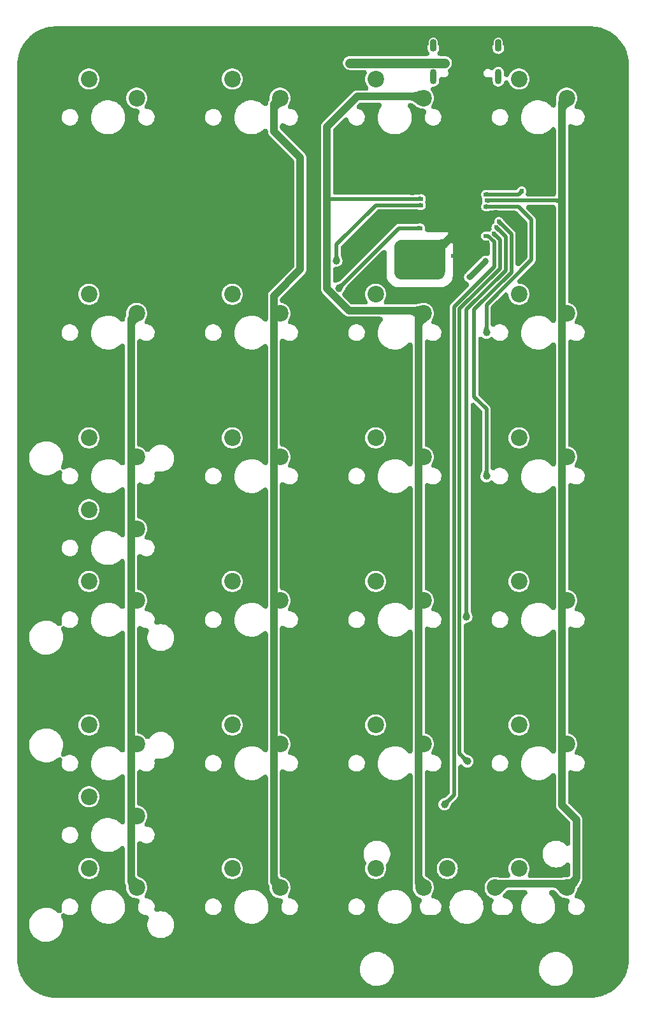
<source format=gbl>
G04 #@! TF.GenerationSoftware,KiCad,Pcbnew,(7.0.0)*
G04 #@! TF.CreationDate,2023-02-27T13:56:59+01:00*
G04 #@! TF.ProjectId,MPad2040_V1,4d506164-3230-4343-905f-56312e6b6963,1.1*
G04 #@! TF.SameCoordinates,Original*
G04 #@! TF.FileFunction,Copper,L2,Bot*
G04 #@! TF.FilePolarity,Positive*
%FSLAX46Y46*%
G04 Gerber Fmt 4.6, Leading zero omitted, Abs format (unit mm)*
G04 Created by KiCad (PCBNEW (7.0.0)) date 2023-02-27 13:56:59*
%MOMM*%
%LPD*%
G01*
G04 APERTURE LIST*
G04 #@! TA.AperFunction,ComponentPad*
%ADD10O,0.900000X2.000000*%
G04 #@! TD*
G04 #@! TA.AperFunction,ComponentPad*
%ADD11O,0.900000X1.700000*%
G04 #@! TD*
G04 #@! TA.AperFunction,ComponentPad*
%ADD12C,0.800000*%
G04 #@! TD*
G04 #@! TA.AperFunction,ComponentPad*
%ADD13C,5.400000*%
G04 #@! TD*
G04 #@! TA.AperFunction,ComponentPad*
%ADD14C,2.200000*%
G04 #@! TD*
G04 #@! TA.AperFunction,ViaPad*
%ADD15C,0.800000*%
G04 #@! TD*
G04 #@! TA.AperFunction,ViaPad*
%ADD16C,0.604800*%
G04 #@! TD*
G04 #@! TA.AperFunction,ViaPad*
%ADD17C,1.000000*%
G04 #@! TD*
G04 #@! TA.AperFunction,Conductor*
%ADD18C,0.740000*%
G04 #@! TD*
G04 #@! TA.AperFunction,Conductor*
%ADD19C,1.250000*%
G04 #@! TD*
G04 #@! TA.AperFunction,Conductor*
%ADD20C,0.500000*%
G04 #@! TD*
G04 #@! TA.AperFunction,Conductor*
%ADD21C,1.000000*%
G04 #@! TD*
G04 APERTURE END LIST*
D10*
X170819999Y-38429999D03*
D11*
X170819999Y-34259999D03*
D10*
X162179999Y-38429999D03*
D11*
X162179999Y-34259999D03*
D12*
X186300000Y-35702500D03*
X185706891Y-37134391D03*
X185706891Y-34270609D03*
X184275000Y-37727500D03*
D13*
X184275000Y-35702500D03*
D12*
X184275000Y-33677500D03*
X182843109Y-37134391D03*
X182843109Y-34270609D03*
X182250000Y-35702500D03*
D14*
X173560000Y-67310000D03*
X179910000Y-69850000D03*
X154510000Y-105410000D03*
X160860000Y-107950000D03*
X173560000Y-38735000D03*
X179910000Y-41275000D03*
D12*
X186300000Y-156702500D03*
X185706891Y-158134391D03*
X185706891Y-155270609D03*
X184275000Y-158727500D03*
D13*
X184275000Y-156702500D03*
D12*
X184275000Y-154677500D03*
X182843109Y-158134391D03*
X182843109Y-155270609D03*
X182250000Y-156702500D03*
D14*
X173560000Y-105410000D03*
X179910000Y-107950000D03*
X116410000Y-143510000D03*
X122760000Y-146050000D03*
D12*
X112800000Y-35702500D03*
X112206891Y-37134391D03*
X112206891Y-34270609D03*
X110775000Y-37727500D03*
D13*
X110775000Y-35702500D03*
D12*
X110775000Y-33677500D03*
X109343109Y-37134391D03*
X109343109Y-34270609D03*
X108750000Y-35702500D03*
D14*
X135460000Y-67310000D03*
X141810000Y-69850000D03*
X135460000Y-86360000D03*
X141810000Y-88900000D03*
X116410000Y-105410000D03*
X122760000Y-107950000D03*
X154510000Y-86360000D03*
X160860000Y-88900000D03*
X116410000Y-133985000D03*
X122760000Y-136525000D03*
X173560000Y-86360000D03*
X179910000Y-88900000D03*
X116410000Y-67310000D03*
X122760000Y-69850000D03*
X116410000Y-95885000D03*
X122760000Y-98425000D03*
X116410000Y-124460000D03*
X122760000Y-127000000D03*
X154510000Y-124460000D03*
X160860000Y-127000000D03*
X173560000Y-124460000D03*
X179910000Y-127000000D03*
D12*
X110775000Y-158727500D03*
X109343109Y-158134391D03*
X112206891Y-158134391D03*
X108750000Y-156702500D03*
D13*
X110775000Y-156702500D03*
D12*
X112800000Y-156702500D03*
X109343109Y-155270609D03*
X112206891Y-155270609D03*
X110775000Y-154677500D03*
D14*
X173560000Y-143510000D03*
X179910000Y-146050000D03*
X154510000Y-143510000D03*
X160860000Y-146050000D03*
X154510000Y-38735000D03*
X160860000Y-41275000D03*
X135460000Y-105410000D03*
X141810000Y-107950000D03*
X164035000Y-143510000D03*
X170385000Y-146050000D03*
X135460000Y-143510000D03*
X141810000Y-146050000D03*
X135460000Y-38735000D03*
X141810000Y-41275000D03*
X154510000Y-67310000D03*
X160860000Y-69850000D03*
X116410000Y-86360000D03*
X122760000Y-88900000D03*
X116410000Y-38735000D03*
X122760000Y-41275000D03*
X135460000Y-124460000D03*
X141810000Y-127000000D03*
D15*
X166956000Y-65024000D03*
X169115000Y-62865000D03*
D16*
X169812800Y-51612800D03*
X165785800Y-62179200D03*
D17*
X108155000Y-59690000D03*
X108155000Y-102870000D03*
X186895000Y-105410000D03*
X167800000Y-45700000D03*
X108155000Y-97790000D03*
X186895000Y-46990000D03*
X160225000Y-33020000D03*
X147525000Y-33020000D03*
D16*
X166194000Y-54610000D03*
D17*
X150065000Y-159385000D03*
X186895000Y-69850000D03*
X114505000Y-33020000D03*
X164500000Y-44100000D03*
X108155000Y-77470000D03*
X176735000Y-56896000D03*
X144985000Y-44450000D03*
X173052000Y-56769000D03*
X186895000Y-128270000D03*
X108155000Y-92710000D03*
X186895000Y-39370000D03*
X152605000Y-159385000D03*
X139905000Y-33020000D03*
X147525000Y-159385000D03*
X186895000Y-113030000D03*
X174195000Y-58166000D03*
X150446000Y-45085000D03*
X110695000Y-139065000D03*
X154002000Y-71120000D03*
X172925000Y-33020000D03*
X146178800Y-56642000D03*
X149303000Y-40513000D03*
X108155000Y-95250000D03*
X184355000Y-81915000D03*
D16*
X159361400Y-53873400D03*
D17*
X108155000Y-62230000D03*
X108155000Y-74930000D03*
D16*
X157304000Y-62230000D03*
D17*
X186895000Y-62230000D03*
X157685000Y-33020000D03*
D16*
X163000000Y-49400000D03*
D17*
X186895000Y-59690000D03*
X108155000Y-54610000D03*
X129745000Y-33020000D03*
X124665000Y-159385000D03*
X147525000Y-156845000D03*
X128475000Y-81915000D03*
X163654000Y-70485000D03*
X186895000Y-115570000D03*
X186895000Y-130810000D03*
X108155000Y-90170000D03*
X186895000Y-140970000D03*
X186895000Y-87630000D03*
X108155000Y-120650000D03*
X166575000Y-139065000D03*
X108155000Y-123190000D03*
X108155000Y-57150000D03*
D16*
X161749000Y-65024000D03*
D17*
X175465000Y-33020000D03*
X144985000Y-159385000D03*
X108155000Y-52070000D03*
X108155000Y-44450000D03*
X186895000Y-57150000D03*
X183720000Y-60960000D03*
X108155000Y-148590000D03*
X167845000Y-83820000D03*
X127205000Y-159385000D03*
X110695000Y-120015000D03*
X176354000Y-66675000D03*
D16*
X163019000Y-61087000D03*
D17*
X154840200Y-62966600D03*
X186895000Y-133350000D03*
X180545000Y-159385000D03*
X108155000Y-128270000D03*
X146077200Y-62966600D03*
X114505000Y-159385000D03*
X147525000Y-81915000D03*
X186895000Y-138430000D03*
X160225000Y-44069000D03*
X110695000Y-53340000D03*
X119585000Y-159385000D03*
D16*
X159463000Y-61214000D03*
D17*
X186895000Y-67310000D03*
X108155000Y-135890000D03*
X147525000Y-100965000D03*
X108155000Y-138430000D03*
D16*
X154002000Y-46837600D03*
D17*
X186895000Y-95250000D03*
X128475000Y-120015000D03*
X108155000Y-80010000D03*
X108155000Y-140970000D03*
D16*
X169000000Y-50700000D03*
X170500319Y-56376319D03*
D17*
X132285000Y-33020000D03*
X139850500Y-48000000D03*
X176735000Y-58166000D03*
X186895000Y-102870000D03*
D16*
X164700000Y-49500000D03*
X163406508Y-62490508D03*
D17*
X186895000Y-151130000D03*
X186895000Y-153670000D03*
X186895000Y-85090000D03*
X147525000Y-139065000D03*
X137365000Y-33020000D03*
X108155000Y-107950000D03*
X186895000Y-120650000D03*
X167845000Y-100965000D03*
X184355000Y-139065000D03*
X186895000Y-110490000D03*
X181053000Y-60960000D03*
X186895000Y-52070000D03*
X186895000Y-54610000D03*
X108155000Y-69850000D03*
X160225000Y-159385000D03*
X186895000Y-135890000D03*
D16*
X163654000Y-57150000D03*
D17*
X108155000Y-153670000D03*
D16*
X158242147Y-64593853D03*
D17*
X142445000Y-159385000D03*
X108155000Y-110490000D03*
D16*
X159361400Y-56261000D03*
D17*
X139905000Y-159385000D03*
D16*
X169369000Y-60452000D03*
D17*
X167800000Y-44100000D03*
X147525000Y-36576000D03*
X162765000Y-159385000D03*
X108155000Y-39370000D03*
X128475000Y-72390000D03*
X153875000Y-42799000D03*
X147525000Y-120015000D03*
D16*
X164924000Y-55880000D03*
D17*
X184355000Y-53340000D03*
X127205000Y-33020000D03*
D16*
X159209000Y-65024000D03*
D17*
X172544000Y-81915000D03*
X186895000Y-82550000D03*
X165305000Y-159385000D03*
X122125000Y-159385000D03*
X167800000Y-47300000D03*
X177878000Y-56007000D03*
D16*
X162898508Y-62998508D03*
D17*
X186895000Y-123190000D03*
X186895000Y-143510000D03*
X170385000Y-159385000D03*
X128475000Y-156845000D03*
X186895000Y-92710000D03*
X108155000Y-67310000D03*
X108155000Y-64770000D03*
X186895000Y-100330000D03*
X175465000Y-159385000D03*
D16*
X163654000Y-54610000D03*
D17*
X134825000Y-159385000D03*
X110695000Y-100965000D03*
D16*
X162390508Y-63506508D03*
D17*
X108155000Y-118110000D03*
X167845000Y-120015000D03*
D16*
X166194000Y-57150000D03*
X160034500Y-61785500D03*
D17*
X151716000Y-62103000D03*
X186895000Y-125730000D03*
X180545000Y-33020000D03*
X186895000Y-49530000D03*
D16*
X157177000Y-53848000D03*
D17*
X163654000Y-74041000D03*
X129745000Y-159385000D03*
X108155000Y-72390000D03*
X110695000Y-62865000D03*
X186895000Y-44450000D03*
X144985000Y-33020000D03*
X178005000Y-33020000D03*
X108155000Y-85090000D03*
X186895000Y-90170000D03*
X186895000Y-77470000D03*
X147525000Y-72390000D03*
X108155000Y-146050000D03*
X108155000Y-105410000D03*
X167800000Y-48900000D03*
X108155000Y-125730000D03*
X186895000Y-80010000D03*
X163500000Y-40500000D03*
X119585000Y-33020000D03*
X128475000Y-139065000D03*
D16*
X157304000Y-63246000D03*
D17*
X117045000Y-159385000D03*
X186895000Y-74930000D03*
X117045000Y-33020000D03*
X184355000Y-120015000D03*
X186895000Y-97790000D03*
X166575000Y-156845000D03*
X169000000Y-40500000D03*
X172925000Y-159385000D03*
X155145000Y-33020000D03*
X175592000Y-56007000D03*
X124665000Y-33020000D03*
X128475000Y-100965000D03*
X157685000Y-159385000D03*
X172925000Y-58166000D03*
X186895000Y-146050000D03*
D16*
X164820600Y-62179200D03*
D17*
X144350000Y-47117000D03*
X186895000Y-107950000D03*
D16*
X162384000Y-64262000D03*
D17*
X108155000Y-49530000D03*
X128475000Y-35560000D03*
X108155000Y-100330000D03*
D16*
X170950000Y-53238400D03*
D17*
X108155000Y-143510000D03*
X108155000Y-87630000D03*
X164500000Y-45700000D03*
X108155000Y-82550000D03*
X186895000Y-41910000D03*
X108155000Y-115570000D03*
X152605000Y-33020000D03*
X162257000Y-68072000D03*
D16*
X157304000Y-61214000D03*
D17*
X186895000Y-148590000D03*
X108155000Y-133350000D03*
X137365000Y-159385000D03*
X143080000Y-38100000D03*
X108155000Y-41910000D03*
X164500000Y-47300000D03*
X122125000Y-33020000D03*
X132285000Y-159385000D03*
X158574000Y-68072000D03*
X145366000Y-66929000D03*
X108155000Y-130810000D03*
X108155000Y-46990000D03*
X186895000Y-72390000D03*
X186895000Y-118110000D03*
X186895000Y-64770000D03*
D16*
X160479000Y-65024000D03*
D17*
X142445000Y-33020000D03*
X167845000Y-159385000D03*
X150065000Y-33020000D03*
X134825000Y-33020000D03*
X151105000Y-36600000D03*
X163700000Y-36600000D03*
D16*
X169140400Y-54051200D03*
X173941000Y-53594000D03*
X169140400Y-55676800D03*
D17*
X169242000Y-72390000D03*
D16*
X170893000Y-57658000D03*
D17*
X169242000Y-91440000D03*
X166575000Y-110109000D03*
D16*
X170512000Y-58420000D03*
D17*
X166702000Y-129286000D03*
D16*
X170217829Y-59268829D03*
X169115000Y-59563000D03*
D17*
X163654000Y-135001000D03*
D16*
X169267400Y-54864000D03*
X160580600Y-54635400D03*
D17*
X149607820Y-66497180D03*
D16*
X160479000Y-58521600D03*
D17*
X149303000Y-62865000D03*
D16*
X160580600Y-55499000D03*
D18*
X169115000Y-62865000D02*
X166956000Y-65024000D01*
D19*
X151105000Y-36600000D02*
X163700000Y-36600000D01*
D20*
X173941000Y-53594000D02*
X173483800Y-54051200D01*
X173483800Y-54051200D02*
X169140400Y-54051200D01*
X169242000Y-72390000D02*
X169242000Y-68707000D01*
X175211000Y-57404000D02*
X173479008Y-55672008D01*
X169242000Y-68707000D02*
X175211000Y-62738000D01*
X175211000Y-62738000D02*
X175211000Y-57404000D01*
X173479008Y-55672008D02*
X169145192Y-55672008D01*
X169145192Y-55672008D02*
X169140400Y-55676800D01*
X167591000Y-69342000D02*
X172544000Y-64389000D01*
X167591000Y-80893504D02*
X167591000Y-69342000D01*
X172544000Y-64389000D02*
X172544000Y-59309000D01*
X172544000Y-59309000D02*
X170893000Y-57658000D01*
X169242000Y-82544504D02*
X167591000Y-80893504D01*
X169242000Y-91440000D02*
X169242000Y-82544504D01*
X166575000Y-110109000D02*
X166575000Y-69342000D01*
X166575000Y-69342000D02*
X171782000Y-64135000D01*
X171782000Y-64135000D02*
X171782000Y-59690000D01*
X171782000Y-59690000D02*
X170512000Y-58420000D01*
X165673089Y-69227911D02*
X171036920Y-63864080D01*
X171036920Y-63864080D02*
X171036920Y-60087920D01*
X166702000Y-129286000D02*
X165673089Y-128257089D01*
X165673089Y-128257089D02*
X165673089Y-69227911D01*
X171036920Y-60087920D02*
X170217829Y-59268829D01*
X170258000Y-63627000D02*
X164924000Y-68961000D01*
X169115000Y-59563000D02*
X169476047Y-59563000D01*
X169476047Y-59563000D02*
X170258000Y-60344953D01*
X164924000Y-133731000D02*
X163654000Y-135001000D01*
X164924000Y-68961000D02*
X164924000Y-133731000D01*
X170258000Y-60344953D02*
X170258000Y-63627000D01*
D21*
X170893000Y-145542000D02*
X170385000Y-146050000D01*
X179910000Y-146050000D02*
X179402000Y-145542000D01*
X179275000Y-54864000D02*
X179275000Y-135128000D01*
X179275000Y-135128000D02*
X181180000Y-137033000D01*
D20*
X169267400Y-54864000D02*
X179275000Y-54864000D01*
D21*
X181180000Y-144780000D02*
X179910000Y-146050000D01*
X181180000Y-137033000D02*
X181180000Y-144780000D01*
X179275000Y-41910000D02*
X179275000Y-54864000D01*
X179910000Y-41275000D02*
X179275000Y-41910000D01*
X179402000Y-145542000D02*
X170893000Y-145542000D01*
X160860000Y-41275000D02*
X160646479Y-41061479D01*
X160479000Y-69469000D02*
X160860000Y-69850000D01*
X160225000Y-145415000D02*
X160860000Y-146050000D01*
X160860000Y-69850000D02*
X160225000Y-70485000D01*
X160225000Y-70485000D02*
X160225000Y-145415000D01*
X160646479Y-41061479D02*
X152056521Y-41061479D01*
X148033000Y-66548000D02*
X150954000Y-69469000D01*
X148033000Y-45085000D02*
X148033000Y-66548000D01*
X152056521Y-41061479D02*
X148033000Y-45085000D01*
D20*
X147906000Y-54635400D02*
X160580600Y-54635400D01*
D21*
X150954000Y-69469000D02*
X160479000Y-69469000D01*
X141000000Y-67500000D02*
X141000000Y-145240000D01*
X144500000Y-49196673D02*
X144500000Y-64000000D01*
X141000000Y-145240000D02*
X141810000Y-146050000D01*
X141000000Y-42085000D02*
X141000000Y-45696673D01*
X141000000Y-45696673D02*
X144500000Y-49196673D01*
D20*
X157583400Y-58521600D02*
X160479000Y-58521600D01*
X149607820Y-66497180D02*
X157583400Y-58521600D01*
D21*
X141810000Y-41275000D02*
X141000000Y-42085000D01*
X144500000Y-64000000D02*
X141000000Y-67500000D01*
D20*
X149303000Y-62865000D02*
X149303000Y-60706000D01*
D21*
X122000000Y-145290000D02*
X122760000Y-146050000D01*
D20*
X149303000Y-60706000D02*
X154510000Y-55499000D01*
D21*
X122760000Y-69850000D02*
X122000000Y-70610000D01*
X122000000Y-70610000D02*
X122000000Y-145290000D01*
D20*
X154510000Y-55499000D02*
X160580600Y-55499000D01*
G04 #@! TA.AperFunction,Conductor*
G36*
X183077220Y-31750519D02*
G01*
X183081226Y-31750563D01*
X183088699Y-31750725D01*
X183095892Y-31750961D01*
X183098423Y-31751055D01*
X183302376Y-31759490D01*
X183413236Y-31764331D01*
X183420674Y-31764737D01*
X183519985Y-31771246D01*
X183535086Y-31772568D01*
X183592222Y-31778825D01*
X183597043Y-31779389D01*
X183729906Y-31795950D01*
X183731580Y-31796165D01*
X183853473Y-31812213D01*
X183860892Y-31813272D01*
X183959187Y-31828401D01*
X183974150Y-31831040D01*
X183984358Y-31833070D01*
X183987829Y-31833778D01*
X184153612Y-31868539D01*
X184157121Y-31869296D01*
X184287893Y-31898287D01*
X184295178Y-31899986D01*
X184381149Y-31921023D01*
X184397728Y-31925515D01*
X184569778Y-31976737D01*
X184575024Y-31978345D01*
X184713110Y-32021882D01*
X184720287Y-32024232D01*
X184791421Y-32048379D01*
X184806021Y-32053702D01*
X184975612Y-32119876D01*
X184982237Y-32122541D01*
X185063574Y-32156232D01*
X185125936Y-32182064D01*
X185132926Y-32185049D01*
X185188893Y-32209675D01*
X185201526Y-32215539D01*
X185367817Y-32296833D01*
X185375636Y-32300780D01*
X185523268Y-32377633D01*
X185529962Y-32381211D01*
X185570659Y-32403538D01*
X185581350Y-32409653D01*
X185743688Y-32506385D01*
X185752422Y-32511768D01*
X185902094Y-32607120D01*
X185908371Y-32611216D01*
X185933775Y-32628190D01*
X185942585Y-32634276D01*
X186100444Y-32746986D01*
X186110023Y-32754077D01*
X186259406Y-32868702D01*
X186265303Y-32873330D01*
X186275374Y-32881413D01*
X186282423Y-32887225D01*
X186282452Y-32887250D01*
X186435565Y-33016929D01*
X186445760Y-33025912D01*
X186589735Y-33157841D01*
X186600711Y-33168349D01*
X186746649Y-33314287D01*
X186757160Y-33325266D01*
X186889081Y-33469232D01*
X186898068Y-33479432D01*
X187027781Y-33632584D01*
X187033605Y-33639649D01*
X187038408Y-33645633D01*
X187041651Y-33649674D01*
X187046340Y-33655649D01*
X187160880Y-33804920D01*
X187168027Y-33814574D01*
X187280699Y-33972380D01*
X187286818Y-33981238D01*
X187286838Y-33981268D01*
X187303761Y-34006594D01*
X187307906Y-34012947D01*
X187307913Y-34012958D01*
X187307922Y-34012971D01*
X187403191Y-34162514D01*
X187408652Y-34171375D01*
X187479337Y-34290000D01*
X187505311Y-34333589D01*
X187511477Y-34344369D01*
X187533769Y-34385001D01*
X187537360Y-34391719D01*
X187614226Y-34539377D01*
X187618197Y-34547247D01*
X187699436Y-34713423D01*
X187705335Y-34726131D01*
X187729941Y-34782052D01*
X187729951Y-34782073D01*
X187732911Y-34789003D01*
X187756577Y-34846137D01*
X187792441Y-34932721D01*
X187795131Y-34939411D01*
X187861282Y-35108941D01*
X187866632Y-35123612D01*
X187890767Y-35194710D01*
X187893121Y-35201904D01*
X187894838Y-35207347D01*
X187936636Y-35339915D01*
X187938279Y-35345279D01*
X187989469Y-35517225D01*
X187993976Y-35533852D01*
X188015001Y-35619772D01*
X188016731Y-35627191D01*
X188045659Y-35757682D01*
X188046504Y-35761599D01*
X188081209Y-35927119D01*
X188081922Y-35930609D01*
X188083949Y-35940793D01*
X188086598Y-35955813D01*
X188091109Y-35985121D01*
X188101720Y-36054064D01*
X188102795Y-36061598D01*
X188118782Y-36183032D01*
X188119088Y-36185415D01*
X188135582Y-36317734D01*
X188136187Y-36322906D01*
X188142428Y-36379887D01*
X188143756Y-36395060D01*
X188150257Y-36494250D01*
X188150672Y-36501854D01*
X188155502Y-36612492D01*
X188155536Y-36613291D01*
X188163935Y-36816361D01*
X188164046Y-36819356D01*
X188164271Y-36826224D01*
X188164436Y-36833755D01*
X188164478Y-36837517D01*
X188164500Y-36841413D01*
X188164500Y-155563557D01*
X188164479Y-155567320D01*
X188164444Y-155570519D01*
X188164437Y-155571214D01*
X188164271Y-155578765D01*
X188164046Y-155585638D01*
X188163935Y-155588642D01*
X188155536Y-155791708D01*
X188155502Y-155792506D01*
X188150672Y-155903145D01*
X188150257Y-155910749D01*
X188143756Y-156009937D01*
X188142428Y-156025111D01*
X188136186Y-156082100D01*
X188135581Y-156087271D01*
X188119088Y-156219583D01*
X188118782Y-156221966D01*
X188102795Y-156343401D01*
X188101719Y-156350939D01*
X188086599Y-156449176D01*
X188083957Y-156464159D01*
X188081941Y-156474296D01*
X188081217Y-156477842D01*
X188046503Y-156643402D01*
X188045659Y-156647317D01*
X188016731Y-156777808D01*
X188015001Y-156785228D01*
X187993976Y-156871147D01*
X187989469Y-156887775D01*
X187938278Y-157059721D01*
X187936635Y-157065082D01*
X187893130Y-157203066D01*
X187890761Y-157210304D01*
X187866634Y-157281380D01*
X187861280Y-157296063D01*
X187795147Y-157465546D01*
X187792457Y-157472236D01*
X187732940Y-157615925D01*
X187729947Y-157622933D01*
X187705331Y-157678875D01*
X187699428Y-157691591D01*
X187618190Y-157857767D01*
X187614217Y-157865640D01*
X187537381Y-158013239D01*
X187533793Y-158019951D01*
X187511472Y-158060637D01*
X187505303Y-158071422D01*
X187408655Y-158233617D01*
X187403191Y-158242484D01*
X187307917Y-158392036D01*
X187303756Y-158398412D01*
X187286840Y-158423729D01*
X187280688Y-158432634D01*
X187168035Y-158590413D01*
X187160883Y-158600074D01*
X187046325Y-158749369D01*
X187041627Y-158755356D01*
X187033631Y-158765319D01*
X187027765Y-158772432D01*
X186898068Y-158925565D01*
X186889061Y-158935789D01*
X186757178Y-159079713D01*
X186746649Y-159090711D01*
X186600711Y-159236649D01*
X186589713Y-159247178D01*
X186445789Y-159379061D01*
X186435565Y-159388068D01*
X186282432Y-159517765D01*
X186275319Y-159523631D01*
X186265356Y-159531627D01*
X186259369Y-159536325D01*
X186110074Y-159650883D01*
X186100413Y-159658035D01*
X185942634Y-159770688D01*
X185933729Y-159776840D01*
X185908412Y-159793756D01*
X185902036Y-159797917D01*
X185752484Y-159893191D01*
X185743617Y-159898655D01*
X185581422Y-159995303D01*
X185570637Y-160001472D01*
X185529951Y-160023793D01*
X185523239Y-160027381D01*
X185375640Y-160104217D01*
X185367767Y-160108190D01*
X185201591Y-160189428D01*
X185188875Y-160195331D01*
X185132933Y-160219947D01*
X185125925Y-160222940D01*
X184982236Y-160282457D01*
X184975546Y-160285147D01*
X184806063Y-160351280D01*
X184791380Y-160356634D01*
X184720304Y-160380761D01*
X184713066Y-160383130D01*
X184575082Y-160426635D01*
X184569721Y-160428278D01*
X184397775Y-160479469D01*
X184381147Y-160483976D01*
X184295228Y-160505001D01*
X184287808Y-160506731D01*
X184157317Y-160535659D01*
X184153402Y-160536503D01*
X183987842Y-160571217D01*
X183984296Y-160571941D01*
X183974159Y-160573957D01*
X183959176Y-160576599D01*
X183860939Y-160591719D01*
X183853401Y-160592795D01*
X183731966Y-160608782D01*
X183729583Y-160609088D01*
X183597271Y-160625581D01*
X183592100Y-160626186D01*
X183535111Y-160632428D01*
X183519937Y-160633756D01*
X183420749Y-160640257D01*
X183413145Y-160640672D01*
X183302506Y-160645502D01*
X183301708Y-160645536D01*
X183098642Y-160653935D01*
X183095638Y-160654046D01*
X183088765Y-160654271D01*
X183081227Y-160654436D01*
X183077450Y-160654478D01*
X183073569Y-160654500D01*
X111976431Y-160654500D01*
X111972553Y-160654478D01*
X111968773Y-160654436D01*
X111961224Y-160654271D01*
X111954356Y-160654046D01*
X111951361Y-160653935D01*
X111748291Y-160645536D01*
X111747492Y-160645502D01*
X111636854Y-160640672D01*
X111629250Y-160640257D01*
X111530060Y-160633756D01*
X111514887Y-160632428D01*
X111457906Y-160626187D01*
X111452734Y-160625582D01*
X111320415Y-160609088D01*
X111318032Y-160608782D01*
X111196598Y-160592795D01*
X111189064Y-160591720D01*
X111134564Y-160583332D01*
X111090815Y-160576598D01*
X111075793Y-160573949D01*
X111065609Y-160571922D01*
X111062119Y-160571209D01*
X110896599Y-160536504D01*
X110892682Y-160535659D01*
X110762191Y-160506731D01*
X110754772Y-160505001D01*
X110668852Y-160483976D01*
X110652225Y-160479469D01*
X110480279Y-160428279D01*
X110474915Y-160426636D01*
X110336917Y-160383126D01*
X110329721Y-160380770D01*
X110277202Y-160362942D01*
X110258621Y-160356635D01*
X110243941Y-160351282D01*
X110074411Y-160285131D01*
X110067721Y-160282441D01*
X110058741Y-160278721D01*
X109924003Y-160222911D01*
X109917107Y-160219965D01*
X109861121Y-160195331D01*
X109848423Y-160189436D01*
X109682247Y-160108197D01*
X109674377Y-160104226D01*
X109526719Y-160027360D01*
X109520001Y-160023769D01*
X109479369Y-160001477D01*
X109468589Y-159995311D01*
X109306383Y-159898657D01*
X109297514Y-159893191D01*
X109238899Y-159855849D01*
X109147947Y-159797906D01*
X109141622Y-159793779D01*
X109116238Y-159776818D01*
X109107365Y-159770688D01*
X108949574Y-159658027D01*
X108939920Y-159650880D01*
X108790649Y-159536340D01*
X108784674Y-159531651D01*
X108780633Y-159528408D01*
X108774649Y-159523605D01*
X108767584Y-159517781D01*
X108614432Y-159388068D01*
X108604232Y-159379081D01*
X108460266Y-159247160D01*
X108449287Y-159236649D01*
X108303349Y-159090711D01*
X108292841Y-159079735D01*
X108160912Y-158935760D01*
X108151929Y-158925565D01*
X108134500Y-158904987D01*
X108022225Y-158772423D01*
X108016413Y-158765374D01*
X108008330Y-158755303D01*
X108003702Y-158749406D01*
X107889077Y-158600023D01*
X107881986Y-158590444D01*
X107769276Y-158432585D01*
X107763190Y-158423775D01*
X107746216Y-158398371D01*
X107742120Y-158392094D01*
X107646768Y-158242422D01*
X107641385Y-158233688D01*
X107544653Y-158071350D01*
X107538526Y-158060637D01*
X107516205Y-158019951D01*
X107512633Y-158013268D01*
X107435780Y-157865636D01*
X107431809Y-157857767D01*
X107350539Y-157691526D01*
X107344667Y-157678875D01*
X107320049Y-157622926D01*
X107317064Y-157615936D01*
X107257552Y-157472263D01*
X107254876Y-157465611D01*
X107188702Y-157296021D01*
X107183379Y-157281421D01*
X107159232Y-157210286D01*
X107156882Y-157203110D01*
X107113345Y-157065024D01*
X107111726Y-157059741D01*
X107101648Y-157025890D01*
X107060515Y-156887728D01*
X107056024Y-156871156D01*
X107034986Y-156785178D01*
X107033287Y-156777893D01*
X107004296Y-156647121D01*
X107003539Y-156643612D01*
X106968778Y-156477829D01*
X106968070Y-156474358D01*
X106966040Y-156464150D01*
X106963399Y-156449172D01*
X106958890Y-156419877D01*
X106948272Y-156350892D01*
X106947213Y-156343473D01*
X106931165Y-156221580D01*
X106930950Y-156219906D01*
X106914389Y-156087043D01*
X106913825Y-156082222D01*
X106907568Y-156025086D01*
X106906246Y-156009985D01*
X106899737Y-155910674D01*
X106899331Y-155903236D01*
X106894490Y-155792376D01*
X106886055Y-155588423D01*
X106885961Y-155585892D01*
X106885725Y-155578699D01*
X106885562Y-155571202D01*
X106885519Y-155567242D01*
X106885500Y-155563557D01*
X106885500Y-151040503D01*
X108451716Y-151040503D01*
X108481929Y-151340829D01*
X108484633Y-151352175D01*
X108549197Y-151623101D01*
X108549200Y-151623113D01*
X108551902Y-151634448D01*
X108556091Y-151645325D01*
X108556094Y-151645334D01*
X108656190Y-151905228D01*
X108656193Y-151905236D01*
X108660386Y-151916121D01*
X108805446Y-152180822D01*
X108984493Y-152423826D01*
X108992597Y-152432205D01*
X108992600Y-152432209D01*
X109092804Y-152535819D01*
X109194331Y-152640797D01*
X109425000Y-152822954D01*
X109425000Y-155575000D01*
X109443519Y-155881163D01*
X109498808Y-156182862D01*
X109590059Y-156475696D01*
X109715942Y-156755397D01*
X109874621Y-157017884D01*
X110063783Y-157259332D01*
X110280668Y-157476217D01*
X110522116Y-157665379D01*
X110784603Y-157824058D01*
X111064304Y-157949941D01*
X111357138Y-158041192D01*
X111658837Y-158096481D01*
X111965000Y-158115000D01*
X152821417Y-158115000D01*
X152949493Y-158288826D01*
X152957597Y-158297205D01*
X152957600Y-158297209D01*
X153088573Y-158432634D01*
X153159331Y-158505797D01*
X153168488Y-158513028D01*
X153168490Y-158513030D01*
X153282788Y-158603290D01*
X153396217Y-158692864D01*
X153406257Y-158698811D01*
X153406259Y-158698812D01*
X153530561Y-158772436D01*
X153655922Y-158846687D01*
X153933813Y-158964523D01*
X154224930Y-159044269D01*
X154524079Y-159084500D01*
X154744557Y-159084500D01*
X154750378Y-159084500D01*
X154976168Y-159069385D01*
X155271962Y-159009262D01*
X155557103Y-158910251D01*
X155826502Y-158774117D01*
X156075353Y-158603290D01*
X156299215Y-158400819D01*
X156494093Y-158170317D01*
X156529406Y-158115000D01*
X176621417Y-158115000D01*
X176749493Y-158288826D01*
X176757597Y-158297205D01*
X176757600Y-158297209D01*
X176888573Y-158432634D01*
X176959331Y-158505797D01*
X176968488Y-158513028D01*
X176968490Y-158513030D01*
X177082788Y-158603290D01*
X177196217Y-158692864D01*
X177206257Y-158698811D01*
X177206259Y-158698812D01*
X177330561Y-158772436D01*
X177455922Y-158846687D01*
X177733813Y-158964523D01*
X178024930Y-159044269D01*
X178324079Y-159084500D01*
X178544557Y-159084500D01*
X178550378Y-159084500D01*
X178776168Y-159069385D01*
X179071962Y-159009262D01*
X179357103Y-158910251D01*
X179626502Y-158774117D01*
X179875353Y-158603290D01*
X180099215Y-158400819D01*
X180294093Y-158170317D01*
X180329406Y-158115000D01*
X183085000Y-158115000D01*
X183391163Y-158096481D01*
X183692862Y-158041192D01*
X183985696Y-157949941D01*
X184265397Y-157824058D01*
X184527884Y-157665379D01*
X184769332Y-157476217D01*
X184986217Y-157259332D01*
X185175379Y-157017884D01*
X185334058Y-156755397D01*
X185459941Y-156475696D01*
X185551192Y-156182862D01*
X185606481Y-155881163D01*
X185625000Y-155575000D01*
X185625000Y-36830000D01*
X185606481Y-36523837D01*
X185551192Y-36222138D01*
X185459941Y-35929304D01*
X185334058Y-35649603D01*
X185175379Y-35387116D01*
X184986217Y-35145668D01*
X184769332Y-34928783D01*
X184527884Y-34739621D01*
X184265397Y-34580942D01*
X183985696Y-34455059D01*
X183692862Y-34363808D01*
X183391163Y-34308519D01*
X183085000Y-34290000D01*
X171420500Y-34290000D01*
X171420500Y-33832071D01*
X171420500Y-33820639D01*
X171405044Y-33703238D01*
X171344536Y-33557159D01*
X171248282Y-33431718D01*
X171230136Y-33417794D01*
X171140988Y-33349388D01*
X171140984Y-33349386D01*
X171122841Y-33335464D01*
X171101710Y-33326711D01*
X171101708Y-33326710D01*
X170997897Y-33283710D01*
X170997894Y-33283709D01*
X170976762Y-33274956D01*
X170954082Y-33271970D01*
X170954078Y-33271969D01*
X170842681Y-33257304D01*
X170820000Y-33254318D01*
X170797319Y-33257304D01*
X170685921Y-33271969D01*
X170685915Y-33271970D01*
X170663238Y-33274956D01*
X170642107Y-33283708D01*
X170642102Y-33283710D01*
X170538291Y-33326710D01*
X170538285Y-33326712D01*
X170517159Y-33335464D01*
X170499018Y-33349383D01*
X170499011Y-33349388D01*
X170409863Y-33417794D01*
X170409859Y-33417797D01*
X170391718Y-33431718D01*
X170377797Y-33449859D01*
X170377794Y-33449863D01*
X170309388Y-33539011D01*
X170309383Y-33539018D01*
X170295464Y-33557159D01*
X170286712Y-33578285D01*
X170286710Y-33578291D01*
X170243710Y-33682102D01*
X170243708Y-33682107D01*
X170234956Y-33703238D01*
X170231970Y-33725915D01*
X170231969Y-33725921D01*
X170220992Y-33809302D01*
X170220991Y-33809310D01*
X170219500Y-33820639D01*
X170219500Y-33832071D01*
X170219500Y-34290000D01*
X162780500Y-34290000D01*
X162780500Y-33820639D01*
X162765044Y-33703238D01*
X162704536Y-33557159D01*
X162608282Y-33431718D01*
X162590136Y-33417794D01*
X162500988Y-33349388D01*
X162500984Y-33349386D01*
X162482841Y-33335464D01*
X162461710Y-33326711D01*
X162461708Y-33326710D01*
X162357897Y-33283710D01*
X162357894Y-33283709D01*
X162336762Y-33274956D01*
X162314082Y-33271970D01*
X162314078Y-33271969D01*
X162202681Y-33257304D01*
X162180000Y-33254318D01*
X162157319Y-33257304D01*
X162045921Y-33271969D01*
X162045915Y-33271970D01*
X162023238Y-33274956D01*
X162002107Y-33283708D01*
X162002102Y-33283710D01*
X161898291Y-33326710D01*
X161898285Y-33326712D01*
X161877159Y-33335464D01*
X161859018Y-33349383D01*
X161859011Y-33349388D01*
X161769863Y-33417794D01*
X161769859Y-33417797D01*
X161751718Y-33431718D01*
X161737797Y-33449859D01*
X161737794Y-33449863D01*
X161669388Y-33539011D01*
X161669383Y-33539018D01*
X161655464Y-33557159D01*
X161646712Y-33578285D01*
X161646710Y-33578291D01*
X161603710Y-33682102D01*
X161603708Y-33682107D01*
X161594956Y-33703238D01*
X161591970Y-33725915D01*
X161591969Y-33725921D01*
X161580992Y-33809302D01*
X161580991Y-33809310D01*
X161579500Y-33820639D01*
X161579500Y-33832071D01*
X161579500Y-34290000D01*
X111965000Y-34290000D01*
X111658837Y-34308519D01*
X111357138Y-34363808D01*
X111064304Y-34455059D01*
X110784603Y-34580942D01*
X110522116Y-34739621D01*
X110280668Y-34928783D01*
X110063783Y-35145668D01*
X109874621Y-35387116D01*
X109715942Y-35649603D01*
X109590059Y-35929304D01*
X109498808Y-36222138D01*
X109443519Y-36523837D01*
X109425000Y-36830000D01*
X109425000Y-87212524D01*
X109319268Y-87285105D01*
X109319262Y-87285109D01*
X109309647Y-87291710D01*
X109300993Y-87299536D01*
X109300993Y-87299537D01*
X109094438Y-87486354D01*
X109094431Y-87486360D01*
X109085785Y-87494181D01*
X109078259Y-87503082D01*
X109078250Y-87503092D01*
X108898440Y-87715772D01*
X108898434Y-87715779D01*
X108890907Y-87724683D01*
X108884633Y-87734509D01*
X108884627Y-87734519D01*
X108734767Y-87969271D01*
X108734763Y-87969276D01*
X108728491Y-87979103D01*
X108723583Y-87989677D01*
X108723582Y-87989681D01*
X108606344Y-88242321D01*
X108606338Y-88242334D01*
X108601435Y-88252902D01*
X108597982Y-88264032D01*
X108597979Y-88264041D01*
X108515461Y-88530055D01*
X108515458Y-88530064D01*
X108512007Y-88541192D01*
X108510068Y-88552683D01*
X108510068Y-88552686D01*
X108463742Y-88827323D01*
X108463740Y-88827334D01*
X108461802Y-88838829D01*
X108461412Y-88850479D01*
X108461411Y-88850494D01*
X108452105Y-89128839D01*
X108452105Y-89128853D01*
X108451716Y-89140503D01*
X108481929Y-89440829D01*
X108484633Y-89452175D01*
X108549197Y-89723101D01*
X108549200Y-89723113D01*
X108551902Y-89734448D01*
X108556091Y-89745325D01*
X108556094Y-89745334D01*
X108656190Y-90005228D01*
X108656193Y-90005236D01*
X108660386Y-90016121D01*
X108665991Y-90026349D01*
X108665993Y-90026353D01*
X108748885Y-90177611D01*
X108805446Y-90280822D01*
X108984493Y-90523826D01*
X108992597Y-90532205D01*
X108992600Y-90532209D01*
X109030852Y-90571761D01*
X109194331Y-90740797D01*
X109425000Y-90922954D01*
X109425000Y-111012524D01*
X109319268Y-111085105D01*
X109319262Y-111085109D01*
X109309647Y-111091710D01*
X109300993Y-111099536D01*
X109300993Y-111099537D01*
X109094438Y-111286354D01*
X109094431Y-111286360D01*
X109085785Y-111294181D01*
X109078259Y-111303082D01*
X109078250Y-111303092D01*
X108898440Y-111515772D01*
X108898434Y-111515779D01*
X108890907Y-111524683D01*
X108884633Y-111534509D01*
X108884627Y-111534519D01*
X108734767Y-111769271D01*
X108734763Y-111769276D01*
X108728491Y-111779103D01*
X108723583Y-111789677D01*
X108723582Y-111789681D01*
X108606344Y-112042321D01*
X108606338Y-112042334D01*
X108601435Y-112052902D01*
X108597982Y-112064032D01*
X108597979Y-112064041D01*
X108515461Y-112330055D01*
X108515458Y-112330064D01*
X108512007Y-112341192D01*
X108510068Y-112352683D01*
X108510068Y-112352686D01*
X108463742Y-112627323D01*
X108463740Y-112627334D01*
X108461802Y-112638829D01*
X108461412Y-112650479D01*
X108461411Y-112650494D01*
X108452105Y-112928839D01*
X108452105Y-112928853D01*
X108451716Y-112940503D01*
X108481929Y-113240829D01*
X108484633Y-113252175D01*
X108549197Y-113523101D01*
X108549200Y-113523113D01*
X108551902Y-113534448D01*
X108556091Y-113545325D01*
X108556094Y-113545334D01*
X108656190Y-113805228D01*
X108656193Y-113805236D01*
X108660386Y-113816121D01*
X108805446Y-114080822D01*
X108984493Y-114323826D01*
X108992597Y-114332205D01*
X108992600Y-114332209D01*
X109092804Y-114435819D01*
X109194331Y-114540797D01*
X109425000Y-114722954D01*
X109425000Y-125312524D01*
X109319268Y-125385105D01*
X109319262Y-125385109D01*
X109309647Y-125391710D01*
X109300993Y-125399536D01*
X109300993Y-125399537D01*
X109094438Y-125586354D01*
X109094431Y-125586360D01*
X109085785Y-125594181D01*
X109078259Y-125603082D01*
X109078250Y-125603092D01*
X108898440Y-125815772D01*
X108898434Y-125815779D01*
X108890907Y-125824683D01*
X108884633Y-125834509D01*
X108884627Y-125834519D01*
X108734767Y-126069271D01*
X108734763Y-126069276D01*
X108728491Y-126079103D01*
X108723583Y-126089677D01*
X108723582Y-126089681D01*
X108606344Y-126342321D01*
X108606338Y-126342334D01*
X108601435Y-126352902D01*
X108597982Y-126364032D01*
X108597979Y-126364041D01*
X108515461Y-126630055D01*
X108515458Y-126630064D01*
X108512007Y-126641192D01*
X108510068Y-126652683D01*
X108510068Y-126652686D01*
X108463742Y-126927323D01*
X108463740Y-126927334D01*
X108461802Y-126938829D01*
X108461412Y-126950479D01*
X108461411Y-126950494D01*
X108452105Y-127228839D01*
X108452105Y-127228853D01*
X108451716Y-127240503D01*
X108481929Y-127540829D01*
X108484633Y-127552175D01*
X108549197Y-127823101D01*
X108549200Y-127823113D01*
X108551902Y-127834448D01*
X108556091Y-127845325D01*
X108556094Y-127845334D01*
X108656190Y-128105228D01*
X108656193Y-128105236D01*
X108660386Y-128116121D01*
X108665991Y-128126349D01*
X108665993Y-128126353D01*
X108748885Y-128277611D01*
X108805446Y-128380822D01*
X108984493Y-128623826D01*
X108992597Y-128632205D01*
X108992600Y-128632209D01*
X109049263Y-128690798D01*
X109194331Y-128840797D01*
X109425000Y-129022954D01*
X109425000Y-149112524D01*
X109319268Y-149185105D01*
X109319262Y-149185109D01*
X109309647Y-149191710D01*
X109300993Y-149199536D01*
X109300993Y-149199537D01*
X109094438Y-149386354D01*
X109094431Y-149386360D01*
X109085785Y-149394181D01*
X109078259Y-149403082D01*
X109078250Y-149403092D01*
X108898440Y-149615772D01*
X108898434Y-149615779D01*
X108890907Y-149624683D01*
X108884633Y-149634509D01*
X108884627Y-149634519D01*
X108734767Y-149869271D01*
X108734763Y-149869276D01*
X108728491Y-149879103D01*
X108723583Y-149889677D01*
X108723582Y-149889681D01*
X108606344Y-150142321D01*
X108606338Y-150142334D01*
X108601435Y-150152902D01*
X108597982Y-150164032D01*
X108597979Y-150164041D01*
X108515461Y-150430055D01*
X108515458Y-150430064D01*
X108512007Y-150441192D01*
X108510068Y-150452683D01*
X108510068Y-150452686D01*
X108463742Y-150727323D01*
X108463740Y-150727334D01*
X108461802Y-150738829D01*
X108461412Y-150750479D01*
X108461411Y-150750494D01*
X108452105Y-151028839D01*
X108452105Y-151028853D01*
X108451716Y-151040503D01*
X106885500Y-151040503D01*
X106885500Y-36841413D01*
X106885521Y-36837622D01*
X106885562Y-36833848D01*
X106885728Y-36826225D01*
X106885953Y-36819349D01*
X106886056Y-36816543D01*
X106894482Y-36612831D01*
X106899331Y-36501758D01*
X106899737Y-36494330D01*
X106906247Y-36395002D01*
X106907564Y-36379945D01*
X106913825Y-36322781D01*
X106914412Y-36317771D01*
X106914417Y-36317734D01*
X106930946Y-36185125D01*
X106931154Y-36183506D01*
X106947216Y-36061501D01*
X106948279Y-36054064D01*
X106963406Y-35955784D01*
X106966037Y-35940856D01*
X106968097Y-35930503D01*
X106968762Y-35927245D01*
X107003552Y-35761323D01*
X107004283Y-35757934D01*
X107033285Y-35627116D01*
X107034979Y-35619850D01*
X107056026Y-35533837D01*
X107060526Y-35517236D01*
X107111754Y-35345163D01*
X107113330Y-35340020D01*
X107156882Y-35201890D01*
X107159233Y-35194710D01*
X107183379Y-35123577D01*
X107188698Y-35108989D01*
X107254895Y-34939340D01*
X107257522Y-34932809D01*
X107317073Y-34789039D01*
X107320049Y-34782073D01*
X107344679Y-34726096D01*
X107350542Y-34713467D01*
X107431850Y-34547149D01*
X107435722Y-34539473D01*
X107512669Y-34391662D01*
X107516214Y-34385032D01*
X107527858Y-34363808D01*
X107538545Y-34344328D01*
X107544645Y-34333661D01*
X107641396Y-34171293D01*
X107646757Y-34162595D01*
X107742113Y-34012916D01*
X107746190Y-34006667D01*
X107763242Y-33981146D01*
X107769236Y-33972471D01*
X107882032Y-33814490D01*
X107889057Y-33805002D01*
X108003706Y-33655588D01*
X108008284Y-33649753D01*
X108016458Y-33639568D01*
X108022162Y-33632651D01*
X108151981Y-33479373D01*
X108160866Y-33469289D01*
X108292884Y-33325217D01*
X108303303Y-33314334D01*
X108449334Y-33168303D01*
X108460217Y-33157884D01*
X108604289Y-33025866D01*
X108614373Y-33016981D01*
X108767651Y-32887162D01*
X108774568Y-32881458D01*
X108784753Y-32873284D01*
X108790588Y-32868706D01*
X108940002Y-32754057D01*
X108949490Y-32747032D01*
X109107471Y-32634236D01*
X109116146Y-32628242D01*
X109141667Y-32611190D01*
X109147916Y-32607113D01*
X109297595Y-32511757D01*
X109306293Y-32506396D01*
X109468661Y-32409645D01*
X109479328Y-32403545D01*
X109520046Y-32381206D01*
X109526662Y-32377669D01*
X109674473Y-32300722D01*
X109682149Y-32296850D01*
X109848467Y-32215542D01*
X109861096Y-32209679D01*
X109917104Y-32185035D01*
X109924051Y-32182069D01*
X109924063Y-32182064D01*
X110067809Y-32122522D01*
X110074340Y-32119895D01*
X110243989Y-32053698D01*
X110258577Y-32048379D01*
X110329737Y-32024223D01*
X110336890Y-32021882D01*
X110475020Y-31978330D01*
X110480163Y-31976754D01*
X110652241Y-31925525D01*
X110668837Y-31921026D01*
X110754850Y-31899979D01*
X110762116Y-31898285D01*
X110892934Y-31869283D01*
X110896323Y-31868552D01*
X111062245Y-31833762D01*
X111065503Y-31833097D01*
X111075856Y-31831037D01*
X111090784Y-31828406D01*
X111189107Y-31813272D01*
X111196501Y-31812216D01*
X111318506Y-31796154D01*
X111320125Y-31795946D01*
X111452834Y-31779404D01*
X111457781Y-31778825D01*
X111514945Y-31772564D01*
X111530002Y-31771247D01*
X111629330Y-31764737D01*
X111636758Y-31764331D01*
X111747831Y-31759482D01*
X111951552Y-31751056D01*
X111954280Y-31750955D01*
X111961231Y-31750727D01*
X111968774Y-31750562D01*
X111972776Y-31750519D01*
X111976431Y-31750500D01*
X183073569Y-31750500D01*
X183077220Y-31750519D01*
G37*
G04 #@! TD.AperFunction*
G04 #@! TA.AperFunction,Conductor*
G36*
X183092204Y-31750797D02*
G01*
X183302346Y-31759489D01*
X183480352Y-31767262D01*
X183487945Y-31767677D01*
X183494922Y-31768134D01*
X183509652Y-31769099D01*
X183529995Y-31771031D01*
X183729802Y-31795937D01*
X183731638Y-31796173D01*
X183920123Y-31820987D01*
X183927529Y-31822044D01*
X183934567Y-31823128D01*
X183953022Y-31826480D01*
X184153473Y-31868509D01*
X184157168Y-31869306D01*
X184347766Y-31911561D01*
X184371755Y-31917783D01*
X184569868Y-31976764D01*
X184574976Y-31978329D01*
X184761236Y-32037056D01*
X184783127Y-32044769D01*
X184975663Y-32119897D01*
X184982133Y-32122498D01*
X185162551Y-32197230D01*
X185182235Y-32206108D01*
X185367811Y-32296830D01*
X185375618Y-32300771D01*
X185548772Y-32390910D01*
X185566268Y-32400666D01*
X185743647Y-32506361D01*
X185752477Y-32511803D01*
X185802088Y-32543409D01*
X185917110Y-32616687D01*
X185932386Y-32626995D01*
X186018726Y-32688640D01*
X186100428Y-32746974D01*
X186110073Y-32754115D01*
X186264927Y-32872939D01*
X186278027Y-32883503D01*
X186435551Y-33016919D01*
X186445774Y-33025925D01*
X186589717Y-33157824D01*
X186600716Y-33168354D01*
X186746644Y-33314282D01*
X186757174Y-33325281D01*
X186889073Y-33469224D01*
X186898079Y-33479447D01*
X187031495Y-33636971D01*
X187042059Y-33650071D01*
X187160883Y-33804925D01*
X187168037Y-33814588D01*
X187288003Y-33982612D01*
X187298311Y-33997888D01*
X187403185Y-34162505D01*
X187408653Y-34171377D01*
X187514332Y-34348730D01*
X187524088Y-34366226D01*
X187614227Y-34539380D01*
X187618200Y-34547252D01*
X187708884Y-34732750D01*
X187717779Y-34752471D01*
X187778329Y-34898652D01*
X187792445Y-34932729D01*
X187795137Y-34939424D01*
X187870224Y-35131857D01*
X187877945Y-35153773D01*
X187936630Y-35339896D01*
X187938274Y-35345261D01*
X187997209Y-35543221D01*
X188003446Y-35567267D01*
X188045676Y-35757758D01*
X188046520Y-35761675D01*
X188088507Y-35961923D01*
X188091871Y-35980437D01*
X188092945Y-35987413D01*
X188094023Y-35994965D01*
X188118784Y-36183047D01*
X188119090Y-36185430D01*
X188143966Y-36384992D01*
X188145899Y-36405339D01*
X188147324Y-36427083D01*
X188147739Y-36434683D01*
X188155501Y-36612465D01*
X188155535Y-36613264D01*
X188164202Y-36822794D01*
X188164500Y-36837218D01*
X188164500Y-155567782D01*
X188164202Y-155582206D01*
X188155535Y-155791734D01*
X188155501Y-155792533D01*
X188147739Y-155970315D01*
X188147324Y-155977915D01*
X188145899Y-155999659D01*
X188143966Y-156020006D01*
X188119090Y-156219568D01*
X188118784Y-156221951D01*
X188094020Y-156410057D01*
X188092947Y-156417579D01*
X188091879Y-156424520D01*
X188088510Y-156443065D01*
X188046520Y-156643324D01*
X188045676Y-156647239D01*
X188003447Y-156837728D01*
X187997210Y-156861776D01*
X187938274Y-157059738D01*
X187936630Y-157065102D01*
X187877945Y-157251225D01*
X187870224Y-157273141D01*
X187795137Y-157465574D01*
X187792445Y-157472269D01*
X187717779Y-157652527D01*
X187708884Y-157672248D01*
X187618200Y-157857746D01*
X187614227Y-157865618D01*
X187524088Y-158038772D01*
X187514332Y-158056268D01*
X187408653Y-158233621D01*
X187403185Y-158242493D01*
X187298311Y-158407110D01*
X187288003Y-158422386D01*
X187168037Y-158590410D01*
X187160883Y-158600073D01*
X187042059Y-158754927D01*
X187031495Y-158768027D01*
X186898079Y-158925551D01*
X186889073Y-158935774D01*
X186757174Y-159079717D01*
X186746644Y-159090716D01*
X186600716Y-159236644D01*
X186589717Y-159247174D01*
X186445774Y-159379073D01*
X186435551Y-159388079D01*
X186278027Y-159521495D01*
X186264927Y-159532059D01*
X186110073Y-159650883D01*
X186100410Y-159658037D01*
X185932386Y-159778003D01*
X185917110Y-159788311D01*
X185752493Y-159893185D01*
X185743621Y-159898653D01*
X185566268Y-160004332D01*
X185548772Y-160014088D01*
X185375618Y-160104227D01*
X185367746Y-160108200D01*
X185182248Y-160198884D01*
X185162527Y-160207779D01*
X184982269Y-160282445D01*
X184975574Y-160285137D01*
X184783141Y-160360224D01*
X184761225Y-160367945D01*
X184575102Y-160426630D01*
X184569738Y-160428274D01*
X184371776Y-160487210D01*
X184347728Y-160493447D01*
X184157239Y-160535676D01*
X184153324Y-160536520D01*
X183953065Y-160578510D01*
X183934520Y-160581879D01*
X183927579Y-160582947D01*
X183920057Y-160584020D01*
X183731951Y-160608784D01*
X183729568Y-160609090D01*
X183530006Y-160633966D01*
X183509659Y-160635899D01*
X183487915Y-160637324D01*
X183480315Y-160637739D01*
X183302533Y-160645501D01*
X183301734Y-160645535D01*
X183101803Y-160653804D01*
X183092204Y-160654202D01*
X183077782Y-160654500D01*
X111972218Y-160654500D01*
X111957795Y-160654202D01*
X111947219Y-160653764D01*
X111748264Y-160645535D01*
X111747465Y-160645501D01*
X111569683Y-160637739D01*
X111562083Y-160637324D01*
X111540339Y-160635899D01*
X111519992Y-160633966D01*
X111320430Y-160609090D01*
X111318047Y-160608784D01*
X111129965Y-160584023D01*
X111122413Y-160582945D01*
X111115437Y-160581871D01*
X111096923Y-160578507D01*
X110896675Y-160536520D01*
X110892758Y-160535676D01*
X110702267Y-160493446D01*
X110678221Y-160487209D01*
X110480261Y-160428274D01*
X110474896Y-160426630D01*
X110288773Y-160367945D01*
X110266857Y-160360224D01*
X110074424Y-160285137D01*
X110067768Y-160282460D01*
X109952577Y-160234747D01*
X109887471Y-160207779D01*
X109867750Y-160198884D01*
X109682252Y-160108200D01*
X109674380Y-160104227D01*
X109501226Y-160014088D01*
X109483730Y-160004332D01*
X109306377Y-159898653D01*
X109297505Y-159893185D01*
X109132888Y-159788311D01*
X109117612Y-159778003D01*
X108949588Y-159658037D01*
X108939925Y-159650883D01*
X108785071Y-159532059D01*
X108771971Y-159521495D01*
X108614447Y-159388079D01*
X108604224Y-159379073D01*
X108460281Y-159247174D01*
X108449282Y-159236644D01*
X108303354Y-159090716D01*
X108292824Y-159079717D01*
X108160925Y-158935774D01*
X108151919Y-158925551D01*
X108018503Y-158768027D01*
X108007939Y-158754927D01*
X107889115Y-158600073D01*
X107881961Y-158590410D01*
X107838604Y-158529685D01*
X107815559Y-158497407D01*
X107761995Y-158422386D01*
X107751687Y-158407110D01*
X107646813Y-158242493D01*
X107641361Y-158233647D01*
X107535666Y-158056268D01*
X107525910Y-158038772D01*
X107435771Y-157865618D01*
X107431830Y-157857811D01*
X107341108Y-157672235D01*
X107332230Y-157652551D01*
X107257498Y-157472133D01*
X107254897Y-157465663D01*
X107179769Y-157273127D01*
X107172053Y-157251225D01*
X107161317Y-157217175D01*
X107113329Y-157064976D01*
X107111764Y-157059868D01*
X107065807Y-156905503D01*
X152416716Y-156905503D01*
X152446929Y-157205829D01*
X152456836Y-157247401D01*
X152514197Y-157488101D01*
X152514200Y-157488113D01*
X152516902Y-157499448D01*
X152521091Y-157510325D01*
X152521094Y-157510334D01*
X152621190Y-157770228D01*
X152621193Y-157770236D01*
X152625386Y-157781121D01*
X152630991Y-157791349D01*
X152630993Y-157791353D01*
X152693448Y-157905318D01*
X152770446Y-158045822D01*
X152777370Y-158055219D01*
X152915354Y-158242493D01*
X152949493Y-158288826D01*
X153159331Y-158505797D01*
X153396217Y-158692864D01*
X153655922Y-158846687D01*
X153933813Y-158964523D01*
X154224930Y-159044269D01*
X154524079Y-159084500D01*
X154744557Y-159084500D01*
X154750378Y-159084500D01*
X154976168Y-159069385D01*
X155271962Y-159009262D01*
X155557103Y-158910251D01*
X155826502Y-158774117D01*
X156075353Y-158603290D01*
X156299215Y-158400819D01*
X156494093Y-158170317D01*
X156656509Y-157915897D01*
X156783565Y-157642098D01*
X156872993Y-157353808D01*
X156923198Y-157056171D01*
X156928235Y-156905503D01*
X176216716Y-156905503D01*
X176246929Y-157205829D01*
X176256836Y-157247401D01*
X176314197Y-157488101D01*
X176314200Y-157488113D01*
X176316902Y-157499448D01*
X176321091Y-157510325D01*
X176321094Y-157510334D01*
X176421190Y-157770228D01*
X176421193Y-157770236D01*
X176425386Y-157781121D01*
X176430991Y-157791349D01*
X176430993Y-157791353D01*
X176493448Y-157905318D01*
X176570446Y-158045822D01*
X176577370Y-158055219D01*
X176715354Y-158242493D01*
X176749493Y-158288826D01*
X176959331Y-158505797D01*
X177196217Y-158692864D01*
X177455922Y-158846687D01*
X177733813Y-158964523D01*
X178024930Y-159044269D01*
X178324079Y-159084500D01*
X178544557Y-159084500D01*
X178550378Y-159084500D01*
X178776168Y-159069385D01*
X179071962Y-159009262D01*
X179357103Y-158910251D01*
X179626502Y-158774117D01*
X179875353Y-158603290D01*
X180099215Y-158400819D01*
X180294093Y-158170317D01*
X180456509Y-157915897D01*
X180583565Y-157642098D01*
X180672993Y-157353808D01*
X180723198Y-157056171D01*
X180733284Y-156754497D01*
X180703071Y-156454171D01*
X180633098Y-156160552D01*
X180524614Y-155878879D01*
X180379554Y-155614178D01*
X180200507Y-155371174D01*
X179990669Y-155154203D01*
X179981512Y-155146972D01*
X179981509Y-155146969D01*
X179762940Y-154974367D01*
X179762937Y-154974365D01*
X179753783Y-154967136D01*
X179743745Y-154961190D01*
X179743740Y-154961187D01*
X179504126Y-154819264D01*
X179504121Y-154819261D01*
X179494078Y-154813313D01*
X179483335Y-154808757D01*
X179483328Y-154808754D01*
X179226929Y-154700032D01*
X179226928Y-154700031D01*
X179216187Y-154695477D01*
X179204944Y-154692397D01*
X179204935Y-154692394D01*
X178936325Y-154618814D01*
X178936323Y-154618813D01*
X178925070Y-154615731D01*
X178913511Y-154614176D01*
X178913499Y-154614174D01*
X178637493Y-154577056D01*
X178637489Y-154577055D01*
X178625921Y-154575500D01*
X178399622Y-154575500D01*
X178393832Y-154575887D01*
X178393819Y-154575888D01*
X178185467Y-154589836D01*
X178185465Y-154589836D01*
X178173832Y-154590615D01*
X178162416Y-154592935D01*
X178162404Y-154592937D01*
X177889474Y-154648413D01*
X177889466Y-154648415D01*
X177878038Y-154650738D01*
X177867020Y-154654563D01*
X177867012Y-154654566D01*
X177603920Y-154745921D01*
X177603914Y-154745923D01*
X177592897Y-154749749D01*
X177582486Y-154755009D01*
X177582481Y-154755012D01*
X177333907Y-154880623D01*
X177323498Y-154885883D01*
X177313886Y-154892480D01*
X177313883Y-154892483D01*
X177084268Y-155050105D01*
X177084262Y-155050109D01*
X177074647Y-155056710D01*
X177065993Y-155064536D01*
X177065993Y-155064537D01*
X176859438Y-155251354D01*
X176859431Y-155251360D01*
X176850785Y-155259181D01*
X176843259Y-155268082D01*
X176843250Y-155268092D01*
X176663440Y-155480772D01*
X176663434Y-155480779D01*
X176655907Y-155489683D01*
X176649633Y-155499509D01*
X176649627Y-155499519D01*
X176499767Y-155734271D01*
X176499763Y-155734276D01*
X176493491Y-155744103D01*
X176488583Y-155754677D01*
X176488582Y-155754681D01*
X176371344Y-156007321D01*
X176371338Y-156007334D01*
X176366435Y-156017902D01*
X176362982Y-156029032D01*
X176362979Y-156029041D01*
X176280461Y-156295055D01*
X176280458Y-156295064D01*
X176277007Y-156306192D01*
X176275068Y-156317683D01*
X176275068Y-156317686D01*
X176228742Y-156592323D01*
X176228740Y-156592334D01*
X176226802Y-156603829D01*
X176226412Y-156615479D01*
X176226411Y-156615494D01*
X176217105Y-156893839D01*
X176217105Y-156893853D01*
X176216716Y-156905503D01*
X156928235Y-156905503D01*
X156933284Y-156754497D01*
X156903071Y-156454171D01*
X156833098Y-156160552D01*
X156724614Y-155878879D01*
X156579554Y-155614178D01*
X156400507Y-155371174D01*
X156190669Y-155154203D01*
X156181512Y-155146972D01*
X156181509Y-155146969D01*
X155962940Y-154974367D01*
X155962937Y-154974365D01*
X155953783Y-154967136D01*
X155943745Y-154961190D01*
X155943740Y-154961187D01*
X155704126Y-154819264D01*
X155704121Y-154819261D01*
X155694078Y-154813313D01*
X155683335Y-154808757D01*
X155683328Y-154808754D01*
X155426929Y-154700032D01*
X155426928Y-154700031D01*
X155416187Y-154695477D01*
X155404944Y-154692397D01*
X155404935Y-154692394D01*
X155136325Y-154618814D01*
X155136323Y-154618813D01*
X155125070Y-154615731D01*
X155113511Y-154614176D01*
X155113499Y-154614174D01*
X154837493Y-154577056D01*
X154837489Y-154577055D01*
X154825921Y-154575500D01*
X154599622Y-154575500D01*
X154593832Y-154575887D01*
X154593819Y-154575888D01*
X154385467Y-154589836D01*
X154385465Y-154589836D01*
X154373832Y-154590615D01*
X154362416Y-154592935D01*
X154362404Y-154592937D01*
X154089474Y-154648413D01*
X154089466Y-154648415D01*
X154078038Y-154650738D01*
X154067020Y-154654563D01*
X154067012Y-154654566D01*
X153803920Y-154745921D01*
X153803914Y-154745923D01*
X153792897Y-154749749D01*
X153782486Y-154755009D01*
X153782481Y-154755012D01*
X153533907Y-154880623D01*
X153523498Y-154885883D01*
X153513886Y-154892480D01*
X153513883Y-154892483D01*
X153284268Y-155050105D01*
X153284262Y-155050109D01*
X153274647Y-155056710D01*
X153265993Y-155064536D01*
X153265993Y-155064537D01*
X153059438Y-155251354D01*
X153059431Y-155251360D01*
X153050785Y-155259181D01*
X153043259Y-155268082D01*
X153043250Y-155268092D01*
X152863440Y-155480772D01*
X152863434Y-155480779D01*
X152855907Y-155489683D01*
X152849633Y-155499509D01*
X152849627Y-155499519D01*
X152699767Y-155734271D01*
X152699763Y-155734276D01*
X152693491Y-155744103D01*
X152688583Y-155754677D01*
X152688582Y-155754681D01*
X152571344Y-156007321D01*
X152571338Y-156007334D01*
X152566435Y-156017902D01*
X152562982Y-156029032D01*
X152562979Y-156029041D01*
X152480461Y-156295055D01*
X152480458Y-156295064D01*
X152477007Y-156306192D01*
X152475068Y-156317683D01*
X152475068Y-156317686D01*
X152428742Y-156592323D01*
X152428740Y-156592334D01*
X152426802Y-156603829D01*
X152426412Y-156615479D01*
X152426411Y-156615494D01*
X152417105Y-156893839D01*
X152417105Y-156893853D01*
X152416716Y-156905503D01*
X107065807Y-156905503D01*
X107052783Y-156861755D01*
X107046561Y-156837766D01*
X107004306Y-156647168D01*
X107003492Y-156643390D01*
X106961480Y-156443022D01*
X106958128Y-156424567D01*
X106957044Y-156417529D01*
X106955987Y-156410123D01*
X106931173Y-156221638D01*
X106930937Y-156219802D01*
X106906031Y-156019995D01*
X106904099Y-155999648D01*
X106902677Y-155977945D01*
X106902262Y-155970352D01*
X106902260Y-155970315D01*
X106894478Y-155792074D01*
X106885797Y-155582204D01*
X106885500Y-155567785D01*
X106885500Y-151040503D01*
X108451716Y-151040503D01*
X108452883Y-151052112D01*
X108452884Y-151052115D01*
X108465700Y-151179505D01*
X108481929Y-151340829D01*
X108484633Y-151352175D01*
X108549197Y-151623101D01*
X108549200Y-151623113D01*
X108551902Y-151634448D01*
X108556091Y-151645325D01*
X108556094Y-151645334D01*
X108656190Y-151905228D01*
X108656193Y-151905236D01*
X108660386Y-151916121D01*
X108805446Y-152180822D01*
X108984493Y-152423826D01*
X108992597Y-152432205D01*
X108992600Y-152432209D01*
X109005881Y-152445941D01*
X109194331Y-152640797D01*
X109203488Y-152648028D01*
X109203490Y-152648030D01*
X109325652Y-152744500D01*
X109431217Y-152827864D01*
X109690922Y-152981687D01*
X109968813Y-153099523D01*
X110259930Y-153179269D01*
X110559079Y-153219500D01*
X110779557Y-153219500D01*
X110785378Y-153219500D01*
X111011168Y-153204385D01*
X111306962Y-153144262D01*
X111592103Y-153045251D01*
X111861502Y-152909117D01*
X112110353Y-152738290D01*
X112334215Y-152535819D01*
X112529093Y-152305317D01*
X112691509Y-152050897D01*
X112818565Y-151777098D01*
X112907993Y-151488808D01*
X112958198Y-151191171D01*
X112968284Y-150889497D01*
X112938071Y-150589171D01*
X112868098Y-150295552D01*
X112759614Y-150013879D01*
X112754006Y-150003646D01*
X112754003Y-150003639D01*
X112721302Y-149943967D01*
X112683442Y-149835600D01*
X112682789Y-149720811D01*
X112719412Y-149612019D01*
X112789350Y-149520994D01*
X112885036Y-149457583D01*
X112996120Y-149428646D01*
X113110583Y-149437313D01*
X113216040Y-149482647D01*
X113252649Y-149506174D01*
X113347599Y-149567195D01*
X113347601Y-149567196D01*
X113361587Y-149576184D01*
X113451099Y-149612019D01*
X113541976Y-149648401D01*
X113541978Y-149648401D01*
X113557411Y-149654580D01*
X113764533Y-149694500D01*
X113914304Y-149694500D01*
X113922613Y-149694500D01*
X114079979Y-149679473D01*
X114282368Y-149620047D01*
X114469854Y-149523391D01*
X114635659Y-149393000D01*
X114773792Y-149233587D01*
X114879259Y-149050913D01*
X114948248Y-148851580D01*
X114975002Y-148665503D01*
X116691716Y-148665503D01*
X116721929Y-148965829D01*
X116724633Y-148977175D01*
X116789197Y-149248101D01*
X116789200Y-149248113D01*
X116791902Y-149259448D01*
X116796091Y-149270325D01*
X116796094Y-149270334D01*
X116896190Y-149530228D01*
X116896193Y-149530236D01*
X116900386Y-149541121D01*
X116905991Y-149551349D01*
X116905993Y-149551353D01*
X117039838Y-149795589D01*
X117045446Y-149805822D01*
X117224493Y-150048826D01*
X117232597Y-150057205D01*
X117232600Y-150057209D01*
X117273210Y-150099199D01*
X117434331Y-150265797D01*
X117671217Y-150452864D01*
X117681257Y-150458811D01*
X117681259Y-150458812D01*
X117887268Y-150580831D01*
X117930922Y-150606687D01*
X118208813Y-150724523D01*
X118499930Y-150804269D01*
X118799079Y-150844500D01*
X119019557Y-150844500D01*
X119025378Y-150844500D01*
X119251168Y-150829385D01*
X119546962Y-150769262D01*
X119832103Y-150670251D01*
X120101502Y-150534117D01*
X120350353Y-150363290D01*
X120574215Y-150160819D01*
X120769093Y-149930317D01*
X120931509Y-149675897D01*
X121058565Y-149402098D01*
X121147993Y-149113808D01*
X121198198Y-148816171D01*
X121208284Y-148514497D01*
X121178071Y-148214171D01*
X121118005Y-147962124D01*
X121110802Y-147931898D01*
X121110801Y-147931896D01*
X121108098Y-147920552D01*
X120999614Y-147638879D01*
X120854554Y-147374178D01*
X120675507Y-147131174D01*
X120638375Y-147092780D01*
X120474929Y-146923778D01*
X120465669Y-146914203D01*
X120456512Y-146906972D01*
X120456509Y-146906969D01*
X120237940Y-146734367D01*
X120237937Y-146734365D01*
X120228783Y-146727136D01*
X120218745Y-146721190D01*
X120218740Y-146721187D01*
X119979126Y-146579264D01*
X119979121Y-146579261D01*
X119969078Y-146573313D01*
X119958335Y-146568757D01*
X119958328Y-146568754D01*
X119701929Y-146460032D01*
X119701928Y-146460031D01*
X119691187Y-146455477D01*
X119679944Y-146452397D01*
X119679935Y-146452394D01*
X119411325Y-146378814D01*
X119411323Y-146378813D01*
X119400070Y-146375731D01*
X119388511Y-146374176D01*
X119388499Y-146374174D01*
X119112493Y-146337056D01*
X119112489Y-146337055D01*
X119100921Y-146335500D01*
X118874622Y-146335500D01*
X118868832Y-146335887D01*
X118868819Y-146335888D01*
X118660467Y-146349836D01*
X118660465Y-146349836D01*
X118648832Y-146350615D01*
X118637416Y-146352935D01*
X118637404Y-146352937D01*
X118364474Y-146408413D01*
X118364466Y-146408415D01*
X118353038Y-146410738D01*
X118342020Y-146414563D01*
X118342012Y-146414566D01*
X118078920Y-146505921D01*
X118078914Y-146505923D01*
X118067897Y-146509749D01*
X118057486Y-146515009D01*
X118057481Y-146515012D01*
X117808907Y-146640623D01*
X117798498Y-146645883D01*
X117788886Y-146652480D01*
X117788883Y-146652483D01*
X117559268Y-146810105D01*
X117559262Y-146810109D01*
X117549647Y-146816710D01*
X117540993Y-146824536D01*
X117540993Y-146824537D01*
X117334438Y-147011354D01*
X117334431Y-147011360D01*
X117325785Y-147019181D01*
X117318259Y-147028082D01*
X117318250Y-147028092D01*
X117138440Y-147240772D01*
X117138434Y-147240779D01*
X117130907Y-147249683D01*
X117124633Y-147259509D01*
X117124627Y-147259519D01*
X116974767Y-147494271D01*
X116974763Y-147494276D01*
X116968491Y-147504103D01*
X116963583Y-147514677D01*
X116963582Y-147514681D01*
X116846344Y-147767321D01*
X116846338Y-147767334D01*
X116841435Y-147777902D01*
X116837982Y-147789032D01*
X116837979Y-147789041D01*
X116755461Y-148055055D01*
X116755458Y-148055064D01*
X116752007Y-148066192D01*
X116750068Y-148077683D01*
X116750068Y-148077686D01*
X116703742Y-148352323D01*
X116703740Y-148352334D01*
X116701802Y-148363829D01*
X116701412Y-148375479D01*
X116701411Y-148375494D01*
X116692105Y-148653839D01*
X116692105Y-148653853D01*
X116691716Y-148665503D01*
X114975002Y-148665503D01*
X114978267Y-148642793D01*
X114968231Y-148432098D01*
X114918501Y-148227110D01*
X114830876Y-148035238D01*
X114757288Y-147931898D01*
X114718165Y-147876957D01*
X114718162Y-147876953D01*
X114708522Y-147863416D01*
X114555862Y-147717855D01*
X114541881Y-147708870D01*
X114541876Y-147708866D01*
X114392397Y-147612803D01*
X114378413Y-147603816D01*
X114362980Y-147597637D01*
X114362977Y-147597636D01*
X114198023Y-147531598D01*
X114198015Y-147531595D01*
X114182589Y-147525420D01*
X113975467Y-147485500D01*
X113817387Y-147485500D01*
X113809129Y-147486288D01*
X113809119Y-147486289D01*
X113676564Y-147498947D01*
X113676560Y-147498947D01*
X113660021Y-147500527D01*
X113644073Y-147505209D01*
X113644071Y-147505210D01*
X113473594Y-147555266D01*
X113473592Y-147555266D01*
X113457632Y-147559953D01*
X113442855Y-147567570D01*
X113442845Y-147567575D01*
X113284922Y-147648991D01*
X113284918Y-147648993D01*
X113270146Y-147656609D01*
X113257086Y-147666879D01*
X113257079Y-147666884D01*
X113121609Y-147773420D01*
X113104341Y-147787000D01*
X113093460Y-147799556D01*
X113093457Y-147799560D01*
X112977094Y-147933849D01*
X112977090Y-147933854D01*
X112966208Y-147946413D01*
X112957901Y-147960800D01*
X112957896Y-147960808D01*
X112869052Y-148114691D01*
X112869049Y-148114695D01*
X112860741Y-148129087D01*
X112855308Y-148144782D01*
X112855304Y-148144793D01*
X112797186Y-148312717D01*
X112797184Y-148312724D01*
X112791752Y-148328420D01*
X112789387Y-148344864D01*
X112789387Y-148344867D01*
X112764098Y-148520751D01*
X112764097Y-148520761D01*
X112761733Y-148537207D01*
X112762523Y-148553812D01*
X112762524Y-148553812D01*
X112770977Y-148731292D01*
X112770978Y-148731300D01*
X112771769Y-148747902D01*
X112775688Y-148764057D01*
X112775689Y-148764062D01*
X112817581Y-148936742D01*
X112817582Y-148936746D01*
X112821499Y-148952890D01*
X112823019Y-148956219D01*
X112840533Y-149050935D01*
X112828242Y-149154751D01*
X112785756Y-149250270D01*
X112716887Y-149328920D01*
X112627814Y-149383645D01*
X112526530Y-149409534D01*
X112422122Y-149404265D01*
X112323958Y-149368311D01*
X112240847Y-149304897D01*
X112233782Y-149297591D01*
X112233775Y-149297585D01*
X112225669Y-149289203D01*
X112216512Y-149281972D01*
X112216509Y-149281969D01*
X111997940Y-149109367D01*
X111997937Y-149109365D01*
X111988783Y-149102136D01*
X111978745Y-149096190D01*
X111978740Y-149096187D01*
X111739126Y-148954264D01*
X111739121Y-148954261D01*
X111729078Y-148948313D01*
X111718335Y-148943757D01*
X111718328Y-148943754D01*
X111461929Y-148835032D01*
X111461928Y-148835031D01*
X111451187Y-148830477D01*
X111439944Y-148827397D01*
X111439935Y-148827394D01*
X111171325Y-148753814D01*
X111171323Y-148753813D01*
X111160070Y-148750731D01*
X111148511Y-148749176D01*
X111148499Y-148749174D01*
X110872493Y-148712056D01*
X110872489Y-148712055D01*
X110860921Y-148710500D01*
X110634622Y-148710500D01*
X110628832Y-148710887D01*
X110628819Y-148710888D01*
X110420467Y-148724836D01*
X110420465Y-148724836D01*
X110408832Y-148725615D01*
X110397416Y-148727935D01*
X110397404Y-148727937D01*
X110124474Y-148783413D01*
X110124466Y-148783415D01*
X110113038Y-148785738D01*
X110102020Y-148789563D01*
X110102012Y-148789566D01*
X109838920Y-148880921D01*
X109838914Y-148880923D01*
X109827897Y-148884749D01*
X109817486Y-148890009D01*
X109817481Y-148890012D01*
X109568907Y-149015623D01*
X109558498Y-149020883D01*
X109548886Y-149027480D01*
X109548883Y-149027483D01*
X109319268Y-149185105D01*
X109319262Y-149185109D01*
X109309647Y-149191710D01*
X109300993Y-149199536D01*
X109300993Y-149199537D01*
X109094438Y-149386354D01*
X109094431Y-149386360D01*
X109085785Y-149394181D01*
X109078259Y-149403082D01*
X109078250Y-149403092D01*
X108898440Y-149615772D01*
X108898434Y-149615779D01*
X108890907Y-149624683D01*
X108884633Y-149634509D01*
X108884627Y-149634519D01*
X108734767Y-149869271D01*
X108734763Y-149869276D01*
X108728491Y-149879103D01*
X108723583Y-149889677D01*
X108723582Y-149889681D01*
X108606344Y-150142321D01*
X108606338Y-150142334D01*
X108601435Y-150152902D01*
X108597982Y-150164032D01*
X108597979Y-150164041D01*
X108515461Y-150430055D01*
X108515458Y-150430064D01*
X108512007Y-150441192D01*
X108510068Y-150452683D01*
X108510068Y-150452686D01*
X108463742Y-150727323D01*
X108463740Y-150727334D01*
X108461802Y-150738829D01*
X108461412Y-150750479D01*
X108461411Y-150750494D01*
X108452105Y-151028839D01*
X108452105Y-151028853D01*
X108451716Y-151040503D01*
X106885500Y-151040503D01*
X106885500Y-143510000D01*
X115004700Y-143510000D01*
X115005892Y-143524386D01*
X115022673Y-143726915D01*
X115022674Y-143726922D01*
X115023866Y-143741305D01*
X115027407Y-143755291D01*
X115027409Y-143755298D01*
X115077299Y-143952306D01*
X115080843Y-143966300D01*
X115086637Y-143979511D01*
X115086641Y-143979520D01*
X115153519Y-144131985D01*
X115174076Y-144178849D01*
X115301021Y-144373153D01*
X115310795Y-144383771D01*
X115310801Y-144383778D01*
X115417361Y-144499532D01*
X115458216Y-144543913D01*
X115641374Y-144686470D01*
X115845497Y-144796936D01*
X116065019Y-144872298D01*
X116293951Y-144910500D01*
X116511613Y-144910500D01*
X116526049Y-144910500D01*
X116754981Y-144872298D01*
X116974503Y-144796936D01*
X117178626Y-144686470D01*
X117361784Y-144543913D01*
X117518979Y-144373153D01*
X117645924Y-144178849D01*
X117739157Y-143966300D01*
X117796134Y-143741305D01*
X117815300Y-143510000D01*
X117796134Y-143278695D01*
X117739157Y-143053700D01*
X117645924Y-142841151D01*
X117518979Y-142646847D01*
X117509202Y-142636227D01*
X117509198Y-142636221D01*
X117404617Y-142522617D01*
X117361784Y-142476087D01*
X117178626Y-142333530D01*
X116974503Y-142223064D01*
X116960855Y-142218378D01*
X116960849Y-142218376D01*
X116768632Y-142152388D01*
X116768627Y-142152386D01*
X116754981Y-142147702D01*
X116740752Y-142145327D01*
X116740746Y-142145326D01*
X116540288Y-142111876D01*
X116540287Y-142111875D01*
X116526049Y-142109500D01*
X116293951Y-142109500D01*
X116279713Y-142111875D01*
X116279711Y-142111876D01*
X116079253Y-142145326D01*
X116079244Y-142145328D01*
X116065019Y-142147702D01*
X116051375Y-142152385D01*
X116051367Y-142152388D01*
X115859150Y-142218376D01*
X115859140Y-142218380D01*
X115845497Y-142223064D01*
X115832803Y-142229933D01*
X115832802Y-142229934D01*
X115654069Y-142326659D01*
X115654061Y-142326663D01*
X115641374Y-142333530D01*
X115629984Y-142342394D01*
X115629981Y-142342397D01*
X115469609Y-142467219D01*
X115469605Y-142467222D01*
X115458216Y-142476087D01*
X115448442Y-142486703D01*
X115448438Y-142486708D01*
X115310801Y-142636221D01*
X115310790Y-142636234D01*
X115301021Y-142646847D01*
X115293123Y-142658935D01*
X115293122Y-142658937D01*
X115220521Y-142770062D01*
X115174076Y-142841151D01*
X115168279Y-142854365D01*
X115168276Y-142854372D01*
X115086641Y-143040479D01*
X115086636Y-143040492D01*
X115080843Y-143053700D01*
X115077300Y-143067687D01*
X115077299Y-143067693D01*
X115027409Y-143264701D01*
X115027407Y-143264710D01*
X115023866Y-143278695D01*
X115022674Y-143293075D01*
X115022673Y-143293084D01*
X115005892Y-143495614D01*
X115004700Y-143510000D01*
X106885500Y-143510000D01*
X106885500Y-139012207D01*
X112761733Y-139012207D01*
X112762523Y-139028812D01*
X112762524Y-139028812D01*
X112770977Y-139206292D01*
X112770978Y-139206300D01*
X112771769Y-139222902D01*
X112775688Y-139239057D01*
X112775689Y-139239062D01*
X112817579Y-139411734D01*
X112817580Y-139411739D01*
X112821499Y-139427890D01*
X112909124Y-139619762D01*
X112918766Y-139633302D01*
X112918767Y-139633304D01*
X113021834Y-139778042D01*
X113021838Y-139778047D01*
X113031478Y-139791584D01*
X113184138Y-139937145D01*
X113198120Y-139946130D01*
X113198123Y-139946133D01*
X113254292Y-139982230D01*
X113361587Y-140051184D01*
X113452110Y-140087424D01*
X113541976Y-140123401D01*
X113541978Y-140123401D01*
X113557411Y-140129580D01*
X113764533Y-140169500D01*
X113914304Y-140169500D01*
X113922613Y-140169500D01*
X114079979Y-140154473D01*
X114282368Y-140095047D01*
X114469854Y-139998391D01*
X114635659Y-139868000D01*
X114773792Y-139708587D01*
X114879259Y-139525913D01*
X114948248Y-139326580D01*
X114975002Y-139140503D01*
X116691716Y-139140503D01*
X116692883Y-139152112D01*
X116692884Y-139152115D01*
X116706873Y-139291171D01*
X116721929Y-139440829D01*
X116724633Y-139452175D01*
X116789197Y-139723101D01*
X116789200Y-139723113D01*
X116791902Y-139734448D01*
X116796091Y-139745325D01*
X116796094Y-139745334D01*
X116896190Y-140005228D01*
X116896193Y-140005236D01*
X116900386Y-140016121D01*
X116905991Y-140026349D01*
X116905993Y-140026353D01*
X117023047Y-140239949D01*
X117045446Y-140280822D01*
X117053275Y-140291447D01*
X117215947Y-140512228D01*
X117224493Y-140523826D01*
X117232597Y-140532205D01*
X117232600Y-140532209D01*
X117321626Y-140624261D01*
X117434331Y-140740797D01*
X117443488Y-140748028D01*
X117443490Y-140748030D01*
X117662059Y-140920632D01*
X117671217Y-140927864D01*
X117930922Y-141081687D01*
X118208813Y-141199523D01*
X118499930Y-141279269D01*
X118799079Y-141319500D01*
X119019557Y-141319500D01*
X119025378Y-141319500D01*
X119251168Y-141304385D01*
X119546962Y-141244262D01*
X119832103Y-141145251D01*
X120101502Y-141009117D01*
X120350353Y-140838290D01*
X120574215Y-140635819D01*
X120583985Y-140624261D01*
X120586025Y-140622485D01*
X120589858Y-140618523D01*
X120590198Y-140618852D01*
X120663942Y-140554634D01*
X120761113Y-140512228D01*
X120866534Y-140500956D01*
X120970475Y-140521857D01*
X121063344Y-140573003D01*
X121136570Y-140649675D01*
X121183396Y-140744796D01*
X121199500Y-140849587D01*
X121199500Y-144218689D01*
X121197482Y-144256167D01*
X121196706Y-144263355D01*
X121194904Y-144280035D01*
X121195199Y-144291647D01*
X121195199Y-144291650D01*
X121199387Y-144456458D01*
X121199500Y-144465323D01*
X121199500Y-145199806D01*
X121199500Y-145380194D01*
X121203860Y-145399299D01*
X121203861Y-145399306D01*
X121205206Y-145405197D01*
X121211758Y-145443759D01*
X121212435Y-145449773D01*
X121212438Y-145449786D01*
X121214632Y-145469255D01*
X121221104Y-145487751D01*
X121221105Y-145487756D01*
X121223103Y-145493466D01*
X121233930Y-145531048D01*
X121235277Y-145536951D01*
X121235279Y-145536959D01*
X121239640Y-145556061D01*
X121248140Y-145573712D01*
X121248144Y-145573723D01*
X121250767Y-145579169D01*
X121265742Y-145615320D01*
X121274211Y-145639522D01*
X121284637Y-145656115D01*
X121284639Y-145656119D01*
X121287855Y-145661238D01*
X121306779Y-145695479D01*
X121317906Y-145718583D01*
X121316070Y-145719466D01*
X121342681Y-145778468D01*
X121356871Y-145872953D01*
X121358230Y-145988569D01*
X121357063Y-146021476D01*
X121354700Y-146050000D01*
X121355892Y-146064386D01*
X121372673Y-146266915D01*
X121372674Y-146266922D01*
X121373866Y-146281305D01*
X121377407Y-146295291D01*
X121377409Y-146295298D01*
X121426494Y-146489126D01*
X121430843Y-146506300D01*
X121436637Y-146519511D01*
X121436641Y-146519520D01*
X121518276Y-146705627D01*
X121524076Y-146718849D01*
X121651021Y-146913153D01*
X121660794Y-146923769D01*
X121660801Y-146923778D01*
X121741421Y-147011354D01*
X121808216Y-147083913D01*
X121991374Y-147226470D01*
X122195497Y-147336936D01*
X122415019Y-147412298D01*
X122643951Y-147450500D01*
X122658387Y-147450500D01*
X122808038Y-147450500D01*
X122910908Y-147466005D01*
X123004637Y-147511143D01*
X123080897Y-147581902D01*
X123132913Y-147671996D01*
X123156062Y-147773420D01*
X123148288Y-147877160D01*
X123110280Y-147974001D01*
X123029053Y-148114688D01*
X123029048Y-148114698D01*
X123020741Y-148129087D01*
X123015308Y-148144782D01*
X123015304Y-148144793D01*
X122957186Y-148312717D01*
X122957184Y-148312724D01*
X122951752Y-148328420D01*
X122949387Y-148344864D01*
X122949387Y-148344867D01*
X122924098Y-148520751D01*
X122924097Y-148520761D01*
X122921733Y-148537207D01*
X122922523Y-148553812D01*
X122922524Y-148553812D01*
X122930977Y-148731292D01*
X122930978Y-148731300D01*
X122931769Y-148747902D01*
X122935688Y-148764057D01*
X122935689Y-148764062D01*
X122977579Y-148936734D01*
X122977580Y-148936739D01*
X122981499Y-148952890D01*
X123069124Y-149144762D01*
X123078766Y-149158302D01*
X123078767Y-149158304D01*
X123181834Y-149303042D01*
X123181838Y-149303047D01*
X123191478Y-149316584D01*
X123344138Y-149462145D01*
X123358120Y-149471130D01*
X123358123Y-149471133D01*
X123401056Y-149498724D01*
X123521587Y-149576184D01*
X123611099Y-149612019D01*
X123701976Y-149648401D01*
X123701978Y-149648401D01*
X123717411Y-149654580D01*
X123924533Y-149694500D01*
X123941162Y-149694500D01*
X124031314Y-149694500D01*
X124130614Y-149708925D01*
X124221705Y-149751007D01*
X124297058Y-149817268D01*
X124350444Y-149902230D01*
X124377449Y-149998870D01*
X124375841Y-150099199D01*
X124345753Y-150194924D01*
X124294532Y-150301284D01*
X124294529Y-150301291D01*
X124288865Y-150313053D01*
X124285017Y-150325527D01*
X124285013Y-150325538D01*
X124214101Y-150555429D01*
X124214097Y-150555442D01*
X124210251Y-150567914D01*
X124208304Y-150580829D01*
X124208304Y-150580831D01*
X124172445Y-150818735D01*
X124172444Y-150818746D01*
X124170500Y-150831645D01*
X124170500Y-151098355D01*
X124172444Y-151111254D01*
X124172445Y-151111264D01*
X124205001Y-151327254D01*
X124210251Y-151362086D01*
X124214098Y-151374560D01*
X124214101Y-151374570D01*
X124285013Y-151604461D01*
X124285015Y-151604468D01*
X124288865Y-151616947D01*
X124294531Y-151628713D01*
X124294534Y-151628720D01*
X124302535Y-151645334D01*
X124404586Y-151857245D01*
X124411938Y-151868028D01*
X124411939Y-151868030D01*
X124536616Y-152050897D01*
X124554830Y-152077611D01*
X124641101Y-152170589D01*
X124727357Y-152263552D01*
X124727360Y-152263555D01*
X124736239Y-152273124D01*
X124944761Y-152439415D01*
X125175739Y-152572770D01*
X125187889Y-152577538D01*
X125187890Y-152577539D01*
X125411850Y-152665437D01*
X125411852Y-152665437D01*
X125424012Y-152670210D01*
X125684036Y-152729559D01*
X125883412Y-152744500D01*
X126010057Y-152744500D01*
X126016588Y-152744500D01*
X126215964Y-152729559D01*
X126475988Y-152670210D01*
X126724261Y-152572770D01*
X126955239Y-152439415D01*
X127163761Y-152273124D01*
X127345170Y-152077611D01*
X127495414Y-151857245D01*
X127611135Y-151616947D01*
X127689749Y-151362086D01*
X127729500Y-151098355D01*
X127729500Y-150831645D01*
X127689749Y-150567914D01*
X127611135Y-150313053D01*
X127495414Y-150072755D01*
X127379151Y-149902230D01*
X127352524Y-149863175D01*
X127352522Y-149863173D01*
X127345170Y-149852389D01*
X127163761Y-149656876D01*
X127135726Y-149634519D01*
X126965445Y-149498724D01*
X126965444Y-149498723D01*
X126955239Y-149490585D01*
X126921547Y-149471133D01*
X126735565Y-149363756D01*
X126735561Y-149363754D01*
X126724261Y-149357230D01*
X126712116Y-149352463D01*
X126712109Y-149352460D01*
X126488149Y-149264562D01*
X126488138Y-149264558D01*
X126475988Y-149259790D01*
X126463252Y-149256883D01*
X126228690Y-149203345D01*
X126228681Y-149203343D01*
X126215964Y-149200441D01*
X126202947Y-149199465D01*
X126202944Y-149199465D01*
X126023102Y-149185988D01*
X126023097Y-149185987D01*
X126016588Y-149185500D01*
X125883412Y-149185500D01*
X125876903Y-149185987D01*
X125876897Y-149185988D01*
X125697055Y-149199465D01*
X125697050Y-149199465D01*
X125684036Y-149200441D01*
X125671320Y-149203343D01*
X125671302Y-149203346D01*
X125532276Y-149235078D01*
X125420261Y-149242133D01*
X125311799Y-149213267D01*
X125218108Y-149151468D01*
X125148878Y-149063125D01*
X125111269Y-148957376D01*
X125109171Y-148845158D01*
X125117715Y-148785738D01*
X125138267Y-148642793D01*
X125133238Y-148537207D01*
X131811733Y-148537207D01*
X131812523Y-148553812D01*
X131812524Y-148553812D01*
X131820977Y-148731292D01*
X131820978Y-148731300D01*
X131821769Y-148747902D01*
X131825688Y-148764057D01*
X131825689Y-148764062D01*
X131867579Y-148936734D01*
X131867580Y-148936739D01*
X131871499Y-148952890D01*
X131959124Y-149144762D01*
X131968766Y-149158302D01*
X131968767Y-149158304D01*
X132071834Y-149303042D01*
X132071838Y-149303047D01*
X132081478Y-149316584D01*
X132234138Y-149462145D01*
X132248120Y-149471130D01*
X132248123Y-149471133D01*
X132291056Y-149498724D01*
X132411587Y-149576184D01*
X132501099Y-149612019D01*
X132591976Y-149648401D01*
X132591978Y-149648401D01*
X132607411Y-149654580D01*
X132814533Y-149694500D01*
X132964304Y-149694500D01*
X132972613Y-149694500D01*
X133129979Y-149679473D01*
X133332368Y-149620047D01*
X133519854Y-149523391D01*
X133685659Y-149393000D01*
X133823792Y-149233587D01*
X133929259Y-149050913D01*
X133998248Y-148851580D01*
X134025002Y-148665503D01*
X135741716Y-148665503D01*
X135771929Y-148965829D01*
X135774633Y-148977175D01*
X135839197Y-149248101D01*
X135839200Y-149248113D01*
X135841902Y-149259448D01*
X135846091Y-149270325D01*
X135846094Y-149270334D01*
X135946190Y-149530228D01*
X135946193Y-149530236D01*
X135950386Y-149541121D01*
X135955991Y-149551349D01*
X135955993Y-149551353D01*
X136089838Y-149795589D01*
X136095446Y-149805822D01*
X136274493Y-150048826D01*
X136282597Y-150057205D01*
X136282600Y-150057209D01*
X136323210Y-150099199D01*
X136484331Y-150265797D01*
X136721217Y-150452864D01*
X136731257Y-150458811D01*
X136731259Y-150458812D01*
X136937268Y-150580831D01*
X136980922Y-150606687D01*
X137258813Y-150724523D01*
X137549930Y-150804269D01*
X137849079Y-150844500D01*
X138069557Y-150844500D01*
X138075378Y-150844500D01*
X138301168Y-150829385D01*
X138596962Y-150769262D01*
X138882103Y-150670251D01*
X139151502Y-150534117D01*
X139400353Y-150363290D01*
X139624215Y-150160819D01*
X139819093Y-149930317D01*
X139981509Y-149675897D01*
X140108565Y-149402098D01*
X140197993Y-149113808D01*
X140248198Y-148816171D01*
X140258284Y-148514497D01*
X140228071Y-148214171D01*
X140168005Y-147962124D01*
X140160802Y-147931898D01*
X140160801Y-147931896D01*
X140158098Y-147920552D01*
X140049614Y-147638879D01*
X139904554Y-147374178D01*
X139725507Y-147131174D01*
X139688375Y-147092780D01*
X139524929Y-146923778D01*
X139515669Y-146914203D01*
X139506512Y-146906972D01*
X139506509Y-146906969D01*
X139287940Y-146734367D01*
X139287937Y-146734365D01*
X139278783Y-146727136D01*
X139268745Y-146721190D01*
X139268740Y-146721187D01*
X139029126Y-146579264D01*
X139029121Y-146579261D01*
X139019078Y-146573313D01*
X139008335Y-146568757D01*
X139008328Y-146568754D01*
X138751929Y-146460032D01*
X138751928Y-146460031D01*
X138741187Y-146455477D01*
X138729944Y-146452397D01*
X138729935Y-146452394D01*
X138461325Y-146378814D01*
X138461323Y-146378813D01*
X138450070Y-146375731D01*
X138438511Y-146374176D01*
X138438499Y-146374174D01*
X138162493Y-146337056D01*
X138162489Y-146337055D01*
X138150921Y-146335500D01*
X137924622Y-146335500D01*
X137918832Y-146335887D01*
X137918819Y-146335888D01*
X137710467Y-146349836D01*
X137710465Y-146349836D01*
X137698832Y-146350615D01*
X137687416Y-146352935D01*
X137687404Y-146352937D01*
X137414474Y-146408413D01*
X137414466Y-146408415D01*
X137403038Y-146410738D01*
X137392020Y-146414563D01*
X137392012Y-146414566D01*
X137128920Y-146505921D01*
X137128914Y-146505923D01*
X137117897Y-146509749D01*
X137107486Y-146515009D01*
X137107481Y-146515012D01*
X136858907Y-146640623D01*
X136848498Y-146645883D01*
X136838886Y-146652480D01*
X136838883Y-146652483D01*
X136609268Y-146810105D01*
X136609262Y-146810109D01*
X136599647Y-146816710D01*
X136590993Y-146824536D01*
X136590993Y-146824537D01*
X136384438Y-147011354D01*
X136384431Y-147011360D01*
X136375785Y-147019181D01*
X136368259Y-147028082D01*
X136368250Y-147028092D01*
X136188440Y-147240772D01*
X136188434Y-147240779D01*
X136180907Y-147249683D01*
X136174633Y-147259509D01*
X136174627Y-147259519D01*
X136024767Y-147494271D01*
X136024763Y-147494276D01*
X136018491Y-147504103D01*
X136013583Y-147514677D01*
X136013582Y-147514681D01*
X135896344Y-147767321D01*
X135896338Y-147767334D01*
X135891435Y-147777902D01*
X135887982Y-147789032D01*
X135887979Y-147789041D01*
X135805461Y-148055055D01*
X135805458Y-148055064D01*
X135802007Y-148066192D01*
X135800068Y-148077683D01*
X135800068Y-148077686D01*
X135753742Y-148352323D01*
X135753740Y-148352334D01*
X135751802Y-148363829D01*
X135751412Y-148375479D01*
X135751411Y-148375494D01*
X135742105Y-148653839D01*
X135742105Y-148653853D01*
X135741716Y-148665503D01*
X134025002Y-148665503D01*
X134028267Y-148642793D01*
X134018231Y-148432098D01*
X133968501Y-148227110D01*
X133880876Y-148035238D01*
X133807288Y-147931898D01*
X133768165Y-147876957D01*
X133768162Y-147876953D01*
X133758522Y-147863416D01*
X133605862Y-147717855D01*
X133591881Y-147708870D01*
X133591876Y-147708866D01*
X133442397Y-147612803D01*
X133428413Y-147603816D01*
X133412980Y-147597637D01*
X133412977Y-147597636D01*
X133248023Y-147531598D01*
X133248015Y-147531595D01*
X133232589Y-147525420D01*
X133025467Y-147485500D01*
X132867387Y-147485500D01*
X132859129Y-147486288D01*
X132859119Y-147486289D01*
X132726564Y-147498947D01*
X132726560Y-147498947D01*
X132710021Y-147500527D01*
X132694073Y-147505209D01*
X132694071Y-147505210D01*
X132523594Y-147555266D01*
X132523592Y-147555266D01*
X132507632Y-147559953D01*
X132492855Y-147567570D01*
X132492845Y-147567575D01*
X132334922Y-147648991D01*
X132334918Y-147648993D01*
X132320146Y-147656609D01*
X132307086Y-147666879D01*
X132307079Y-147666884D01*
X132171609Y-147773420D01*
X132154341Y-147787000D01*
X132143460Y-147799556D01*
X132143457Y-147799560D01*
X132027094Y-147933849D01*
X132027090Y-147933854D01*
X132016208Y-147946413D01*
X132007901Y-147960800D01*
X132007896Y-147960808D01*
X131919052Y-148114691D01*
X131919049Y-148114695D01*
X131910741Y-148129087D01*
X131905308Y-148144782D01*
X131905304Y-148144793D01*
X131847186Y-148312717D01*
X131847184Y-148312724D01*
X131841752Y-148328420D01*
X131839387Y-148344864D01*
X131839387Y-148344867D01*
X131814098Y-148520751D01*
X131814097Y-148520761D01*
X131811733Y-148537207D01*
X125133238Y-148537207D01*
X125128231Y-148432098D01*
X125078501Y-148227110D01*
X124990876Y-148035238D01*
X124917288Y-147931898D01*
X124878165Y-147876957D01*
X124878162Y-147876953D01*
X124868522Y-147863416D01*
X124715862Y-147717855D01*
X124701881Y-147708870D01*
X124701876Y-147708866D01*
X124552397Y-147612803D01*
X124538413Y-147603816D01*
X124522980Y-147597637D01*
X124522977Y-147597636D01*
X124358023Y-147531598D01*
X124358015Y-147531595D01*
X124342589Y-147525420D01*
X124135467Y-147485500D01*
X124118839Y-147485500D01*
X124102680Y-147483957D01*
X123999792Y-147457921D01*
X123909487Y-147402166D01*
X123840116Y-147321846D01*
X123798093Y-147224389D01*
X123787306Y-147118808D01*
X123808751Y-147014866D01*
X123860096Y-146922802D01*
X123868979Y-146913153D01*
X123995924Y-146718849D01*
X124089157Y-146506300D01*
X124146134Y-146281305D01*
X124165300Y-146050000D01*
X124146134Y-145818695D01*
X124089157Y-145593700D01*
X124080394Y-145573723D01*
X124027275Y-145452623D01*
X123995924Y-145381151D01*
X123868979Y-145186847D01*
X123859202Y-145176227D01*
X123859198Y-145176221D01*
X123735647Y-145042009D01*
X123711784Y-145016087D01*
X123528626Y-144873530D01*
X123486240Y-144850592D01*
X123333783Y-144768086D01*
X123333781Y-144768085D01*
X123324503Y-144763064D01*
X123320871Y-144761816D01*
X123317017Y-144759945D01*
X123308734Y-144755520D01*
X123307984Y-144755137D01*
X123306397Y-144754361D01*
X123299719Y-144751098D01*
X123299678Y-144751078D01*
X123298351Y-144750430D01*
X123279198Y-144741482D01*
X123136250Y-144674699D01*
X123129655Y-144671534D01*
X123017175Y-144616084D01*
X122977318Y-144593050D01*
X122968599Y-144587212D01*
X122893865Y-144519680D01*
X122841531Y-144433617D01*
X122815955Y-144336192D01*
X122804757Y-144236550D01*
X122805490Y-144236467D01*
X122800500Y-144187504D01*
X122800500Y-143510000D01*
X134054700Y-143510000D01*
X134055892Y-143524386D01*
X134072673Y-143726915D01*
X134072674Y-143726922D01*
X134073866Y-143741305D01*
X134077407Y-143755291D01*
X134077409Y-143755298D01*
X134127299Y-143952306D01*
X134130843Y-143966300D01*
X134136637Y-143979511D01*
X134136641Y-143979520D01*
X134203519Y-144131985D01*
X134224076Y-144178849D01*
X134351021Y-144373153D01*
X134360795Y-144383771D01*
X134360801Y-144383778D01*
X134467361Y-144499532D01*
X134508216Y-144543913D01*
X134691374Y-144686470D01*
X134895497Y-144796936D01*
X135115019Y-144872298D01*
X135343951Y-144910500D01*
X135561613Y-144910500D01*
X135576049Y-144910500D01*
X135804981Y-144872298D01*
X136024503Y-144796936D01*
X136228626Y-144686470D01*
X136411784Y-144543913D01*
X136568979Y-144373153D01*
X136695924Y-144178849D01*
X136789157Y-143966300D01*
X136846134Y-143741305D01*
X136865300Y-143510000D01*
X136846134Y-143278695D01*
X136789157Y-143053700D01*
X136695924Y-142841151D01*
X136568979Y-142646847D01*
X136559202Y-142636227D01*
X136559198Y-142636221D01*
X136454617Y-142522617D01*
X136411784Y-142476087D01*
X136228626Y-142333530D01*
X136024503Y-142223064D01*
X136010855Y-142218378D01*
X136010849Y-142218376D01*
X135818632Y-142152388D01*
X135818627Y-142152386D01*
X135804981Y-142147702D01*
X135790752Y-142145327D01*
X135790746Y-142145326D01*
X135590288Y-142111876D01*
X135590287Y-142111875D01*
X135576049Y-142109500D01*
X135343951Y-142109500D01*
X135329713Y-142111875D01*
X135329711Y-142111876D01*
X135129253Y-142145326D01*
X135129244Y-142145328D01*
X135115019Y-142147702D01*
X135101375Y-142152385D01*
X135101367Y-142152388D01*
X134909150Y-142218376D01*
X134909140Y-142218380D01*
X134895497Y-142223064D01*
X134882803Y-142229933D01*
X134882802Y-142229934D01*
X134704069Y-142326659D01*
X134704061Y-142326663D01*
X134691374Y-142333530D01*
X134679984Y-142342394D01*
X134679981Y-142342397D01*
X134519609Y-142467219D01*
X134519605Y-142467222D01*
X134508216Y-142476087D01*
X134498442Y-142486703D01*
X134498438Y-142486708D01*
X134360801Y-142636221D01*
X134360790Y-142636234D01*
X134351021Y-142646847D01*
X134343123Y-142658935D01*
X134343122Y-142658937D01*
X134270521Y-142770062D01*
X134224076Y-142841151D01*
X134218279Y-142854365D01*
X134218276Y-142854372D01*
X134136641Y-143040479D01*
X134136636Y-143040492D01*
X134130843Y-143053700D01*
X134127300Y-143067687D01*
X134127299Y-143067693D01*
X134077409Y-143264701D01*
X134077407Y-143264710D01*
X134073866Y-143278695D01*
X134072674Y-143293075D01*
X134072673Y-143293084D01*
X134055892Y-143495614D01*
X134054700Y-143510000D01*
X122800500Y-143510000D01*
X122800500Y-140226060D01*
X122818173Y-140116409D01*
X122869401Y-140017864D01*
X122948997Y-139940404D01*
X123048899Y-139891874D01*
X123158990Y-139877189D01*
X123268120Y-139897837D01*
X123342776Y-139939263D01*
X123344138Y-139937145D01*
X123521587Y-140051184D01*
X123612110Y-140087424D01*
X123701976Y-140123401D01*
X123701978Y-140123401D01*
X123717411Y-140129580D01*
X123924533Y-140169500D01*
X124074304Y-140169500D01*
X124082613Y-140169500D01*
X124239979Y-140154473D01*
X124442368Y-140095047D01*
X124629854Y-139998391D01*
X124795659Y-139868000D01*
X124933792Y-139708587D01*
X125039259Y-139525913D01*
X125108248Y-139326580D01*
X125138267Y-139117793D01*
X125128231Y-138907098D01*
X125078501Y-138702110D01*
X124990876Y-138510238D01*
X124918677Y-138408849D01*
X124878165Y-138351957D01*
X124878162Y-138351953D01*
X124868522Y-138338416D01*
X124715862Y-138192855D01*
X124701881Y-138183870D01*
X124701876Y-138183866D01*
X124552397Y-138087803D01*
X124538413Y-138078816D01*
X124522980Y-138072637D01*
X124522977Y-138072636D01*
X124358023Y-138006598D01*
X124358015Y-138006595D01*
X124342589Y-138000420D01*
X124135467Y-137960500D01*
X124118839Y-137960500D01*
X124102680Y-137958957D01*
X123999792Y-137932921D01*
X123909487Y-137877166D01*
X123840116Y-137796846D01*
X123798093Y-137699389D01*
X123787306Y-137593808D01*
X123808751Y-137489866D01*
X123860096Y-137397802D01*
X123868979Y-137388153D01*
X123995924Y-137193849D01*
X124089157Y-136981300D01*
X124146134Y-136756305D01*
X124165300Y-136525000D01*
X124146134Y-136293695D01*
X124089157Y-136068700D01*
X123995924Y-135856151D01*
X123868979Y-135661847D01*
X123859202Y-135651227D01*
X123859198Y-135651221D01*
X123750808Y-135533479D01*
X123711784Y-135491087D01*
X123528626Y-135348530D01*
X123486543Y-135325756D01*
X123405244Y-135281759D01*
X123324503Y-135238064D01*
X123310855Y-135233378D01*
X123310849Y-135233376D01*
X123118632Y-135167388D01*
X123118627Y-135167386D01*
X123104981Y-135162702D01*
X123090747Y-135160326D01*
X123076749Y-135156782D01*
X123077000Y-135155790D01*
X122998814Y-135131098D01*
X122917404Y-135076944D01*
X122854212Y-135002331D01*
X122814197Y-134913118D01*
X122800500Y-134816305D01*
X122800500Y-130701060D01*
X122818173Y-130591409D01*
X122869401Y-130492864D01*
X122948997Y-130415404D01*
X123048899Y-130366874D01*
X123158990Y-130352189D01*
X123268120Y-130372837D01*
X123342776Y-130414263D01*
X123344138Y-130412145D01*
X123521587Y-130526184D01*
X123608031Y-130560791D01*
X123701976Y-130598401D01*
X123701978Y-130598401D01*
X123717411Y-130604580D01*
X123924533Y-130644500D01*
X124074304Y-130644500D01*
X124082613Y-130644500D01*
X124239979Y-130629473D01*
X124442368Y-130570047D01*
X124629854Y-130473391D01*
X124795659Y-130343000D01*
X124933792Y-130183587D01*
X125039259Y-130000913D01*
X125108248Y-129801580D01*
X125138267Y-129592793D01*
X125133238Y-129487207D01*
X131811733Y-129487207D01*
X131812523Y-129503812D01*
X131812524Y-129503812D01*
X131820977Y-129681292D01*
X131820978Y-129681300D01*
X131821769Y-129697902D01*
X131825688Y-129714057D01*
X131825689Y-129714062D01*
X131867579Y-129886734D01*
X131867580Y-129886739D01*
X131871499Y-129902890D01*
X131959124Y-130094762D01*
X131968766Y-130108302D01*
X131968767Y-130108304D01*
X132071834Y-130253042D01*
X132071838Y-130253047D01*
X132081478Y-130266584D01*
X132234138Y-130412145D01*
X132248120Y-130421130D01*
X132248123Y-130421133D01*
X132267426Y-130433538D01*
X132411587Y-130526184D01*
X132498031Y-130560791D01*
X132591976Y-130598401D01*
X132591978Y-130598401D01*
X132607411Y-130604580D01*
X132814533Y-130644500D01*
X132964304Y-130644500D01*
X132972613Y-130644500D01*
X133129979Y-130629473D01*
X133332368Y-130570047D01*
X133519854Y-130473391D01*
X133685659Y-130343000D01*
X133823792Y-130183587D01*
X133929259Y-130000913D01*
X133998248Y-129801580D01*
X134025002Y-129615503D01*
X135741716Y-129615503D01*
X135742883Y-129627112D01*
X135742884Y-129627115D01*
X135754491Y-129742487D01*
X135771929Y-129915829D01*
X135774633Y-129927175D01*
X135839197Y-130198101D01*
X135839200Y-130198113D01*
X135841902Y-130209448D01*
X135846091Y-130220325D01*
X135846094Y-130220334D01*
X135946190Y-130480228D01*
X135946193Y-130480236D01*
X135950386Y-130491121D01*
X135955991Y-130501349D01*
X135955993Y-130501353D01*
X136089838Y-130745589D01*
X136095446Y-130755822D01*
X136102370Y-130765219D01*
X136265947Y-130987228D01*
X136274493Y-130998826D01*
X136282597Y-131007205D01*
X136282600Y-131007209D01*
X136371626Y-131099261D01*
X136484331Y-131215797D01*
X136493488Y-131223028D01*
X136493490Y-131223030D01*
X136688121Y-131376728D01*
X136721217Y-131402864D01*
X136980922Y-131556687D01*
X137258813Y-131674523D01*
X137549930Y-131754269D01*
X137849079Y-131794500D01*
X138069557Y-131794500D01*
X138075378Y-131794500D01*
X138301168Y-131779385D01*
X138596962Y-131719262D01*
X138882103Y-131620251D01*
X139151502Y-131484117D01*
X139400353Y-131313290D01*
X139616395Y-131117891D01*
X139712722Y-131056075D01*
X139823866Y-131028746D01*
X139937874Y-131038842D01*
X140042485Y-131085279D01*
X140126448Y-131163061D01*
X140180732Y-131263823D01*
X140199500Y-131376728D01*
X140199500Y-144245300D01*
X140197637Y-144281314D01*
X140196200Y-144295157D01*
X140196199Y-144295167D01*
X140195000Y-144306731D01*
X140195349Y-144318359D01*
X140195349Y-144318362D01*
X140199343Y-144451394D01*
X140199500Y-144461867D01*
X140199500Y-145149806D01*
X140199500Y-145330194D01*
X140203860Y-145349299D01*
X140203861Y-145349306D01*
X140205206Y-145355197D01*
X140211758Y-145393759D01*
X140212435Y-145399773D01*
X140212438Y-145399786D01*
X140214632Y-145419255D01*
X140221104Y-145437751D01*
X140221105Y-145437756D01*
X140223103Y-145443466D01*
X140233930Y-145481048D01*
X140235277Y-145486951D01*
X140235279Y-145486959D01*
X140239640Y-145506061D01*
X140248140Y-145523712D01*
X140248144Y-145523723D01*
X140250767Y-145529169D01*
X140265742Y-145565320D01*
X140274211Y-145589522D01*
X140284637Y-145606115D01*
X140284639Y-145606119D01*
X140287855Y-145611238D01*
X140306779Y-145645479D01*
X140309402Y-145650925D01*
X140309407Y-145650933D01*
X140317909Y-145668587D01*
X140330127Y-145683907D01*
X140340554Y-145700502D01*
X140338075Y-145702059D01*
X140376708Y-145770505D01*
X140398185Y-145879159D01*
X140403992Y-146041306D01*
X140403993Y-146041319D01*
X140404292Y-146049664D01*
X140405290Y-146057203D01*
X140405281Y-146057331D01*
X140405307Y-146057329D01*
X140422673Y-146266914D01*
X140422674Y-146266920D01*
X140423866Y-146281305D01*
X140437984Y-146337056D01*
X140476493Y-146489125D01*
X140480843Y-146506300D01*
X140486637Y-146519511D01*
X140486641Y-146519520D01*
X140568276Y-146705627D01*
X140574076Y-146718849D01*
X140701021Y-146913153D01*
X140710794Y-146923769D01*
X140710801Y-146923778D01*
X140791421Y-147011354D01*
X140858216Y-147083913D01*
X141041374Y-147226470D01*
X141245497Y-147336936D01*
X141465019Y-147412298D01*
X141693951Y-147450500D01*
X141708387Y-147450500D01*
X141858038Y-147450500D01*
X141960908Y-147466005D01*
X142054637Y-147511143D01*
X142130897Y-147581902D01*
X142182913Y-147671996D01*
X142206062Y-147773420D01*
X142198288Y-147877160D01*
X142160280Y-147974001D01*
X142079053Y-148114688D01*
X142079048Y-148114698D01*
X142070741Y-148129087D01*
X142065308Y-148144782D01*
X142065304Y-148144793D01*
X142007186Y-148312717D01*
X142007184Y-148312724D01*
X142001752Y-148328420D01*
X141999387Y-148344864D01*
X141999387Y-148344867D01*
X141974098Y-148520751D01*
X141974097Y-148520761D01*
X141971733Y-148537207D01*
X141972523Y-148553812D01*
X141972524Y-148553812D01*
X141980977Y-148731292D01*
X141980978Y-148731300D01*
X141981769Y-148747902D01*
X141985688Y-148764057D01*
X141985689Y-148764062D01*
X142027579Y-148936734D01*
X142027580Y-148936739D01*
X142031499Y-148952890D01*
X142119124Y-149144762D01*
X142128766Y-149158302D01*
X142128767Y-149158304D01*
X142231834Y-149303042D01*
X142231838Y-149303047D01*
X142241478Y-149316584D01*
X142394138Y-149462145D01*
X142408120Y-149471130D01*
X142408123Y-149471133D01*
X142451056Y-149498724D01*
X142571587Y-149576184D01*
X142661099Y-149612019D01*
X142751976Y-149648401D01*
X142751978Y-149648401D01*
X142767411Y-149654580D01*
X142974533Y-149694500D01*
X143124304Y-149694500D01*
X143132613Y-149694500D01*
X143289979Y-149679473D01*
X143492368Y-149620047D01*
X143679854Y-149523391D01*
X143845659Y-149393000D01*
X143983792Y-149233587D01*
X144089259Y-149050913D01*
X144158248Y-148851580D01*
X144188267Y-148642793D01*
X144183238Y-148537207D01*
X150861733Y-148537207D01*
X150862523Y-148553812D01*
X150862524Y-148553812D01*
X150870977Y-148731292D01*
X150870978Y-148731300D01*
X150871769Y-148747902D01*
X150875688Y-148764057D01*
X150875689Y-148764062D01*
X150917579Y-148936734D01*
X150917580Y-148936739D01*
X150921499Y-148952890D01*
X151009124Y-149144762D01*
X151018766Y-149158302D01*
X151018767Y-149158304D01*
X151121834Y-149303042D01*
X151121838Y-149303047D01*
X151131478Y-149316584D01*
X151284138Y-149462145D01*
X151298120Y-149471130D01*
X151298123Y-149471133D01*
X151341056Y-149498724D01*
X151461587Y-149576184D01*
X151551099Y-149612019D01*
X151641976Y-149648401D01*
X151641978Y-149648401D01*
X151657411Y-149654580D01*
X151864533Y-149694500D01*
X152014304Y-149694500D01*
X152022613Y-149694500D01*
X152179979Y-149679473D01*
X152382368Y-149620047D01*
X152569854Y-149523391D01*
X152735659Y-149393000D01*
X152873792Y-149233587D01*
X152979259Y-149050913D01*
X153048248Y-148851580D01*
X153075002Y-148665503D01*
X154791716Y-148665503D01*
X154821929Y-148965829D01*
X154824633Y-148977175D01*
X154889197Y-149248101D01*
X154889200Y-149248113D01*
X154891902Y-149259448D01*
X154896091Y-149270325D01*
X154896094Y-149270334D01*
X154996190Y-149530228D01*
X154996193Y-149530236D01*
X155000386Y-149541121D01*
X155005991Y-149551349D01*
X155005993Y-149551353D01*
X155139838Y-149795589D01*
X155145446Y-149805822D01*
X155324493Y-150048826D01*
X155332597Y-150057205D01*
X155332600Y-150057209D01*
X155373210Y-150099199D01*
X155534331Y-150265797D01*
X155771217Y-150452864D01*
X155781257Y-150458811D01*
X155781259Y-150458812D01*
X155987268Y-150580831D01*
X156030922Y-150606687D01*
X156308813Y-150724523D01*
X156599930Y-150804269D01*
X156899079Y-150844500D01*
X157119557Y-150844500D01*
X157125378Y-150844500D01*
X157351168Y-150829385D01*
X157646962Y-150769262D01*
X157932103Y-150670251D01*
X158201502Y-150534117D01*
X158450353Y-150363290D01*
X158674215Y-150160819D01*
X158869093Y-149930317D01*
X159031509Y-149675897D01*
X159158565Y-149402098D01*
X159247993Y-149113808D01*
X159298198Y-148816171D01*
X159308284Y-148514497D01*
X159278071Y-148214171D01*
X159218005Y-147962124D01*
X159210802Y-147931898D01*
X159210801Y-147931896D01*
X159208098Y-147920552D01*
X159099614Y-147638879D01*
X158954554Y-147374178D01*
X158775507Y-147131174D01*
X158738375Y-147092780D01*
X158574929Y-146923778D01*
X158565669Y-146914203D01*
X158556512Y-146906972D01*
X158556509Y-146906969D01*
X158337940Y-146734367D01*
X158337937Y-146734365D01*
X158328783Y-146727136D01*
X158318745Y-146721190D01*
X158318740Y-146721187D01*
X158079126Y-146579264D01*
X158079121Y-146579261D01*
X158069078Y-146573313D01*
X158058335Y-146568757D01*
X158058328Y-146568754D01*
X157801929Y-146460032D01*
X157801928Y-146460031D01*
X157791187Y-146455477D01*
X157779944Y-146452397D01*
X157779935Y-146452394D01*
X157511325Y-146378814D01*
X157511323Y-146378813D01*
X157500070Y-146375731D01*
X157488511Y-146374176D01*
X157488499Y-146374174D01*
X157212493Y-146337056D01*
X157212489Y-146337055D01*
X157200921Y-146335500D01*
X156974622Y-146335500D01*
X156968832Y-146335887D01*
X156968819Y-146335888D01*
X156760467Y-146349836D01*
X156760465Y-146349836D01*
X156748832Y-146350615D01*
X156737416Y-146352935D01*
X156737404Y-146352937D01*
X156464474Y-146408413D01*
X156464466Y-146408415D01*
X156453038Y-146410738D01*
X156442020Y-146414563D01*
X156442012Y-146414566D01*
X156178920Y-146505921D01*
X156178914Y-146505923D01*
X156167897Y-146509749D01*
X156157486Y-146515009D01*
X156157481Y-146515012D01*
X155908907Y-146640623D01*
X155898498Y-146645883D01*
X155888886Y-146652480D01*
X155888883Y-146652483D01*
X155659268Y-146810105D01*
X155659262Y-146810109D01*
X155649647Y-146816710D01*
X155640993Y-146824536D01*
X155640993Y-146824537D01*
X155434438Y-147011354D01*
X155434431Y-147011360D01*
X155425785Y-147019181D01*
X155418259Y-147028082D01*
X155418250Y-147028092D01*
X155238440Y-147240772D01*
X155238434Y-147240779D01*
X155230907Y-147249683D01*
X155224633Y-147259509D01*
X155224627Y-147259519D01*
X155074767Y-147494271D01*
X155074763Y-147494276D01*
X155068491Y-147504103D01*
X155063583Y-147514677D01*
X155063582Y-147514681D01*
X154946344Y-147767321D01*
X154946338Y-147767334D01*
X154941435Y-147777902D01*
X154937982Y-147789032D01*
X154937979Y-147789041D01*
X154855461Y-148055055D01*
X154855458Y-148055064D01*
X154852007Y-148066192D01*
X154850068Y-148077683D01*
X154850068Y-148077686D01*
X154803742Y-148352323D01*
X154803740Y-148352334D01*
X154801802Y-148363829D01*
X154801412Y-148375479D01*
X154801411Y-148375494D01*
X154792105Y-148653839D01*
X154792105Y-148653853D01*
X154791716Y-148665503D01*
X153075002Y-148665503D01*
X153078267Y-148642793D01*
X153068231Y-148432098D01*
X153018501Y-148227110D01*
X152930876Y-148035238D01*
X152857288Y-147931898D01*
X152818165Y-147876957D01*
X152818162Y-147876953D01*
X152808522Y-147863416D01*
X152655862Y-147717855D01*
X152641881Y-147708870D01*
X152641876Y-147708866D01*
X152492397Y-147612803D01*
X152478413Y-147603816D01*
X152462980Y-147597637D01*
X152462977Y-147597636D01*
X152298023Y-147531598D01*
X152298015Y-147531595D01*
X152282589Y-147525420D01*
X152075467Y-147485500D01*
X151917387Y-147485500D01*
X151909129Y-147486288D01*
X151909119Y-147486289D01*
X151776564Y-147498947D01*
X151776560Y-147498947D01*
X151760021Y-147500527D01*
X151744073Y-147505209D01*
X151744071Y-147505210D01*
X151573594Y-147555266D01*
X151573592Y-147555266D01*
X151557632Y-147559953D01*
X151542855Y-147567570D01*
X151542845Y-147567575D01*
X151384922Y-147648991D01*
X151384918Y-147648993D01*
X151370146Y-147656609D01*
X151357086Y-147666879D01*
X151357079Y-147666884D01*
X151221609Y-147773420D01*
X151204341Y-147787000D01*
X151193460Y-147799556D01*
X151193457Y-147799560D01*
X151077094Y-147933849D01*
X151077090Y-147933854D01*
X151066208Y-147946413D01*
X151057901Y-147960800D01*
X151057896Y-147960808D01*
X150969052Y-148114691D01*
X150969049Y-148114695D01*
X150960741Y-148129087D01*
X150955308Y-148144782D01*
X150955304Y-148144793D01*
X150897186Y-148312717D01*
X150897184Y-148312724D01*
X150891752Y-148328420D01*
X150889387Y-148344864D01*
X150889387Y-148344867D01*
X150864098Y-148520751D01*
X150864097Y-148520761D01*
X150861733Y-148537207D01*
X144183238Y-148537207D01*
X144178231Y-148432098D01*
X144128501Y-148227110D01*
X144040876Y-148035238D01*
X143967288Y-147931898D01*
X143928165Y-147876957D01*
X143928162Y-147876953D01*
X143918522Y-147863416D01*
X143765862Y-147717855D01*
X143751881Y-147708870D01*
X143751876Y-147708866D01*
X143602397Y-147612803D01*
X143588413Y-147603816D01*
X143572980Y-147597637D01*
X143572977Y-147597636D01*
X143408023Y-147531598D01*
X143408015Y-147531595D01*
X143392589Y-147525420D01*
X143185467Y-147485500D01*
X143168839Y-147485500D01*
X143152680Y-147483957D01*
X143049792Y-147457921D01*
X142959487Y-147402166D01*
X142890116Y-147321846D01*
X142848093Y-147224389D01*
X142837306Y-147118808D01*
X142858751Y-147014866D01*
X142910096Y-146922802D01*
X142918979Y-146913153D01*
X143045924Y-146718849D01*
X143139157Y-146506300D01*
X143196134Y-146281305D01*
X143215300Y-146050000D01*
X143196134Y-145818695D01*
X143139157Y-145593700D01*
X143130394Y-145573723D01*
X143077275Y-145452623D01*
X143045924Y-145381151D01*
X142918979Y-145186847D01*
X142909202Y-145176227D01*
X142909198Y-145176221D01*
X142785647Y-145042009D01*
X142761784Y-145016087D01*
X142578626Y-144873530D01*
X142536240Y-144850592D01*
X142488835Y-144824937D01*
X142374503Y-144763064D01*
X142360851Y-144758377D01*
X142360846Y-144758375D01*
X142295561Y-144735963D01*
X142274046Y-144727775D01*
X142142267Y-144672577D01*
X142136565Y-144670128D01*
X142132983Y-144668552D01*
X142095084Y-144651875D01*
X142020121Y-144618889D01*
X141942804Y-144572081D01*
X141880100Y-144506989D01*
X141836214Y-144427977D01*
X141814090Y-144340345D01*
X141804614Y-144260038D01*
X141805607Y-144259920D01*
X141800500Y-144211055D01*
X141800500Y-141723355D01*
X152895500Y-141723355D01*
X152897444Y-141736254D01*
X152897445Y-141736264D01*
X152930001Y-141952254D01*
X152935251Y-141987086D01*
X152939098Y-141999560D01*
X152939101Y-141999570D01*
X153010013Y-142229461D01*
X153010015Y-142229468D01*
X153013865Y-142241947D01*
X153019531Y-142253713D01*
X153019534Y-142253720D01*
X153054660Y-142326659D01*
X153129586Y-142482245D01*
X153136941Y-142493033D01*
X153136943Y-142493036D01*
X153204397Y-142591973D01*
X153244421Y-142670391D01*
X153263547Y-142756330D01*
X153260559Y-142844321D01*
X153235645Y-142928764D01*
X153180843Y-143053700D01*
X153177300Y-143067687D01*
X153177299Y-143067693D01*
X153127409Y-143264701D01*
X153127407Y-143264710D01*
X153123866Y-143278695D01*
X153122674Y-143293075D01*
X153122673Y-143293084D01*
X153105892Y-143495614D01*
X153104700Y-143510000D01*
X153105892Y-143524386D01*
X153122673Y-143726915D01*
X153122674Y-143726922D01*
X153123866Y-143741305D01*
X153127407Y-143755291D01*
X153127409Y-143755298D01*
X153177299Y-143952306D01*
X153180843Y-143966300D01*
X153186637Y-143979511D01*
X153186641Y-143979520D01*
X153253519Y-144131985D01*
X153274076Y-144178849D01*
X153401021Y-144373153D01*
X153410795Y-144383771D01*
X153410801Y-144383778D01*
X153517361Y-144499532D01*
X153558216Y-144543913D01*
X153741374Y-144686470D01*
X153945497Y-144796936D01*
X154165019Y-144872298D01*
X154393951Y-144910500D01*
X154611613Y-144910500D01*
X154626049Y-144910500D01*
X154854981Y-144872298D01*
X155074503Y-144796936D01*
X155278626Y-144686470D01*
X155461784Y-144543913D01*
X155618979Y-144373153D01*
X155745924Y-144178849D01*
X155839157Y-143966300D01*
X155896134Y-143741305D01*
X155915300Y-143510000D01*
X155896134Y-143278695D01*
X155865426Y-143157431D01*
X155854746Y-143071413D01*
X155865594Y-142985416D01*
X155897301Y-142904744D01*
X155947911Y-142834375D01*
X155974665Y-142805541D01*
X156070170Y-142702611D01*
X156220414Y-142482245D01*
X156336135Y-142241947D01*
X156414749Y-141987086D01*
X156454500Y-141723355D01*
X156454500Y-141456645D01*
X156414749Y-141192914D01*
X156336135Y-140938053D01*
X156220414Y-140697755D01*
X156107546Y-140532209D01*
X156077524Y-140488175D01*
X156077522Y-140488173D01*
X156070170Y-140477389D01*
X155888761Y-140281876D01*
X155836186Y-140239949D01*
X155690445Y-140123724D01*
X155690444Y-140123723D01*
X155680239Y-140115585D01*
X155668934Y-140109058D01*
X155460565Y-139988756D01*
X155460561Y-139988754D01*
X155449261Y-139982230D01*
X155437116Y-139977463D01*
X155437109Y-139977460D01*
X155213149Y-139889562D01*
X155213138Y-139889558D01*
X155200988Y-139884790D01*
X155188252Y-139881883D01*
X154953690Y-139828345D01*
X154953681Y-139828343D01*
X154940964Y-139825441D01*
X154927947Y-139824465D01*
X154927944Y-139824465D01*
X154748102Y-139810988D01*
X154748097Y-139810987D01*
X154741588Y-139810500D01*
X154608412Y-139810500D01*
X154601903Y-139810987D01*
X154601897Y-139810988D01*
X154422055Y-139824465D01*
X154422050Y-139824465D01*
X154409036Y-139825441D01*
X154396320Y-139828343D01*
X154396309Y-139828345D01*
X154161747Y-139881883D01*
X154161743Y-139881884D01*
X154149012Y-139884790D01*
X154136864Y-139889557D01*
X154136850Y-139889562D01*
X153912890Y-139977460D01*
X153912877Y-139977465D01*
X153900739Y-139982230D01*
X153889443Y-139988751D01*
X153889434Y-139988756D01*
X153681065Y-140109058D01*
X153681058Y-140109062D01*
X153669761Y-140115585D01*
X153659561Y-140123719D01*
X153659554Y-140123724D01*
X153471446Y-140273735D01*
X153471436Y-140273743D01*
X153461239Y-140281876D01*
X153452367Y-140291437D01*
X153452357Y-140291447D01*
X153288713Y-140467815D01*
X153279830Y-140477389D01*
X153272483Y-140488164D01*
X153272475Y-140488175D01*
X153136939Y-140686969D01*
X153136934Y-140686976D01*
X153129586Y-140697755D01*
X153123921Y-140709516D01*
X153123920Y-140709520D01*
X153019534Y-140926279D01*
X153019529Y-140926290D01*
X153013865Y-140938053D01*
X153010017Y-140950527D01*
X153010013Y-140950538D01*
X152939101Y-141180429D01*
X152939097Y-141180442D01*
X152935251Y-141192914D01*
X152933304Y-141205829D01*
X152933304Y-141205831D01*
X152897445Y-141443735D01*
X152897444Y-141443746D01*
X152895500Y-141456645D01*
X152895500Y-141723355D01*
X141800500Y-141723355D01*
X141800500Y-130661105D01*
X141815227Y-130560791D01*
X141858167Y-130468944D01*
X141925694Y-130393314D01*
X142012110Y-130340286D01*
X142110121Y-130314334D01*
X142211456Y-130317648D01*
X142307562Y-130349950D01*
X142367494Y-130392356D01*
X142369037Y-130390395D01*
X142382105Y-130400672D01*
X142394138Y-130412145D01*
X142408120Y-130421130D01*
X142408123Y-130421133D01*
X142427426Y-130433538D01*
X142571587Y-130526184D01*
X142658031Y-130560791D01*
X142751976Y-130598401D01*
X142751978Y-130598401D01*
X142767411Y-130604580D01*
X142974533Y-130644500D01*
X143124304Y-130644500D01*
X143132613Y-130644500D01*
X143289979Y-130629473D01*
X143492368Y-130570047D01*
X143679854Y-130473391D01*
X143845659Y-130343000D01*
X143983792Y-130183587D01*
X144089259Y-130000913D01*
X144158248Y-129801580D01*
X144188267Y-129592793D01*
X144183238Y-129487207D01*
X150861733Y-129487207D01*
X150862523Y-129503812D01*
X150862524Y-129503812D01*
X150870977Y-129681292D01*
X150870978Y-129681300D01*
X150871769Y-129697902D01*
X150875688Y-129714057D01*
X150875689Y-129714062D01*
X150917579Y-129886734D01*
X150917580Y-129886739D01*
X150921499Y-129902890D01*
X151009124Y-130094762D01*
X151018766Y-130108302D01*
X151018767Y-130108304D01*
X151121834Y-130253042D01*
X151121838Y-130253047D01*
X151131478Y-130266584D01*
X151284138Y-130412145D01*
X151298120Y-130421130D01*
X151298123Y-130421133D01*
X151317426Y-130433538D01*
X151461587Y-130526184D01*
X151548031Y-130560791D01*
X151641976Y-130598401D01*
X151641978Y-130598401D01*
X151657411Y-130604580D01*
X151864533Y-130644500D01*
X152014304Y-130644500D01*
X152022613Y-130644500D01*
X152179979Y-130629473D01*
X152382368Y-130570047D01*
X152569854Y-130473391D01*
X152735659Y-130343000D01*
X152873792Y-130183587D01*
X152979259Y-130000913D01*
X153048248Y-129801580D01*
X153078267Y-129592793D01*
X153068231Y-129382098D01*
X153018501Y-129177110D01*
X152930876Y-128985238D01*
X152899254Y-128940831D01*
X152818165Y-128826957D01*
X152818162Y-128826953D01*
X152808522Y-128813416D01*
X152655862Y-128667855D01*
X152641881Y-128658870D01*
X152641876Y-128658866D01*
X152492397Y-128562803D01*
X152478413Y-128553816D01*
X152462980Y-128547637D01*
X152462977Y-128547636D01*
X152298023Y-128481598D01*
X152298015Y-128481595D01*
X152282589Y-128475420D01*
X152075467Y-128435500D01*
X151917387Y-128435500D01*
X151909129Y-128436288D01*
X151909119Y-128436289D01*
X151776564Y-128448947D01*
X151776560Y-128448947D01*
X151760021Y-128450527D01*
X151744073Y-128455209D01*
X151744071Y-128455210D01*
X151573594Y-128505266D01*
X151573592Y-128505266D01*
X151557632Y-128509953D01*
X151542855Y-128517570D01*
X151542845Y-128517575D01*
X151384922Y-128598991D01*
X151384918Y-128598993D01*
X151370146Y-128606609D01*
X151357086Y-128616879D01*
X151357079Y-128616884D01*
X151217405Y-128726726D01*
X151204341Y-128737000D01*
X151193460Y-128749556D01*
X151193457Y-128749560D01*
X151077094Y-128883849D01*
X151077090Y-128883854D01*
X151066208Y-128896413D01*
X151057901Y-128910800D01*
X151057896Y-128910808D01*
X150969052Y-129064691D01*
X150969049Y-129064695D01*
X150960741Y-129079087D01*
X150955308Y-129094782D01*
X150955304Y-129094793D01*
X150897186Y-129262717D01*
X150897184Y-129262724D01*
X150891752Y-129278420D01*
X150889387Y-129294864D01*
X150889387Y-129294867D01*
X150864098Y-129470751D01*
X150864097Y-129470761D01*
X150861733Y-129487207D01*
X144183238Y-129487207D01*
X144178231Y-129382098D01*
X144128501Y-129177110D01*
X144040876Y-128985238D01*
X144009254Y-128940831D01*
X143928165Y-128826957D01*
X143928162Y-128826953D01*
X143918522Y-128813416D01*
X143765862Y-128667855D01*
X143751881Y-128658870D01*
X143751876Y-128658866D01*
X143602397Y-128562803D01*
X143588413Y-128553816D01*
X143572980Y-128547637D01*
X143572977Y-128547636D01*
X143408023Y-128481598D01*
X143408015Y-128481595D01*
X143392589Y-128475420D01*
X143185467Y-128435500D01*
X143168839Y-128435500D01*
X143152680Y-128433957D01*
X143049792Y-128407921D01*
X142959487Y-128352166D01*
X142890116Y-128271846D01*
X142848093Y-128174389D01*
X142837306Y-128068808D01*
X142858751Y-127964866D01*
X142910096Y-127872802D01*
X142918979Y-127863153D01*
X143045924Y-127668849D01*
X143139157Y-127456300D01*
X143196134Y-127231305D01*
X143215300Y-127000000D01*
X143196134Y-126768695D01*
X143139157Y-126543700D01*
X143131190Y-126525538D01*
X143051723Y-126344372D01*
X143045924Y-126331151D01*
X142918979Y-126136847D01*
X142909202Y-126126227D01*
X142909198Y-126126221D01*
X142771561Y-125976708D01*
X142761784Y-125966087D01*
X142578626Y-125823530D01*
X142564290Y-125815772D01*
X142488835Y-125774937D01*
X142374503Y-125713064D01*
X142360855Y-125708378D01*
X142360849Y-125708376D01*
X142168632Y-125642388D01*
X142168627Y-125642386D01*
X142154981Y-125637702D01*
X142140755Y-125635328D01*
X142140743Y-125635325D01*
X142092058Y-125627202D01*
X141998819Y-125597758D01*
X141917407Y-125543603D01*
X141854213Y-125468991D01*
X141814197Y-125379776D01*
X141800500Y-125282962D01*
X141800500Y-124460000D01*
X153104700Y-124460000D01*
X153105892Y-124474386D01*
X153122673Y-124676915D01*
X153122674Y-124676922D01*
X153123866Y-124691305D01*
X153127407Y-124705291D01*
X153127409Y-124705298D01*
X153177299Y-124902306D01*
X153180843Y-124916300D01*
X153186637Y-124929511D01*
X153186641Y-124929520D01*
X153254732Y-125084749D01*
X153274076Y-125128849D01*
X153401021Y-125323153D01*
X153410795Y-125333771D01*
X153410801Y-125333778D01*
X153502491Y-125433379D01*
X153558216Y-125493913D01*
X153741374Y-125636470D01*
X153945497Y-125746936D01*
X154165019Y-125822298D01*
X154393951Y-125860500D01*
X154611613Y-125860500D01*
X154626049Y-125860500D01*
X154854981Y-125822298D01*
X155074503Y-125746936D01*
X155278626Y-125636470D01*
X155461784Y-125493913D01*
X155618979Y-125323153D01*
X155745924Y-125128849D01*
X155839157Y-124916300D01*
X155896134Y-124691305D01*
X155915300Y-124460000D01*
X155896134Y-124228695D01*
X155839157Y-124003700D01*
X155745924Y-123791151D01*
X155618979Y-123596847D01*
X155609202Y-123586227D01*
X155609198Y-123586221D01*
X155471561Y-123436708D01*
X155461784Y-123426087D01*
X155278626Y-123283530D01*
X155074503Y-123173064D01*
X155060855Y-123168378D01*
X155060849Y-123168376D01*
X154868632Y-123102388D01*
X154868627Y-123102386D01*
X154854981Y-123097702D01*
X154840752Y-123095327D01*
X154840746Y-123095326D01*
X154640288Y-123061876D01*
X154640287Y-123061875D01*
X154626049Y-123059500D01*
X154393951Y-123059500D01*
X154379713Y-123061875D01*
X154379711Y-123061876D01*
X154179253Y-123095326D01*
X154179244Y-123095328D01*
X154165019Y-123097702D01*
X154151375Y-123102385D01*
X154151367Y-123102388D01*
X153959150Y-123168376D01*
X153959140Y-123168380D01*
X153945497Y-123173064D01*
X153932803Y-123179933D01*
X153932802Y-123179934D01*
X153754069Y-123276659D01*
X153754061Y-123276663D01*
X153741374Y-123283530D01*
X153729984Y-123292394D01*
X153729981Y-123292397D01*
X153569609Y-123417219D01*
X153569605Y-123417222D01*
X153558216Y-123426087D01*
X153548442Y-123436703D01*
X153548438Y-123436708D01*
X153410801Y-123586221D01*
X153410790Y-123586234D01*
X153401021Y-123596847D01*
X153274076Y-123791151D01*
X153268279Y-123804365D01*
X153268276Y-123804372D01*
X153186641Y-123990479D01*
X153186636Y-123990492D01*
X153180843Y-124003700D01*
X153177300Y-124017687D01*
X153177299Y-124017693D01*
X153127409Y-124214701D01*
X153127407Y-124214710D01*
X153123866Y-124228695D01*
X153122674Y-124243075D01*
X153122673Y-124243084D01*
X153105892Y-124445614D01*
X153104700Y-124460000D01*
X141800500Y-124460000D01*
X141800500Y-111611105D01*
X141815227Y-111510791D01*
X141858167Y-111418944D01*
X141925694Y-111343314D01*
X142012110Y-111290286D01*
X142110121Y-111264334D01*
X142211456Y-111267648D01*
X142307562Y-111299950D01*
X142367494Y-111342356D01*
X142369037Y-111340395D01*
X142382105Y-111350672D01*
X142394138Y-111362145D01*
X142408120Y-111371130D01*
X142408123Y-111371133D01*
X142445960Y-111395449D01*
X142571587Y-111476184D01*
X142658031Y-111510791D01*
X142751976Y-111548401D01*
X142751978Y-111548401D01*
X142767411Y-111554580D01*
X142974533Y-111594500D01*
X143124304Y-111594500D01*
X143132613Y-111594500D01*
X143289979Y-111579473D01*
X143492368Y-111520047D01*
X143679854Y-111423391D01*
X143845659Y-111293000D01*
X143983792Y-111133587D01*
X144089259Y-110950913D01*
X144158248Y-110751580D01*
X144188267Y-110542793D01*
X144183238Y-110437207D01*
X150861733Y-110437207D01*
X150862523Y-110453812D01*
X150862524Y-110453812D01*
X150870977Y-110631292D01*
X150870978Y-110631300D01*
X150871769Y-110647902D01*
X150875688Y-110664057D01*
X150875689Y-110664062D01*
X150917579Y-110836734D01*
X150917580Y-110836739D01*
X150921499Y-110852890D01*
X151009124Y-111044762D01*
X151018766Y-111058302D01*
X151018767Y-111058304D01*
X151121834Y-111203042D01*
X151121838Y-111203047D01*
X151131478Y-111216584D01*
X151284138Y-111362145D01*
X151298120Y-111371130D01*
X151298123Y-111371133D01*
X151335960Y-111395449D01*
X151461587Y-111476184D01*
X151548031Y-111510791D01*
X151641976Y-111548401D01*
X151641978Y-111548401D01*
X151657411Y-111554580D01*
X151864533Y-111594500D01*
X152014304Y-111594500D01*
X152022613Y-111594500D01*
X152179979Y-111579473D01*
X152382368Y-111520047D01*
X152569854Y-111423391D01*
X152735659Y-111293000D01*
X152873792Y-111133587D01*
X152979259Y-110950913D01*
X153048248Y-110751580D01*
X153078267Y-110542793D01*
X153068231Y-110332098D01*
X153018501Y-110127110D01*
X152930876Y-109935238D01*
X152867624Y-109846413D01*
X152818165Y-109776957D01*
X152818162Y-109776953D01*
X152808522Y-109763416D01*
X152655862Y-109617855D01*
X152641881Y-109608870D01*
X152641876Y-109608866D01*
X152492397Y-109512803D01*
X152478413Y-109503816D01*
X152462980Y-109497637D01*
X152462977Y-109497636D01*
X152298023Y-109431598D01*
X152298015Y-109431595D01*
X152282589Y-109425420D01*
X152075467Y-109385500D01*
X151917387Y-109385500D01*
X151909129Y-109386288D01*
X151909119Y-109386289D01*
X151776564Y-109398947D01*
X151776560Y-109398947D01*
X151760021Y-109400527D01*
X151744073Y-109405209D01*
X151744071Y-109405210D01*
X151573594Y-109455266D01*
X151573592Y-109455266D01*
X151557632Y-109459953D01*
X151542855Y-109467570D01*
X151542845Y-109467575D01*
X151384922Y-109548991D01*
X151384918Y-109548993D01*
X151370146Y-109556609D01*
X151357086Y-109566879D01*
X151357079Y-109566884D01*
X151217405Y-109676726D01*
X151204341Y-109687000D01*
X151193460Y-109699556D01*
X151193457Y-109699560D01*
X151077094Y-109833849D01*
X151077090Y-109833854D01*
X151066208Y-109846413D01*
X151057901Y-109860800D01*
X151057896Y-109860808D01*
X150969052Y-110014691D01*
X150969049Y-110014695D01*
X150960741Y-110029087D01*
X150955308Y-110044782D01*
X150955304Y-110044793D01*
X150897186Y-110212717D01*
X150897184Y-110212724D01*
X150891752Y-110228420D01*
X150889387Y-110244864D01*
X150889387Y-110244867D01*
X150864098Y-110420751D01*
X150864097Y-110420761D01*
X150861733Y-110437207D01*
X144183238Y-110437207D01*
X144178231Y-110332098D01*
X144128501Y-110127110D01*
X144040876Y-109935238D01*
X143977624Y-109846413D01*
X143928165Y-109776957D01*
X143928162Y-109776953D01*
X143918522Y-109763416D01*
X143765862Y-109617855D01*
X143751881Y-109608870D01*
X143751876Y-109608866D01*
X143602397Y-109512803D01*
X143588413Y-109503816D01*
X143572980Y-109497637D01*
X143572977Y-109497636D01*
X143408023Y-109431598D01*
X143408015Y-109431595D01*
X143392589Y-109425420D01*
X143185467Y-109385500D01*
X143168839Y-109385500D01*
X143152680Y-109383957D01*
X143049792Y-109357921D01*
X142959487Y-109302166D01*
X142890116Y-109221846D01*
X142848093Y-109124389D01*
X142837306Y-109018808D01*
X142858751Y-108914866D01*
X142910096Y-108822802D01*
X142918979Y-108813153D01*
X143045924Y-108618849D01*
X143139157Y-108406300D01*
X143196134Y-108181305D01*
X143215300Y-107950000D01*
X143196134Y-107718695D01*
X143139157Y-107493700D01*
X143045924Y-107281151D01*
X142918979Y-107086847D01*
X142909202Y-107076227D01*
X142909198Y-107076221D01*
X142771561Y-106926708D01*
X142761784Y-106916087D01*
X142578626Y-106773530D01*
X142374503Y-106663064D01*
X142360855Y-106658378D01*
X142360849Y-106658376D01*
X142168632Y-106592388D01*
X142168627Y-106592386D01*
X142154981Y-106587702D01*
X142140755Y-106585328D01*
X142140743Y-106585325D01*
X142092058Y-106577202D01*
X141998819Y-106547758D01*
X141917407Y-106493603D01*
X141854213Y-106418991D01*
X141814197Y-106329776D01*
X141800500Y-106232962D01*
X141800500Y-105410000D01*
X153104700Y-105410000D01*
X153105892Y-105424386D01*
X153122673Y-105626915D01*
X153122674Y-105626922D01*
X153123866Y-105641305D01*
X153127407Y-105655291D01*
X153127409Y-105655298D01*
X153177299Y-105852306D01*
X153180843Y-105866300D01*
X153186637Y-105879511D01*
X153186641Y-105879520D01*
X153268276Y-106065627D01*
X153274076Y-106078849D01*
X153401021Y-106273153D01*
X153410795Y-106283771D01*
X153410801Y-106283778D01*
X153460825Y-106338118D01*
X153558216Y-106443913D01*
X153741374Y-106586470D01*
X153945497Y-106696936D01*
X154165019Y-106772298D01*
X154393951Y-106810500D01*
X154611613Y-106810500D01*
X154626049Y-106810500D01*
X154854981Y-106772298D01*
X155074503Y-106696936D01*
X155278626Y-106586470D01*
X155461784Y-106443913D01*
X155618979Y-106273153D01*
X155745924Y-106078849D01*
X155839157Y-105866300D01*
X155896134Y-105641305D01*
X155915300Y-105410000D01*
X155896134Y-105178695D01*
X155839157Y-104953700D01*
X155745924Y-104741151D01*
X155618979Y-104546847D01*
X155609202Y-104536227D01*
X155609198Y-104536221D01*
X155471561Y-104386708D01*
X155461784Y-104376087D01*
X155278626Y-104233530D01*
X155074503Y-104123064D01*
X155060855Y-104118378D01*
X155060849Y-104118376D01*
X154868632Y-104052388D01*
X154868627Y-104052386D01*
X154854981Y-104047702D01*
X154840752Y-104045327D01*
X154840746Y-104045326D01*
X154640288Y-104011876D01*
X154640287Y-104011875D01*
X154626049Y-104009500D01*
X154393951Y-104009500D01*
X154379713Y-104011875D01*
X154379711Y-104011876D01*
X154179253Y-104045326D01*
X154179244Y-104045328D01*
X154165019Y-104047702D01*
X154151375Y-104052385D01*
X154151367Y-104052388D01*
X153959150Y-104118376D01*
X153959140Y-104118380D01*
X153945497Y-104123064D01*
X153932803Y-104129933D01*
X153932802Y-104129934D01*
X153754069Y-104226659D01*
X153754061Y-104226663D01*
X153741374Y-104233530D01*
X153729984Y-104242394D01*
X153729981Y-104242397D01*
X153569609Y-104367219D01*
X153569605Y-104367222D01*
X153558216Y-104376087D01*
X153548442Y-104386703D01*
X153548438Y-104386708D01*
X153410801Y-104536221D01*
X153410790Y-104536234D01*
X153401021Y-104546847D01*
X153274076Y-104741151D01*
X153268279Y-104754365D01*
X153268276Y-104754372D01*
X153186641Y-104940479D01*
X153186636Y-104940492D01*
X153180843Y-104953700D01*
X153177300Y-104967687D01*
X153177299Y-104967693D01*
X153127409Y-105164701D01*
X153127407Y-105164710D01*
X153123866Y-105178695D01*
X153122674Y-105193075D01*
X153122673Y-105193084D01*
X153105892Y-105395614D01*
X153104700Y-105410000D01*
X141800500Y-105410000D01*
X141800500Y-92561105D01*
X141815227Y-92460791D01*
X141858167Y-92368944D01*
X141925694Y-92293314D01*
X142012110Y-92240286D01*
X142110121Y-92214334D01*
X142211456Y-92217648D01*
X142307562Y-92249950D01*
X142367494Y-92292356D01*
X142369037Y-92290395D01*
X142382105Y-92300672D01*
X142394138Y-92312145D01*
X142408120Y-92321130D01*
X142408123Y-92321133D01*
X142427426Y-92333538D01*
X142571587Y-92426184D01*
X142658031Y-92460791D01*
X142751976Y-92498401D01*
X142751978Y-92498401D01*
X142767411Y-92504580D01*
X142974533Y-92544500D01*
X143124304Y-92544500D01*
X143132613Y-92544500D01*
X143289979Y-92529473D01*
X143492368Y-92470047D01*
X143679854Y-92373391D01*
X143845659Y-92243000D01*
X143983792Y-92083587D01*
X144089259Y-91900913D01*
X144158248Y-91701580D01*
X144188267Y-91492793D01*
X144183238Y-91387207D01*
X150861733Y-91387207D01*
X150862523Y-91403812D01*
X150862524Y-91403812D01*
X150870977Y-91581292D01*
X150870978Y-91581300D01*
X150871769Y-91597902D01*
X150875688Y-91614057D01*
X150875689Y-91614062D01*
X150917579Y-91786734D01*
X150917580Y-91786739D01*
X150921499Y-91802890D01*
X151009124Y-91994762D01*
X151018766Y-92008302D01*
X151018767Y-92008304D01*
X151121834Y-92153042D01*
X151121838Y-92153047D01*
X151131478Y-92166584D01*
X151284138Y-92312145D01*
X151298120Y-92321130D01*
X151298123Y-92321133D01*
X151317426Y-92333538D01*
X151461587Y-92426184D01*
X151548031Y-92460791D01*
X151641976Y-92498401D01*
X151641978Y-92498401D01*
X151657411Y-92504580D01*
X151864533Y-92544500D01*
X152014304Y-92544500D01*
X152022613Y-92544500D01*
X152179979Y-92529473D01*
X152382368Y-92470047D01*
X152569854Y-92373391D01*
X152735659Y-92243000D01*
X152873792Y-92083587D01*
X152979259Y-91900913D01*
X153048248Y-91701580D01*
X153078267Y-91492793D01*
X153068231Y-91282098D01*
X153018501Y-91077110D01*
X152930876Y-90885238D01*
X152901518Y-90844011D01*
X152818165Y-90726957D01*
X152818162Y-90726953D01*
X152808522Y-90713416D01*
X152655862Y-90567855D01*
X152641881Y-90558870D01*
X152641876Y-90558866D01*
X152492397Y-90462803D01*
X152478413Y-90453816D01*
X152462980Y-90447637D01*
X152462977Y-90447636D01*
X152298023Y-90381598D01*
X152298015Y-90381595D01*
X152282589Y-90375420D01*
X152075467Y-90335500D01*
X151917387Y-90335500D01*
X151909129Y-90336288D01*
X151909119Y-90336289D01*
X151776564Y-90348947D01*
X151776560Y-90348947D01*
X151760021Y-90350527D01*
X151744073Y-90355209D01*
X151744071Y-90355210D01*
X151573594Y-90405266D01*
X151573592Y-90405266D01*
X151557632Y-90409953D01*
X151542855Y-90417570D01*
X151542845Y-90417575D01*
X151384922Y-90498991D01*
X151384918Y-90498993D01*
X151370146Y-90506609D01*
X151357086Y-90516879D01*
X151357079Y-90516884D01*
X151217405Y-90626726D01*
X151204341Y-90637000D01*
X151193460Y-90649556D01*
X151193457Y-90649560D01*
X151077094Y-90783849D01*
X151077090Y-90783854D01*
X151066208Y-90796413D01*
X151057901Y-90810800D01*
X151057896Y-90810808D01*
X150969052Y-90964691D01*
X150969049Y-90964695D01*
X150960741Y-90979087D01*
X150955308Y-90994782D01*
X150955304Y-90994793D01*
X150897186Y-91162717D01*
X150897184Y-91162724D01*
X150891752Y-91178420D01*
X150889387Y-91194864D01*
X150889387Y-91194867D01*
X150864098Y-91370751D01*
X150864097Y-91370761D01*
X150861733Y-91387207D01*
X144183238Y-91387207D01*
X144178231Y-91282098D01*
X144128501Y-91077110D01*
X144040876Y-90885238D01*
X144011518Y-90844011D01*
X143928165Y-90726957D01*
X143928162Y-90726953D01*
X143918522Y-90713416D01*
X143765862Y-90567855D01*
X143751881Y-90558870D01*
X143751876Y-90558866D01*
X143602397Y-90462803D01*
X143588413Y-90453816D01*
X143572980Y-90447637D01*
X143572977Y-90447636D01*
X143408023Y-90381598D01*
X143408015Y-90381595D01*
X143392589Y-90375420D01*
X143185467Y-90335500D01*
X143168839Y-90335500D01*
X143152680Y-90333957D01*
X143049792Y-90307921D01*
X142959487Y-90252166D01*
X142890116Y-90171846D01*
X142848093Y-90074389D01*
X142837306Y-89968808D01*
X142858751Y-89864866D01*
X142910096Y-89772802D01*
X142918979Y-89763153D01*
X143045924Y-89568849D01*
X143139157Y-89356300D01*
X143196134Y-89131305D01*
X143215300Y-88900000D01*
X143196134Y-88668695D01*
X143139157Y-88443700D01*
X143131190Y-88425538D01*
X143051723Y-88244372D01*
X143045924Y-88231151D01*
X142918979Y-88036847D01*
X142909202Y-88026227D01*
X142909198Y-88026221D01*
X142771561Y-87876708D01*
X142761784Y-87866087D01*
X142578626Y-87723530D01*
X142564290Y-87715772D01*
X142488835Y-87674937D01*
X142374503Y-87613064D01*
X142360855Y-87608378D01*
X142360849Y-87608376D01*
X142168632Y-87542388D01*
X142168627Y-87542386D01*
X142154981Y-87537702D01*
X142140755Y-87535328D01*
X142140743Y-87535325D01*
X142092058Y-87527202D01*
X141998819Y-87497758D01*
X141917407Y-87443603D01*
X141854213Y-87368991D01*
X141814197Y-87279776D01*
X141800500Y-87182962D01*
X141800500Y-86360000D01*
X153104700Y-86360000D01*
X153105892Y-86374386D01*
X153122673Y-86576915D01*
X153122674Y-86576922D01*
X153123866Y-86591305D01*
X153127407Y-86605291D01*
X153127409Y-86605298D01*
X153177299Y-86802306D01*
X153180843Y-86816300D01*
X153186637Y-86829511D01*
X153186641Y-86829520D01*
X153254732Y-86984749D01*
X153274076Y-87028849D01*
X153401021Y-87223153D01*
X153410795Y-87233771D01*
X153410801Y-87233778D01*
X153502491Y-87333379D01*
X153558216Y-87393913D01*
X153741374Y-87536470D01*
X153945497Y-87646936D01*
X154165019Y-87722298D01*
X154393951Y-87760500D01*
X154611613Y-87760500D01*
X154626049Y-87760500D01*
X154854981Y-87722298D01*
X155074503Y-87646936D01*
X155278626Y-87536470D01*
X155461784Y-87393913D01*
X155618979Y-87223153D01*
X155745924Y-87028849D01*
X155839157Y-86816300D01*
X155896134Y-86591305D01*
X155915300Y-86360000D01*
X155896134Y-86128695D01*
X155839157Y-85903700D01*
X155745924Y-85691151D01*
X155618979Y-85496847D01*
X155609202Y-85486227D01*
X155609198Y-85486221D01*
X155471561Y-85336708D01*
X155461784Y-85326087D01*
X155278626Y-85183530D01*
X155074503Y-85073064D01*
X155060855Y-85068378D01*
X155060849Y-85068376D01*
X154868632Y-85002388D01*
X154868627Y-85002386D01*
X154854981Y-84997702D01*
X154840752Y-84995327D01*
X154840746Y-84995326D01*
X154640288Y-84961876D01*
X154640287Y-84961875D01*
X154626049Y-84959500D01*
X154393951Y-84959500D01*
X154379713Y-84961875D01*
X154379711Y-84961876D01*
X154179253Y-84995326D01*
X154179244Y-84995328D01*
X154165019Y-84997702D01*
X154151375Y-85002385D01*
X154151367Y-85002388D01*
X153959150Y-85068376D01*
X153959140Y-85068380D01*
X153945497Y-85073064D01*
X153932803Y-85079933D01*
X153932802Y-85079934D01*
X153754069Y-85176659D01*
X153754061Y-85176663D01*
X153741374Y-85183530D01*
X153729984Y-85192394D01*
X153729981Y-85192397D01*
X153569609Y-85317219D01*
X153569605Y-85317222D01*
X153558216Y-85326087D01*
X153548442Y-85336703D01*
X153548438Y-85336708D01*
X153410801Y-85486221D01*
X153410790Y-85486234D01*
X153401021Y-85496847D01*
X153274076Y-85691151D01*
X153268279Y-85704365D01*
X153268276Y-85704372D01*
X153186641Y-85890479D01*
X153186636Y-85890492D01*
X153180843Y-85903700D01*
X153177300Y-85917687D01*
X153177299Y-85917693D01*
X153127409Y-86114701D01*
X153127407Y-86114710D01*
X153123866Y-86128695D01*
X153122674Y-86143075D01*
X153122673Y-86143084D01*
X153105892Y-86345614D01*
X153104700Y-86360000D01*
X141800500Y-86360000D01*
X141800500Y-73511105D01*
X141815227Y-73410791D01*
X141858167Y-73318944D01*
X141925694Y-73243314D01*
X142012110Y-73190286D01*
X142110121Y-73164334D01*
X142211456Y-73167648D01*
X142307562Y-73199950D01*
X142367494Y-73242356D01*
X142369037Y-73240395D01*
X142382105Y-73250672D01*
X142394138Y-73262145D01*
X142408120Y-73271130D01*
X142408123Y-73271133D01*
X142427426Y-73283538D01*
X142571587Y-73376184D01*
X142658031Y-73410791D01*
X142751976Y-73448401D01*
X142751978Y-73448401D01*
X142767411Y-73454580D01*
X142974533Y-73494500D01*
X143124304Y-73494500D01*
X143132613Y-73494500D01*
X143289979Y-73479473D01*
X143492368Y-73420047D01*
X143679854Y-73323391D01*
X143845659Y-73193000D01*
X143983792Y-73033587D01*
X144089259Y-72850913D01*
X144158248Y-72651580D01*
X144188267Y-72442793D01*
X144183238Y-72337207D01*
X150861733Y-72337207D01*
X150862523Y-72353812D01*
X150862524Y-72353812D01*
X150870977Y-72531292D01*
X150870978Y-72531300D01*
X150871769Y-72547902D01*
X150875688Y-72564057D01*
X150875689Y-72564062D01*
X150917579Y-72736734D01*
X150917580Y-72736739D01*
X150921499Y-72752890D01*
X151009124Y-72944762D01*
X151018766Y-72958302D01*
X151018767Y-72958304D01*
X151121834Y-73103042D01*
X151121838Y-73103047D01*
X151131478Y-73116584D01*
X151284138Y-73262145D01*
X151298120Y-73271130D01*
X151298123Y-73271133D01*
X151317426Y-73283538D01*
X151461587Y-73376184D01*
X151548031Y-73410791D01*
X151641976Y-73448401D01*
X151641978Y-73448401D01*
X151657411Y-73454580D01*
X151864533Y-73494500D01*
X152014304Y-73494500D01*
X152022613Y-73494500D01*
X152179979Y-73479473D01*
X152382368Y-73420047D01*
X152569854Y-73323391D01*
X152735659Y-73193000D01*
X152873792Y-73033587D01*
X152979259Y-72850913D01*
X153048248Y-72651580D01*
X153078267Y-72442793D01*
X153068231Y-72232098D01*
X153018501Y-72027110D01*
X152930876Y-71835238D01*
X152867624Y-71746413D01*
X152818165Y-71676957D01*
X152818162Y-71676953D01*
X152808522Y-71663416D01*
X152655862Y-71517855D01*
X152641881Y-71508870D01*
X152641876Y-71508866D01*
X152492397Y-71412803D01*
X152478413Y-71403816D01*
X152462980Y-71397637D01*
X152462977Y-71397636D01*
X152298023Y-71331598D01*
X152298015Y-71331595D01*
X152282589Y-71325420D01*
X152075467Y-71285500D01*
X151917387Y-71285500D01*
X151909129Y-71286288D01*
X151909119Y-71286289D01*
X151776564Y-71298947D01*
X151776560Y-71298947D01*
X151760021Y-71300527D01*
X151744073Y-71305209D01*
X151744071Y-71305210D01*
X151573594Y-71355266D01*
X151573592Y-71355266D01*
X151557632Y-71359953D01*
X151542855Y-71367570D01*
X151542845Y-71367575D01*
X151384922Y-71448991D01*
X151384918Y-71448993D01*
X151370146Y-71456609D01*
X151357086Y-71466879D01*
X151357079Y-71466884D01*
X151217405Y-71576726D01*
X151204341Y-71587000D01*
X151193460Y-71599556D01*
X151193457Y-71599560D01*
X151077094Y-71733849D01*
X151077090Y-71733854D01*
X151066208Y-71746413D01*
X151057901Y-71760800D01*
X151057896Y-71760808D01*
X150969052Y-71914691D01*
X150969049Y-71914695D01*
X150960741Y-71929087D01*
X150955308Y-71944782D01*
X150955304Y-71944793D01*
X150897186Y-72112717D01*
X150897184Y-72112724D01*
X150891752Y-72128420D01*
X150889387Y-72144864D01*
X150889387Y-72144867D01*
X150864098Y-72320751D01*
X150864097Y-72320761D01*
X150861733Y-72337207D01*
X144183238Y-72337207D01*
X144178231Y-72232098D01*
X144128501Y-72027110D01*
X144040876Y-71835238D01*
X143977624Y-71746413D01*
X143928165Y-71676957D01*
X143928162Y-71676953D01*
X143918522Y-71663416D01*
X143765862Y-71517855D01*
X143751881Y-71508870D01*
X143751876Y-71508866D01*
X143602397Y-71412803D01*
X143588413Y-71403816D01*
X143572980Y-71397637D01*
X143572977Y-71397636D01*
X143408023Y-71331598D01*
X143408015Y-71331595D01*
X143392589Y-71325420D01*
X143185467Y-71285500D01*
X143168839Y-71285500D01*
X143152680Y-71283957D01*
X143049792Y-71257921D01*
X142959487Y-71202166D01*
X142890116Y-71121846D01*
X142848093Y-71024389D01*
X142837306Y-70918808D01*
X142858751Y-70814866D01*
X142910096Y-70722802D01*
X142918979Y-70713153D01*
X143045924Y-70518849D01*
X143139157Y-70306300D01*
X143196134Y-70081305D01*
X143215300Y-69850000D01*
X143196134Y-69618695D01*
X143139157Y-69393700D01*
X143045924Y-69181151D01*
X142918979Y-68986847D01*
X142909202Y-68976227D01*
X142909198Y-68976221D01*
X142777174Y-68832805D01*
X142761784Y-68816087D01*
X142578626Y-68673530D01*
X142561611Y-68664322D01*
X142459625Y-68609130D01*
X142374503Y-68563064D01*
X142360855Y-68558378D01*
X142360849Y-68558376D01*
X142168632Y-68492388D01*
X142168627Y-68492386D01*
X142154981Y-68487702D01*
X142140755Y-68485328D01*
X142140743Y-68485325D01*
X142092058Y-68477202D01*
X141998819Y-68447758D01*
X141917407Y-68393603D01*
X141854213Y-68318991D01*
X141814197Y-68229776D01*
X141800500Y-68132962D01*
X141800500Y-67976138D01*
X141812392Y-67885810D01*
X141847257Y-67801638D01*
X141902720Y-67729358D01*
X142993884Y-66638194D01*
X147232500Y-66638194D01*
X147236860Y-66657299D01*
X147236861Y-66657306D01*
X147238206Y-66663197D01*
X147244758Y-66701759D01*
X147245435Y-66707773D01*
X147245438Y-66707786D01*
X147247632Y-66727255D01*
X147254104Y-66745751D01*
X147254105Y-66745756D01*
X147256103Y-66751466D01*
X147266930Y-66789048D01*
X147268277Y-66794951D01*
X147268279Y-66794959D01*
X147272640Y-66814061D01*
X147281140Y-66831712D01*
X147281144Y-66831723D01*
X147283767Y-66837169D01*
X147298742Y-66873320D01*
X147307211Y-66897522D01*
X147317637Y-66914115D01*
X147317639Y-66914119D01*
X147320855Y-66919238D01*
X147339779Y-66953479D01*
X147342402Y-66958925D01*
X147342407Y-66958933D01*
X147350909Y-66976587D01*
X147363125Y-66991905D01*
X147366897Y-66996635D01*
X147389537Y-67028544D01*
X147403184Y-67050262D01*
X147435174Y-67082252D01*
X150324184Y-69971262D01*
X150451738Y-70098816D01*
X150468333Y-70109243D01*
X150468335Y-70109245D01*
X150473444Y-70112455D01*
X150505358Y-70135099D01*
X150510090Y-70138872D01*
X150525414Y-70151092D01*
X150548517Y-70162218D01*
X150582769Y-70181148D01*
X150604478Y-70194789D01*
X150622978Y-70201262D01*
X150622981Y-70201264D01*
X150628686Y-70203261D01*
X150664838Y-70218235D01*
X150687939Y-70229360D01*
X150712946Y-70235067D01*
X150750536Y-70245897D01*
X150774745Y-70254368D01*
X150794218Y-70256562D01*
X150800226Y-70257239D01*
X150838809Y-70263795D01*
X150841403Y-70264386D01*
X150863806Y-70269500D01*
X150909046Y-70269500D01*
X151044194Y-70269500D01*
X155138436Y-70269500D01*
X155249763Y-70287732D01*
X155349459Y-70340525D01*
X155427106Y-70422361D01*
X155474592Y-70524690D01*
X155486955Y-70636821D01*
X155462903Y-70747038D01*
X155404950Y-70843825D01*
X155238440Y-71040772D01*
X155238434Y-71040779D01*
X155230907Y-71049683D01*
X155224633Y-71059509D01*
X155224627Y-71059519D01*
X155074767Y-71294271D01*
X155074763Y-71294276D01*
X155068491Y-71304103D01*
X155063583Y-71314677D01*
X155063582Y-71314681D01*
X154946344Y-71567321D01*
X154946338Y-71567334D01*
X154941435Y-71577902D01*
X154937982Y-71589032D01*
X154937979Y-71589041D01*
X154855461Y-71855055D01*
X154855458Y-71855064D01*
X154852007Y-71866192D01*
X154850068Y-71877683D01*
X154850068Y-71877686D01*
X154803742Y-72152323D01*
X154803740Y-72152334D01*
X154801802Y-72163829D01*
X154801412Y-72175479D01*
X154801411Y-72175494D01*
X154792105Y-72453839D01*
X154792105Y-72453853D01*
X154791716Y-72465503D01*
X154792883Y-72477112D01*
X154792884Y-72477115D01*
X154806873Y-72616171D01*
X154821929Y-72765829D01*
X154824633Y-72777175D01*
X154889197Y-73048101D01*
X154889200Y-73048113D01*
X154891902Y-73059448D01*
X154896091Y-73070325D01*
X154896094Y-73070334D01*
X154996190Y-73330228D01*
X154996193Y-73330236D01*
X155000386Y-73341121D01*
X155005991Y-73351349D01*
X155005993Y-73351353D01*
X155139838Y-73595589D01*
X155145446Y-73605822D01*
X155152370Y-73615219D01*
X155315947Y-73837228D01*
X155324493Y-73848826D01*
X155332597Y-73857205D01*
X155332600Y-73857209D01*
X155421626Y-73949261D01*
X155534331Y-74065797D01*
X155543488Y-74073028D01*
X155543490Y-74073030D01*
X155738121Y-74226728D01*
X155771217Y-74252864D01*
X156030922Y-74406687D01*
X156308813Y-74524523D01*
X156599930Y-74604269D01*
X156899079Y-74644500D01*
X157119557Y-74644500D01*
X157125378Y-74644500D01*
X157351168Y-74629385D01*
X157646962Y-74569262D01*
X157932103Y-74470251D01*
X158201502Y-74334117D01*
X158450353Y-74163290D01*
X158674215Y-73960819D01*
X158808984Y-73801412D01*
X158888941Y-73731785D01*
X158986112Y-73689378D01*
X159091533Y-73678105D01*
X159195474Y-73699007D01*
X159288343Y-73750153D01*
X159361570Y-73826825D01*
X159408396Y-73921945D01*
X159424500Y-74026737D01*
X159424500Y-89799974D01*
X159407509Y-89907544D01*
X159358189Y-90004639D01*
X159281343Y-90081806D01*
X159184454Y-90131531D01*
X159076956Y-90148971D01*
X158969316Y-90132429D01*
X158872016Y-90083515D01*
X158794532Y-90006995D01*
X158775507Y-89981174D01*
X158740985Y-89945479D01*
X158573782Y-89772592D01*
X158565669Y-89764203D01*
X158556512Y-89756972D01*
X158556509Y-89756969D01*
X158337940Y-89584367D01*
X158337937Y-89584365D01*
X158328783Y-89577136D01*
X158318745Y-89571190D01*
X158318740Y-89571187D01*
X158079126Y-89429264D01*
X158079121Y-89429261D01*
X158069078Y-89423313D01*
X158058335Y-89418757D01*
X158058328Y-89418754D01*
X157801929Y-89310032D01*
X157801928Y-89310031D01*
X157791187Y-89305477D01*
X157779944Y-89302397D01*
X157779935Y-89302394D01*
X157511325Y-89228814D01*
X157511323Y-89228813D01*
X157500070Y-89225731D01*
X157488511Y-89224176D01*
X157488499Y-89224174D01*
X157212493Y-89187056D01*
X157212489Y-89187055D01*
X157200921Y-89185500D01*
X156974622Y-89185500D01*
X156968832Y-89185887D01*
X156968819Y-89185888D01*
X156760467Y-89199836D01*
X156760465Y-89199836D01*
X156748832Y-89200615D01*
X156737416Y-89202935D01*
X156737404Y-89202937D01*
X156464474Y-89258413D01*
X156464466Y-89258415D01*
X156453038Y-89260738D01*
X156442020Y-89264563D01*
X156442012Y-89264566D01*
X156178920Y-89355921D01*
X156178914Y-89355923D01*
X156167897Y-89359749D01*
X156157486Y-89365009D01*
X156157481Y-89365012D01*
X155940675Y-89474570D01*
X155898498Y-89495883D01*
X155888886Y-89502480D01*
X155888883Y-89502483D01*
X155659268Y-89660105D01*
X155659262Y-89660109D01*
X155649647Y-89666710D01*
X155640993Y-89674536D01*
X155640993Y-89674537D01*
X155434438Y-89861354D01*
X155434431Y-89861360D01*
X155425785Y-89869181D01*
X155418259Y-89878082D01*
X155418250Y-89878092D01*
X155238440Y-90090772D01*
X155238434Y-90090779D01*
X155230907Y-90099683D01*
X155224633Y-90109509D01*
X155224627Y-90109519D01*
X155074767Y-90344271D01*
X155074763Y-90344276D01*
X155068491Y-90354103D01*
X155063583Y-90364677D01*
X155063582Y-90364681D01*
X154946344Y-90617321D01*
X154946338Y-90617334D01*
X154941435Y-90627902D01*
X154937982Y-90639032D01*
X154937979Y-90639041D01*
X154855461Y-90905055D01*
X154855458Y-90905064D01*
X154852007Y-90916192D01*
X154850068Y-90927683D01*
X154850068Y-90927686D01*
X154803742Y-91202323D01*
X154803740Y-91202334D01*
X154801802Y-91213829D01*
X154801412Y-91225479D01*
X154801411Y-91225494D01*
X154792105Y-91503839D01*
X154792105Y-91503853D01*
X154791716Y-91515503D01*
X154792883Y-91527112D01*
X154792884Y-91527115D01*
X154804015Y-91637755D01*
X154821929Y-91815829D01*
X154824633Y-91827175D01*
X154889197Y-92098101D01*
X154889200Y-92098113D01*
X154891902Y-92109448D01*
X154896091Y-92120325D01*
X154896094Y-92120334D01*
X154996190Y-92380228D01*
X154996193Y-92380236D01*
X155000386Y-92391121D01*
X155005991Y-92401349D01*
X155005993Y-92401353D01*
X155139838Y-92645589D01*
X155145446Y-92655822D01*
X155152370Y-92665219D01*
X155315947Y-92887228D01*
X155324493Y-92898826D01*
X155332597Y-92907205D01*
X155332600Y-92907209D01*
X155421626Y-92999261D01*
X155534331Y-93115797D01*
X155543488Y-93123028D01*
X155543490Y-93123030D01*
X155738121Y-93276728D01*
X155771217Y-93302864D01*
X156030922Y-93456687D01*
X156308813Y-93574523D01*
X156599930Y-93654269D01*
X156899079Y-93694500D01*
X157119557Y-93694500D01*
X157125378Y-93694500D01*
X157351168Y-93679385D01*
X157646962Y-93619262D01*
X157932103Y-93520251D01*
X158201502Y-93384117D01*
X158450353Y-93213290D01*
X158674215Y-93010819D01*
X158808984Y-92851412D01*
X158888941Y-92781785D01*
X158986112Y-92739378D01*
X159091533Y-92728105D01*
X159195474Y-92749007D01*
X159288343Y-92800153D01*
X159361570Y-92876825D01*
X159408396Y-92971945D01*
X159424500Y-93076737D01*
X159424500Y-108849974D01*
X159407509Y-108957544D01*
X159358189Y-109054639D01*
X159281343Y-109131806D01*
X159184454Y-109181531D01*
X159076956Y-109198971D01*
X158969316Y-109182429D01*
X158872016Y-109133515D01*
X158794532Y-109056995D01*
X158775507Y-109031174D01*
X158565669Y-108814203D01*
X158556512Y-108806972D01*
X158556509Y-108806969D01*
X158337940Y-108634367D01*
X158337937Y-108634365D01*
X158328783Y-108627136D01*
X158318745Y-108621190D01*
X158318740Y-108621187D01*
X158079126Y-108479264D01*
X158079121Y-108479261D01*
X158069078Y-108473313D01*
X158058335Y-108468757D01*
X158058328Y-108468754D01*
X157801929Y-108360032D01*
X157801928Y-108360031D01*
X157791187Y-108355477D01*
X157779944Y-108352397D01*
X157779935Y-108352394D01*
X157511325Y-108278814D01*
X157511323Y-108278813D01*
X157500070Y-108275731D01*
X157488511Y-108274176D01*
X157488499Y-108274174D01*
X157212493Y-108237056D01*
X157212489Y-108237055D01*
X157200921Y-108235500D01*
X156974622Y-108235500D01*
X156968832Y-108235887D01*
X156968819Y-108235888D01*
X156760467Y-108249836D01*
X156760465Y-108249836D01*
X156748832Y-108250615D01*
X156737416Y-108252935D01*
X156737404Y-108252937D01*
X156464474Y-108308413D01*
X156464466Y-108308415D01*
X156453038Y-108310738D01*
X156442020Y-108314563D01*
X156442012Y-108314566D01*
X156178920Y-108405921D01*
X156178914Y-108405923D01*
X156167897Y-108409749D01*
X156157486Y-108415009D01*
X156157481Y-108415012D01*
X155908907Y-108540623D01*
X155898498Y-108545883D01*
X155888886Y-108552480D01*
X155888883Y-108552483D01*
X155659268Y-108710105D01*
X155659262Y-108710109D01*
X155649647Y-108716710D01*
X155640993Y-108724536D01*
X155640993Y-108724537D01*
X155434438Y-108911354D01*
X155434431Y-108911360D01*
X155425785Y-108919181D01*
X155418259Y-108928082D01*
X155418250Y-108928092D01*
X155238440Y-109140772D01*
X155238434Y-109140779D01*
X155230907Y-109149683D01*
X155224633Y-109159509D01*
X155224627Y-109159519D01*
X155074767Y-109394271D01*
X155074763Y-109394276D01*
X155068491Y-109404103D01*
X155063583Y-109414677D01*
X155063582Y-109414681D01*
X154946344Y-109667321D01*
X154946338Y-109667334D01*
X154941435Y-109677902D01*
X154937982Y-109689032D01*
X154937979Y-109689041D01*
X154855461Y-109955055D01*
X154855458Y-109955064D01*
X154852007Y-109966192D01*
X154850068Y-109977683D01*
X154850068Y-109977686D01*
X154803742Y-110252323D01*
X154803740Y-110252334D01*
X154801802Y-110263829D01*
X154801412Y-110275479D01*
X154801411Y-110275494D01*
X154792105Y-110553839D01*
X154792105Y-110553853D01*
X154791716Y-110565503D01*
X154792883Y-110577112D01*
X154792884Y-110577115D01*
X154810435Y-110751580D01*
X154821929Y-110865829D01*
X154824633Y-110877175D01*
X154889197Y-111148101D01*
X154889200Y-111148113D01*
X154891902Y-111159448D01*
X154896091Y-111170325D01*
X154896094Y-111170334D01*
X154996190Y-111430228D01*
X154996193Y-111430236D01*
X155000386Y-111441121D01*
X155005991Y-111451349D01*
X155005993Y-111451353D01*
X155139838Y-111695589D01*
X155145446Y-111705822D01*
X155164917Y-111732248D01*
X155315947Y-111937228D01*
X155324493Y-111948826D01*
X155332597Y-111957205D01*
X155332600Y-111957209D01*
X155421626Y-112049261D01*
X155534331Y-112165797D01*
X155543488Y-112173028D01*
X155543490Y-112173030D01*
X155738121Y-112326728D01*
X155771217Y-112352864D01*
X155781257Y-112358811D01*
X155781259Y-112358812D01*
X155987268Y-112480831D01*
X156030922Y-112506687D01*
X156308813Y-112624523D01*
X156599930Y-112704269D01*
X156899079Y-112744500D01*
X157119557Y-112744500D01*
X157125378Y-112744500D01*
X157351168Y-112729385D01*
X157646962Y-112669262D01*
X157932103Y-112570251D01*
X158201502Y-112434117D01*
X158450353Y-112263290D01*
X158674215Y-112060819D01*
X158789237Y-111924771D01*
X158808986Y-111901412D01*
X158888941Y-111831785D01*
X158986112Y-111789378D01*
X159091533Y-111778105D01*
X159195474Y-111799007D01*
X159288343Y-111850153D01*
X159361570Y-111926825D01*
X159408396Y-112021945D01*
X159424500Y-112126737D01*
X159424500Y-127899974D01*
X159407509Y-128007544D01*
X159358189Y-128104639D01*
X159281343Y-128181806D01*
X159184454Y-128231531D01*
X159076956Y-128248971D01*
X158969316Y-128232429D01*
X158872016Y-128183515D01*
X158794532Y-128106995D01*
X158775507Y-128081174D01*
X158740985Y-128045479D01*
X158600264Y-127899974D01*
X158565669Y-127864203D01*
X158556512Y-127856972D01*
X158556509Y-127856969D01*
X158337940Y-127684367D01*
X158337937Y-127684365D01*
X158328783Y-127677136D01*
X158318745Y-127671190D01*
X158318740Y-127671187D01*
X158079126Y-127529264D01*
X158079121Y-127529261D01*
X158069078Y-127523313D01*
X158058335Y-127518757D01*
X158058328Y-127518754D01*
X157801929Y-127410032D01*
X157801928Y-127410031D01*
X157791187Y-127405477D01*
X157779944Y-127402397D01*
X157779935Y-127402394D01*
X157511325Y-127328814D01*
X157511323Y-127328813D01*
X157500070Y-127325731D01*
X157488511Y-127324176D01*
X157488499Y-127324174D01*
X157212493Y-127287056D01*
X157212489Y-127287055D01*
X157200921Y-127285500D01*
X156974622Y-127285500D01*
X156968832Y-127285887D01*
X156968819Y-127285888D01*
X156760467Y-127299836D01*
X156760465Y-127299836D01*
X156748832Y-127300615D01*
X156737416Y-127302935D01*
X156737404Y-127302937D01*
X156464474Y-127358413D01*
X156464466Y-127358415D01*
X156453038Y-127360738D01*
X156442020Y-127364563D01*
X156442012Y-127364566D01*
X156178920Y-127455921D01*
X156178914Y-127455923D01*
X156167897Y-127459749D01*
X156157486Y-127465009D01*
X156157481Y-127465012D01*
X155940675Y-127574570D01*
X155898498Y-127595883D01*
X155888886Y-127602480D01*
X155888883Y-127602483D01*
X155659268Y-127760105D01*
X155659262Y-127760109D01*
X155649647Y-127766710D01*
X155640993Y-127774536D01*
X155640993Y-127774537D01*
X155434438Y-127961354D01*
X155434431Y-127961360D01*
X155425785Y-127969181D01*
X155418259Y-127978082D01*
X155418250Y-127978092D01*
X155238440Y-128190772D01*
X155238434Y-128190779D01*
X155230907Y-128199683D01*
X155224633Y-128209509D01*
X155224627Y-128209519D01*
X155074767Y-128444271D01*
X155074763Y-128444276D01*
X155068491Y-128454103D01*
X155063583Y-128464677D01*
X155063582Y-128464681D01*
X154946344Y-128717321D01*
X154946338Y-128717334D01*
X154941435Y-128727902D01*
X154937982Y-128739032D01*
X154937979Y-128739041D01*
X154855461Y-129005055D01*
X154855458Y-129005064D01*
X154852007Y-129016192D01*
X154850068Y-129027683D01*
X154850068Y-129027686D01*
X154803742Y-129302323D01*
X154803740Y-129302334D01*
X154801802Y-129313829D01*
X154801412Y-129325479D01*
X154801411Y-129325494D01*
X154792105Y-129603839D01*
X154792105Y-129603853D01*
X154791716Y-129615503D01*
X154792883Y-129627112D01*
X154792884Y-129627115D01*
X154804491Y-129742487D01*
X154821929Y-129915829D01*
X154824633Y-129927175D01*
X154889197Y-130198101D01*
X154889200Y-130198113D01*
X154891902Y-130209448D01*
X154896091Y-130220325D01*
X154896094Y-130220334D01*
X154996190Y-130480228D01*
X154996193Y-130480236D01*
X155000386Y-130491121D01*
X155005991Y-130501349D01*
X155005993Y-130501353D01*
X155139838Y-130745589D01*
X155145446Y-130755822D01*
X155152370Y-130765219D01*
X155315947Y-130987228D01*
X155324493Y-130998826D01*
X155332597Y-131007205D01*
X155332600Y-131007209D01*
X155421626Y-131099261D01*
X155534331Y-131215797D01*
X155543488Y-131223028D01*
X155543490Y-131223030D01*
X155738121Y-131376728D01*
X155771217Y-131402864D01*
X156030922Y-131556687D01*
X156308813Y-131674523D01*
X156599930Y-131754269D01*
X156899079Y-131794500D01*
X157119557Y-131794500D01*
X157125378Y-131794500D01*
X157351168Y-131779385D01*
X157646962Y-131719262D01*
X157932103Y-131620251D01*
X158201502Y-131484117D01*
X158450353Y-131313290D01*
X158674215Y-131110819D01*
X158808984Y-130951412D01*
X158888941Y-130881785D01*
X158986112Y-130839378D01*
X159091533Y-130828105D01*
X159195474Y-130849007D01*
X159288343Y-130900153D01*
X159361570Y-130976825D01*
X159408396Y-131071945D01*
X159424500Y-131176737D01*
X159424500Y-144131985D01*
X159422093Y-144172906D01*
X159421059Y-144181658D01*
X159421058Y-144181670D01*
X159419707Y-144193116D01*
X159419876Y-144204644D01*
X159419876Y-144204654D01*
X159422905Y-144410701D01*
X159424001Y-144485236D01*
X159424088Y-144489318D01*
X159424096Y-144489603D01*
X159424124Y-144490366D01*
X159424266Y-144494245D01*
X159424500Y-144507020D01*
X159424500Y-145324806D01*
X159424500Y-145505194D01*
X159428860Y-145524299D01*
X159428861Y-145524306D01*
X159430206Y-145530197D01*
X159436758Y-145568759D01*
X159437435Y-145574773D01*
X159437438Y-145574786D01*
X159439632Y-145594255D01*
X159446104Y-145612751D01*
X159446105Y-145612756D01*
X159448103Y-145618466D01*
X159458930Y-145656048D01*
X159464638Y-145681052D01*
X159463710Y-145681263D01*
X159476760Y-145742154D01*
X159473709Y-145818682D01*
X159473866Y-145818695D01*
X159473563Y-145822340D01*
X159473562Y-145822362D01*
X159472675Y-145833067D01*
X159472674Y-145833074D01*
X159471638Y-145845583D01*
X159454700Y-146050000D01*
X159455892Y-146064386D01*
X159472673Y-146266915D01*
X159472674Y-146266922D01*
X159473866Y-146281305D01*
X159477407Y-146295291D01*
X159477409Y-146295298D01*
X159526494Y-146489126D01*
X159530843Y-146506300D01*
X159536637Y-146519511D01*
X159536641Y-146519520D01*
X159618276Y-146705627D01*
X159624076Y-146718849D01*
X159751021Y-146913153D01*
X159760794Y-146923769D01*
X159760801Y-146923778D01*
X159841421Y-147011354D01*
X159908216Y-147083913D01*
X160091374Y-147226470D01*
X160295497Y-147336936D01*
X160309154Y-147341624D01*
X160309153Y-147341624D01*
X160441416Y-147387030D01*
X160541024Y-147440601D01*
X160618270Y-147523212D01*
X160665042Y-147626187D01*
X160676428Y-147738712D01*
X160651233Y-147848970D01*
X160608774Y-147918196D01*
X160611738Y-147920307D01*
X160602091Y-147933852D01*
X160591208Y-147946413D01*
X160582901Y-147960800D01*
X160582896Y-147960808D01*
X160494052Y-148114691D01*
X160494049Y-148114695D01*
X160485741Y-148129087D01*
X160480308Y-148144782D01*
X160480304Y-148144793D01*
X160422186Y-148312717D01*
X160422184Y-148312724D01*
X160416752Y-148328420D01*
X160414387Y-148344864D01*
X160414387Y-148344867D01*
X160389098Y-148520751D01*
X160389097Y-148520761D01*
X160386733Y-148537207D01*
X160387523Y-148553812D01*
X160387524Y-148553812D01*
X160395977Y-148731292D01*
X160395978Y-148731300D01*
X160396769Y-148747902D01*
X160400688Y-148764057D01*
X160400689Y-148764062D01*
X160442579Y-148936734D01*
X160442580Y-148936739D01*
X160446499Y-148952890D01*
X160534124Y-149144762D01*
X160543766Y-149158302D01*
X160543767Y-149158304D01*
X160646834Y-149303042D01*
X160646838Y-149303047D01*
X160656478Y-149316584D01*
X160809138Y-149462145D01*
X160823120Y-149471130D01*
X160823123Y-149471133D01*
X160866056Y-149498724D01*
X160986587Y-149576184D01*
X161076099Y-149612019D01*
X161166976Y-149648401D01*
X161166978Y-149648401D01*
X161182411Y-149654580D01*
X161389533Y-149694500D01*
X161539304Y-149694500D01*
X161547613Y-149694500D01*
X161704979Y-149679473D01*
X161720932Y-149674788D01*
X161737252Y-149671643D01*
X161737361Y-149672209D01*
X161801190Y-149661474D01*
X161883846Y-149667384D01*
X162024533Y-149694500D01*
X162174304Y-149694500D01*
X162182613Y-149694500D01*
X162339979Y-149679473D01*
X162542368Y-149620047D01*
X162729854Y-149523391D01*
X162895659Y-149393000D01*
X163033792Y-149233587D01*
X163139259Y-149050913D01*
X163208248Y-148851580D01*
X163235002Y-148665503D01*
X164316716Y-148665503D01*
X164346929Y-148965829D01*
X164349633Y-148977175D01*
X164414197Y-149248101D01*
X164414200Y-149248113D01*
X164416902Y-149259448D01*
X164421091Y-149270325D01*
X164421094Y-149270334D01*
X164521190Y-149530228D01*
X164521193Y-149530236D01*
X164525386Y-149541121D01*
X164530991Y-149551349D01*
X164530993Y-149551353D01*
X164664838Y-149795589D01*
X164670446Y-149805822D01*
X164849493Y-150048826D01*
X164857597Y-150057205D01*
X164857600Y-150057209D01*
X164898210Y-150099199D01*
X165059331Y-150265797D01*
X165296217Y-150452864D01*
X165306257Y-150458811D01*
X165306259Y-150458812D01*
X165512268Y-150580831D01*
X165555922Y-150606687D01*
X165833813Y-150724523D01*
X166124930Y-150804269D01*
X166424079Y-150844500D01*
X166644557Y-150844500D01*
X166650378Y-150844500D01*
X166876168Y-150829385D01*
X167171962Y-150769262D01*
X167457103Y-150670251D01*
X167726502Y-150534117D01*
X167975353Y-150363290D01*
X168199215Y-150160819D01*
X168394093Y-149930317D01*
X168556509Y-149675897D01*
X168683565Y-149402098D01*
X168772993Y-149113808D01*
X168823198Y-148816171D01*
X168833284Y-148514497D01*
X168803071Y-148214171D01*
X168743005Y-147962124D01*
X168735802Y-147931898D01*
X168735801Y-147931896D01*
X168733098Y-147920552D01*
X168624614Y-147638879D01*
X168479554Y-147374178D01*
X168300507Y-147131174D01*
X168263375Y-147092780D01*
X168099929Y-146923778D01*
X168090669Y-146914203D01*
X168081512Y-146906972D01*
X168081509Y-146906969D01*
X167862940Y-146734367D01*
X167862937Y-146734365D01*
X167853783Y-146727136D01*
X167843745Y-146721190D01*
X167843740Y-146721187D01*
X167604126Y-146579264D01*
X167604121Y-146579261D01*
X167594078Y-146573313D01*
X167583335Y-146568757D01*
X167583328Y-146568754D01*
X167326929Y-146460032D01*
X167326928Y-146460031D01*
X167316187Y-146455477D01*
X167304944Y-146452397D01*
X167304935Y-146452394D01*
X167036325Y-146378814D01*
X167036323Y-146378813D01*
X167025070Y-146375731D01*
X167013511Y-146374176D01*
X167013499Y-146374174D01*
X166737493Y-146337056D01*
X166737489Y-146337055D01*
X166725921Y-146335500D01*
X166499622Y-146335500D01*
X166493832Y-146335887D01*
X166493819Y-146335888D01*
X166285467Y-146349836D01*
X166285465Y-146349836D01*
X166273832Y-146350615D01*
X166262416Y-146352935D01*
X166262404Y-146352937D01*
X165989474Y-146408413D01*
X165989466Y-146408415D01*
X165978038Y-146410738D01*
X165967020Y-146414563D01*
X165967012Y-146414566D01*
X165703920Y-146505921D01*
X165703914Y-146505923D01*
X165692897Y-146509749D01*
X165682486Y-146515009D01*
X165682481Y-146515012D01*
X165433907Y-146640623D01*
X165423498Y-146645883D01*
X165413886Y-146652480D01*
X165413883Y-146652483D01*
X165184268Y-146810105D01*
X165184262Y-146810109D01*
X165174647Y-146816710D01*
X165165993Y-146824536D01*
X165165993Y-146824537D01*
X164959438Y-147011354D01*
X164959431Y-147011360D01*
X164950785Y-147019181D01*
X164943259Y-147028082D01*
X164943250Y-147028092D01*
X164763440Y-147240772D01*
X164763434Y-147240779D01*
X164755907Y-147249683D01*
X164749633Y-147259509D01*
X164749627Y-147259519D01*
X164599767Y-147494271D01*
X164599763Y-147494276D01*
X164593491Y-147504103D01*
X164588583Y-147514677D01*
X164588582Y-147514681D01*
X164471344Y-147767321D01*
X164471338Y-147767334D01*
X164466435Y-147777902D01*
X164462982Y-147789032D01*
X164462979Y-147789041D01*
X164380461Y-148055055D01*
X164380458Y-148055064D01*
X164377007Y-148066192D01*
X164375068Y-148077683D01*
X164375068Y-148077686D01*
X164328742Y-148352323D01*
X164328740Y-148352334D01*
X164326802Y-148363829D01*
X164326412Y-148375479D01*
X164326411Y-148375494D01*
X164317105Y-148653839D01*
X164317105Y-148653853D01*
X164316716Y-148665503D01*
X163235002Y-148665503D01*
X163238267Y-148642793D01*
X163228231Y-148432098D01*
X163178501Y-148227110D01*
X163090876Y-148035238D01*
X163017288Y-147931898D01*
X162978165Y-147876957D01*
X162978162Y-147876953D01*
X162968522Y-147863416D01*
X162815862Y-147717855D01*
X162801881Y-147708870D01*
X162801876Y-147708866D01*
X162652397Y-147612803D01*
X162638413Y-147603816D01*
X162622980Y-147597637D01*
X162622977Y-147597636D01*
X162458023Y-147531598D01*
X162458015Y-147531595D01*
X162442589Y-147525420D01*
X162235467Y-147485500D01*
X162218839Y-147485500D01*
X162202680Y-147483957D01*
X162099792Y-147457921D01*
X162009487Y-147402166D01*
X161940116Y-147321846D01*
X161898093Y-147224389D01*
X161887306Y-147118808D01*
X161908751Y-147014866D01*
X161960096Y-146922802D01*
X161968979Y-146913153D01*
X162095924Y-146718849D01*
X162189157Y-146506300D01*
X162246134Y-146281305D01*
X162265300Y-146050000D01*
X162246134Y-145818695D01*
X162189157Y-145593700D01*
X162180394Y-145573723D01*
X162127275Y-145452623D01*
X162095924Y-145381151D01*
X161968979Y-145186847D01*
X161850373Y-145058006D01*
X161844820Y-145051827D01*
X161836207Y-145042009D01*
X161836202Y-145042004D01*
X161828334Y-145033036D01*
X161828330Y-145033031D01*
X161828380Y-145032986D01*
X161823847Y-145028813D01*
X161823659Y-145028987D01*
X161821563Y-145026710D01*
X161821561Y-145026708D01*
X161811784Y-145016087D01*
X161789206Y-144998513D01*
X161775092Y-144986921D01*
X161686860Y-144910500D01*
X161678477Y-144903239D01*
X161665015Y-144892234D01*
X161663984Y-144891439D01*
X161650163Y-144881385D01*
X161648150Y-144880005D01*
X161491757Y-144772800D01*
X161491727Y-144772779D01*
X161490893Y-144772208D01*
X161485049Y-144768300D01*
X161484635Y-144768030D01*
X161483815Y-144767508D01*
X161483767Y-144767478D01*
X161479464Y-144764744D01*
X161478583Y-144764184D01*
X161477781Y-144763687D01*
X161477602Y-144763575D01*
X161335901Y-144675831D01*
X161324635Y-144668552D01*
X161232178Y-144606262D01*
X161194118Y-144576598D01*
X161164566Y-144550085D01*
X161106851Y-144483313D01*
X161067732Y-144404197D01*
X161066544Y-144400755D01*
X161061402Y-144385859D01*
X161043823Y-144304563D01*
X161030160Y-144158842D01*
X161030056Y-144158479D01*
X161025500Y-144109576D01*
X161025500Y-143510000D01*
X162629700Y-143510000D01*
X162630892Y-143524386D01*
X162647673Y-143726915D01*
X162647674Y-143726922D01*
X162648866Y-143741305D01*
X162652407Y-143755291D01*
X162652409Y-143755298D01*
X162702299Y-143952306D01*
X162705843Y-143966300D01*
X162711637Y-143979511D01*
X162711641Y-143979520D01*
X162778519Y-144131985D01*
X162799076Y-144178849D01*
X162926021Y-144373153D01*
X162935795Y-144383771D01*
X162935801Y-144383778D01*
X163042361Y-144499532D01*
X163083216Y-144543913D01*
X163266374Y-144686470D01*
X163470497Y-144796936D01*
X163690019Y-144872298D01*
X163918951Y-144910500D01*
X164136613Y-144910500D01*
X164151049Y-144910500D01*
X164379981Y-144872298D01*
X164599503Y-144796936D01*
X164803626Y-144686470D01*
X164986784Y-144543913D01*
X165143979Y-144373153D01*
X165270924Y-144178849D01*
X165364157Y-143966300D01*
X165421134Y-143741305D01*
X165440300Y-143510000D01*
X165421134Y-143278695D01*
X165364157Y-143053700D01*
X165270924Y-142841151D01*
X165143979Y-142646847D01*
X165134202Y-142636227D01*
X165134198Y-142636221D01*
X165029617Y-142522617D01*
X164986784Y-142476087D01*
X164803626Y-142333530D01*
X164599503Y-142223064D01*
X164585855Y-142218378D01*
X164585849Y-142218376D01*
X164393632Y-142152388D01*
X164393627Y-142152386D01*
X164379981Y-142147702D01*
X164365752Y-142145327D01*
X164365746Y-142145326D01*
X164165288Y-142111876D01*
X164165287Y-142111875D01*
X164151049Y-142109500D01*
X163918951Y-142109500D01*
X163904713Y-142111875D01*
X163904711Y-142111876D01*
X163704253Y-142145326D01*
X163704244Y-142145328D01*
X163690019Y-142147702D01*
X163676375Y-142152385D01*
X163676367Y-142152388D01*
X163484150Y-142218376D01*
X163484140Y-142218380D01*
X163470497Y-142223064D01*
X163457803Y-142229933D01*
X163457802Y-142229934D01*
X163279069Y-142326659D01*
X163279061Y-142326663D01*
X163266374Y-142333530D01*
X163254984Y-142342394D01*
X163254981Y-142342397D01*
X163094609Y-142467219D01*
X163094605Y-142467222D01*
X163083216Y-142476087D01*
X163073442Y-142486703D01*
X163073438Y-142486708D01*
X162935801Y-142636221D01*
X162935790Y-142636234D01*
X162926021Y-142646847D01*
X162918123Y-142658935D01*
X162918122Y-142658937D01*
X162845521Y-142770062D01*
X162799076Y-142841151D01*
X162793279Y-142854365D01*
X162793276Y-142854372D01*
X162711641Y-143040479D01*
X162711636Y-143040492D01*
X162705843Y-143053700D01*
X162702300Y-143067687D01*
X162702299Y-143067693D01*
X162652409Y-143264701D01*
X162652407Y-143264710D01*
X162648866Y-143278695D01*
X162647674Y-143293075D01*
X162647673Y-143293084D01*
X162630892Y-143495614D01*
X162629700Y-143510000D01*
X161025500Y-143510000D01*
X161025500Y-135001000D01*
X162848435Y-135001000D01*
X162850629Y-135020472D01*
X162866437Y-135160781D01*
X162866438Y-135160788D01*
X162868632Y-135180255D01*
X162875104Y-135198751D01*
X162875105Y-135198755D01*
X162921737Y-135332022D01*
X162921739Y-135332026D01*
X162928211Y-135350522D01*
X162938636Y-135367114D01*
X162938637Y-135367115D01*
X162948695Y-135383123D01*
X163024184Y-135503262D01*
X163151738Y-135630816D01*
X163304478Y-135726789D01*
X163474745Y-135786368D01*
X163654000Y-135806565D01*
X163833255Y-135786368D01*
X164003522Y-135726789D01*
X164156262Y-135630816D01*
X164283816Y-135503262D01*
X164379789Y-135350522D01*
X164386262Y-135332020D01*
X164391101Y-135321974D01*
X164397069Y-135307519D01*
X164398319Y-135304907D01*
X164403960Y-135294880D01*
X164451519Y-135176046D01*
X164453230Y-135171674D01*
X164491862Y-135070668D01*
X164493212Y-135067199D01*
X164519473Y-135000814D01*
X164526760Y-134983738D01*
X164541074Y-134952520D01*
X164555938Y-134923717D01*
X164564303Y-134909203D01*
X164584065Y-134878709D01*
X164600873Y-134855516D01*
X164619172Y-134832392D01*
X164661002Y-134783898D01*
X164673934Y-134769719D01*
X164749853Y-134690967D01*
X164765187Y-134671614D01*
X164791923Y-134641600D01*
X165302433Y-134131089D01*
X165310912Y-134122895D01*
X165355044Y-134081680D01*
X165370398Y-134056428D01*
X165390516Y-134026872D01*
X165408361Y-134003342D01*
X165417126Y-133981113D01*
X165419410Y-133977052D01*
X165421261Y-133972789D01*
X165433672Y-133952382D01*
X165441643Y-133923930D01*
X165453040Y-133890041D01*
X165463876Y-133862564D01*
X165466318Y-133838804D01*
X165467421Y-133834280D01*
X165468055Y-133829665D01*
X165474500Y-133806665D01*
X165474500Y-133777114D01*
X165476330Y-133741423D01*
X165476910Y-133735780D01*
X165479352Y-133712028D01*
X165475294Y-133688496D01*
X165474703Y-133671172D01*
X165474500Y-133659257D01*
X165474500Y-130032654D01*
X165490983Y-129926667D01*
X165538874Y-129830691D01*
X165613650Y-129753792D01*
X165708248Y-129703233D01*
X165813732Y-129683791D01*
X165920139Y-129697301D01*
X166017418Y-129742487D01*
X166069800Y-129790645D01*
X166072184Y-129788262D01*
X166199738Y-129915816D01*
X166352478Y-130011789D01*
X166522745Y-130071368D01*
X166702000Y-130091565D01*
X166881255Y-130071368D01*
X167051522Y-130011789D01*
X167204262Y-129915816D01*
X167331816Y-129788262D01*
X167427789Y-129635522D01*
X167479687Y-129487207D01*
X169911733Y-129487207D01*
X169912523Y-129503812D01*
X169912524Y-129503812D01*
X169920977Y-129681292D01*
X169920978Y-129681300D01*
X169921769Y-129697902D01*
X169925688Y-129714057D01*
X169925689Y-129714062D01*
X169967579Y-129886734D01*
X169967580Y-129886739D01*
X169971499Y-129902890D01*
X170059124Y-130094762D01*
X170068766Y-130108302D01*
X170068767Y-130108304D01*
X170171834Y-130253042D01*
X170171838Y-130253047D01*
X170181478Y-130266584D01*
X170334138Y-130412145D01*
X170348120Y-130421130D01*
X170348123Y-130421133D01*
X170367426Y-130433538D01*
X170511587Y-130526184D01*
X170598031Y-130560791D01*
X170691976Y-130598401D01*
X170691978Y-130598401D01*
X170707411Y-130604580D01*
X170914533Y-130644500D01*
X171064304Y-130644500D01*
X171072613Y-130644500D01*
X171229979Y-130629473D01*
X171432368Y-130570047D01*
X171619854Y-130473391D01*
X171785659Y-130343000D01*
X171923792Y-130183587D01*
X172029259Y-130000913D01*
X172098248Y-129801580D01*
X172128267Y-129592793D01*
X172118231Y-129382098D01*
X172068501Y-129177110D01*
X171980876Y-128985238D01*
X171949254Y-128940831D01*
X171868165Y-128826957D01*
X171868162Y-128826953D01*
X171858522Y-128813416D01*
X171705862Y-128667855D01*
X171691881Y-128658870D01*
X171691876Y-128658866D01*
X171542397Y-128562803D01*
X171528413Y-128553816D01*
X171512980Y-128547637D01*
X171512977Y-128547636D01*
X171348023Y-128481598D01*
X171348015Y-128481595D01*
X171332589Y-128475420D01*
X171125467Y-128435500D01*
X170967387Y-128435500D01*
X170959129Y-128436288D01*
X170959119Y-128436289D01*
X170826564Y-128448947D01*
X170826560Y-128448947D01*
X170810021Y-128450527D01*
X170794073Y-128455209D01*
X170794071Y-128455210D01*
X170623594Y-128505266D01*
X170623592Y-128505266D01*
X170607632Y-128509953D01*
X170592855Y-128517570D01*
X170592845Y-128517575D01*
X170434922Y-128598991D01*
X170434918Y-128598993D01*
X170420146Y-128606609D01*
X170407086Y-128616879D01*
X170407079Y-128616884D01*
X170267405Y-128726726D01*
X170254341Y-128737000D01*
X170243460Y-128749556D01*
X170243457Y-128749560D01*
X170127094Y-128883849D01*
X170127090Y-128883854D01*
X170116208Y-128896413D01*
X170107901Y-128910800D01*
X170107896Y-128910808D01*
X170019052Y-129064691D01*
X170019049Y-129064695D01*
X170010741Y-129079087D01*
X170005308Y-129094782D01*
X170005304Y-129094793D01*
X169947186Y-129262717D01*
X169947184Y-129262724D01*
X169941752Y-129278420D01*
X169939387Y-129294864D01*
X169939387Y-129294867D01*
X169914098Y-129470751D01*
X169914097Y-129470761D01*
X169911733Y-129487207D01*
X167479687Y-129487207D01*
X167487368Y-129465255D01*
X167507565Y-129286000D01*
X167487368Y-129106745D01*
X167427789Y-128936478D01*
X167331816Y-128783738D01*
X167204262Y-128656184D01*
X167051522Y-128560211D01*
X167033021Y-128553737D01*
X167022973Y-128548898D01*
X167008541Y-128542939D01*
X167005899Y-128541674D01*
X166995883Y-128536040D01*
X166877097Y-128488499D01*
X166876554Y-128488286D01*
X166876424Y-128488235D01*
X166873312Y-128487018D01*
X166873298Y-128487012D01*
X166872724Y-128486788D01*
X166771844Y-128448200D01*
X166768235Y-128446797D01*
X166701799Y-128420517D01*
X166684714Y-128413227D01*
X166653527Y-128398926D01*
X166624722Y-128384061D01*
X166610219Y-128375702D01*
X166579691Y-128355919D01*
X166556520Y-128339126D01*
X166533372Y-128320808D01*
X166484948Y-128279039D01*
X166470683Y-128266028D01*
X166398065Y-128196023D01*
X166398048Y-128196008D01*
X166391966Y-128190145D01*
X166383598Y-128183515D01*
X166372620Y-128174816D01*
X166342580Y-128148055D01*
X166325809Y-128131284D01*
X166270346Y-128059004D01*
X166235481Y-127974832D01*
X166223589Y-127884504D01*
X166223589Y-124460000D01*
X172154700Y-124460000D01*
X172155892Y-124474386D01*
X172172673Y-124676915D01*
X172172674Y-124676922D01*
X172173866Y-124691305D01*
X172177407Y-124705291D01*
X172177409Y-124705298D01*
X172227299Y-124902306D01*
X172230843Y-124916300D01*
X172236637Y-124929511D01*
X172236641Y-124929520D01*
X172304732Y-125084749D01*
X172324076Y-125128849D01*
X172451021Y-125323153D01*
X172460795Y-125333771D01*
X172460801Y-125333778D01*
X172552491Y-125433379D01*
X172608216Y-125493913D01*
X172791374Y-125636470D01*
X172995497Y-125746936D01*
X173215019Y-125822298D01*
X173443951Y-125860500D01*
X173661613Y-125860500D01*
X173676049Y-125860500D01*
X173904981Y-125822298D01*
X174124503Y-125746936D01*
X174328626Y-125636470D01*
X174511784Y-125493913D01*
X174668979Y-125323153D01*
X174795924Y-125128849D01*
X174889157Y-124916300D01*
X174946134Y-124691305D01*
X174965300Y-124460000D01*
X174946134Y-124228695D01*
X174889157Y-124003700D01*
X174795924Y-123791151D01*
X174668979Y-123596847D01*
X174659202Y-123586227D01*
X174659198Y-123586221D01*
X174521561Y-123436708D01*
X174511784Y-123426087D01*
X174328626Y-123283530D01*
X174124503Y-123173064D01*
X174110855Y-123168378D01*
X174110849Y-123168376D01*
X173918632Y-123102388D01*
X173918627Y-123102386D01*
X173904981Y-123097702D01*
X173890752Y-123095327D01*
X173890746Y-123095326D01*
X173690288Y-123061876D01*
X173690287Y-123061875D01*
X173676049Y-123059500D01*
X173443951Y-123059500D01*
X173429713Y-123061875D01*
X173429711Y-123061876D01*
X173229253Y-123095326D01*
X173229244Y-123095328D01*
X173215019Y-123097702D01*
X173201375Y-123102385D01*
X173201367Y-123102388D01*
X173009150Y-123168376D01*
X173009140Y-123168380D01*
X172995497Y-123173064D01*
X172982803Y-123179933D01*
X172982802Y-123179934D01*
X172804069Y-123276659D01*
X172804061Y-123276663D01*
X172791374Y-123283530D01*
X172779984Y-123292394D01*
X172779981Y-123292397D01*
X172619609Y-123417219D01*
X172619605Y-123417222D01*
X172608216Y-123426087D01*
X172598442Y-123436703D01*
X172598438Y-123436708D01*
X172460801Y-123586221D01*
X172460790Y-123586234D01*
X172451021Y-123596847D01*
X172324076Y-123791151D01*
X172318279Y-123804365D01*
X172318276Y-123804372D01*
X172236641Y-123990479D01*
X172236636Y-123990492D01*
X172230843Y-124003700D01*
X172227300Y-124017687D01*
X172227299Y-124017693D01*
X172177409Y-124214701D01*
X172177407Y-124214710D01*
X172173866Y-124228695D01*
X172172674Y-124243075D01*
X172172673Y-124243084D01*
X172155892Y-124445614D01*
X172154700Y-124460000D01*
X166223589Y-124460000D01*
X166223589Y-111261371D01*
X166240670Y-111153524D01*
X166290242Y-111056234D01*
X166367452Y-110979024D01*
X166464742Y-110929452D01*
X166565496Y-110913494D01*
X166575000Y-110914565D01*
X166754255Y-110894368D01*
X166924522Y-110834789D01*
X167077262Y-110738816D01*
X167204816Y-110611262D01*
X167300789Y-110458522D01*
X167308247Y-110437207D01*
X169911733Y-110437207D01*
X169912523Y-110453812D01*
X169912524Y-110453812D01*
X169920977Y-110631292D01*
X169920978Y-110631300D01*
X169921769Y-110647902D01*
X169925688Y-110664057D01*
X169925689Y-110664062D01*
X169967579Y-110836734D01*
X169967580Y-110836739D01*
X169971499Y-110852890D01*
X170059124Y-111044762D01*
X170068766Y-111058302D01*
X170068767Y-111058304D01*
X170171834Y-111203042D01*
X170171838Y-111203047D01*
X170181478Y-111216584D01*
X170334138Y-111362145D01*
X170348120Y-111371130D01*
X170348123Y-111371133D01*
X170385960Y-111395449D01*
X170511587Y-111476184D01*
X170598031Y-111510791D01*
X170691976Y-111548401D01*
X170691978Y-111548401D01*
X170707411Y-111554580D01*
X170914533Y-111594500D01*
X171064304Y-111594500D01*
X171072613Y-111594500D01*
X171229979Y-111579473D01*
X171432368Y-111520047D01*
X171619854Y-111423391D01*
X171785659Y-111293000D01*
X171923792Y-111133587D01*
X172029259Y-110950913D01*
X172098248Y-110751580D01*
X172128267Y-110542793D01*
X172118231Y-110332098D01*
X172068501Y-110127110D01*
X171980876Y-109935238D01*
X171917624Y-109846413D01*
X171868165Y-109776957D01*
X171868162Y-109776953D01*
X171858522Y-109763416D01*
X171705862Y-109617855D01*
X171691881Y-109608870D01*
X171691876Y-109608866D01*
X171542397Y-109512803D01*
X171528413Y-109503816D01*
X171512980Y-109497637D01*
X171512977Y-109497636D01*
X171348023Y-109431598D01*
X171348015Y-109431595D01*
X171332589Y-109425420D01*
X171125467Y-109385500D01*
X170967387Y-109385500D01*
X170959129Y-109386288D01*
X170959119Y-109386289D01*
X170826564Y-109398947D01*
X170826560Y-109398947D01*
X170810021Y-109400527D01*
X170794073Y-109405209D01*
X170794071Y-109405210D01*
X170623594Y-109455266D01*
X170623592Y-109455266D01*
X170607632Y-109459953D01*
X170592855Y-109467570D01*
X170592845Y-109467575D01*
X170434922Y-109548991D01*
X170434918Y-109548993D01*
X170420146Y-109556609D01*
X170407086Y-109566879D01*
X170407079Y-109566884D01*
X170267405Y-109676726D01*
X170254341Y-109687000D01*
X170243460Y-109699556D01*
X170243457Y-109699560D01*
X170127094Y-109833849D01*
X170127090Y-109833854D01*
X170116208Y-109846413D01*
X170107901Y-109860800D01*
X170107896Y-109860808D01*
X170019052Y-110014691D01*
X170019049Y-110014695D01*
X170010741Y-110029087D01*
X170005308Y-110044782D01*
X170005304Y-110044793D01*
X169947186Y-110212717D01*
X169947184Y-110212724D01*
X169941752Y-110228420D01*
X169939387Y-110244864D01*
X169939387Y-110244867D01*
X169914098Y-110420751D01*
X169914097Y-110420761D01*
X169911733Y-110437207D01*
X167308247Y-110437207D01*
X167360368Y-110288255D01*
X167380565Y-110109000D01*
X167360368Y-109929745D01*
X167328225Y-109837888D01*
X167321574Y-109816744D01*
X167313108Y-109786504D01*
X167262769Y-109668985D01*
X167260888Y-109664686D01*
X167216813Y-109566006D01*
X167215219Y-109562383D01*
X167193747Y-109512803D01*
X167186846Y-109496869D01*
X167179936Y-109479674D01*
X167167973Y-109447452D01*
X167158119Y-109416580D01*
X167153775Y-109400415D01*
X167146181Y-109364860D01*
X167141669Y-109336594D01*
X167138254Y-109307283D01*
X167133546Y-109243457D01*
X167132663Y-109224236D01*
X167130659Y-109114885D01*
X167129684Y-109106477D01*
X167129684Y-109106465D01*
X167127820Y-109090375D01*
X167125500Y-109050205D01*
X167125500Y-105410000D01*
X172154700Y-105410000D01*
X172155892Y-105424386D01*
X172172673Y-105626915D01*
X172172674Y-105626922D01*
X172173866Y-105641305D01*
X172177407Y-105655291D01*
X172177409Y-105655298D01*
X172227299Y-105852306D01*
X172230843Y-105866300D01*
X172236637Y-105879511D01*
X172236641Y-105879520D01*
X172318276Y-106065627D01*
X172324076Y-106078849D01*
X172451021Y-106273153D01*
X172460795Y-106283771D01*
X172460801Y-106283778D01*
X172510825Y-106338118D01*
X172608216Y-106443913D01*
X172791374Y-106586470D01*
X172995497Y-106696936D01*
X173215019Y-106772298D01*
X173443951Y-106810500D01*
X173661613Y-106810500D01*
X173676049Y-106810500D01*
X173904981Y-106772298D01*
X174124503Y-106696936D01*
X174328626Y-106586470D01*
X174511784Y-106443913D01*
X174668979Y-106273153D01*
X174795924Y-106078849D01*
X174889157Y-105866300D01*
X174946134Y-105641305D01*
X174965300Y-105410000D01*
X174946134Y-105178695D01*
X174889157Y-104953700D01*
X174795924Y-104741151D01*
X174668979Y-104546847D01*
X174659202Y-104536227D01*
X174659198Y-104536221D01*
X174521561Y-104386708D01*
X174511784Y-104376087D01*
X174328626Y-104233530D01*
X174124503Y-104123064D01*
X174110855Y-104118378D01*
X174110849Y-104118376D01*
X173918632Y-104052388D01*
X173918627Y-104052386D01*
X173904981Y-104047702D01*
X173890752Y-104045327D01*
X173890746Y-104045326D01*
X173690288Y-104011876D01*
X173690287Y-104011875D01*
X173676049Y-104009500D01*
X173443951Y-104009500D01*
X173429713Y-104011875D01*
X173429711Y-104011876D01*
X173229253Y-104045326D01*
X173229244Y-104045328D01*
X173215019Y-104047702D01*
X173201375Y-104052385D01*
X173201367Y-104052388D01*
X173009150Y-104118376D01*
X173009140Y-104118380D01*
X172995497Y-104123064D01*
X172982803Y-104129933D01*
X172982802Y-104129934D01*
X172804069Y-104226659D01*
X172804061Y-104226663D01*
X172791374Y-104233530D01*
X172779984Y-104242394D01*
X172779981Y-104242397D01*
X172619609Y-104367219D01*
X172619605Y-104367222D01*
X172608216Y-104376087D01*
X172598442Y-104386703D01*
X172598438Y-104386708D01*
X172460801Y-104536221D01*
X172460790Y-104536234D01*
X172451021Y-104546847D01*
X172324076Y-104741151D01*
X172318279Y-104754365D01*
X172318276Y-104754372D01*
X172236641Y-104940479D01*
X172236636Y-104940492D01*
X172230843Y-104953700D01*
X172227300Y-104967687D01*
X172227299Y-104967693D01*
X172177409Y-105164701D01*
X172177407Y-105164710D01*
X172173866Y-105178695D01*
X172172674Y-105193075D01*
X172172673Y-105193084D01*
X172155892Y-105395614D01*
X172154700Y-105410000D01*
X167125500Y-105410000D01*
X167125500Y-82049089D01*
X167140528Y-81947780D01*
X167184317Y-81855195D01*
X167253097Y-81779308D01*
X167340943Y-81726655D01*
X167440292Y-81701770D01*
X167542587Y-81706795D01*
X167639017Y-81741298D01*
X167721280Y-81802309D01*
X168589280Y-82670309D01*
X168644743Y-82742589D01*
X168679608Y-82826761D01*
X168691500Y-82917089D01*
X168691500Y-90381203D01*
X168689180Y-90421378D01*
X168687315Y-90437466D01*
X168687313Y-90437481D01*
X168686340Y-90445886D01*
X168686184Y-90454351D01*
X168686184Y-90454363D01*
X168684334Y-90555229D01*
X168683448Y-90574497D01*
X168678744Y-90638262D01*
X168675326Y-90667604D01*
X168670813Y-90695871D01*
X168663222Y-90731416D01*
X168658882Y-90747567D01*
X168649019Y-90778465D01*
X168637067Y-90810659D01*
X168630143Y-90827888D01*
X168601806Y-90893320D01*
X168600207Y-90896955D01*
X168556494Y-90994820D01*
X168556363Y-90995115D01*
X168556152Y-90995589D01*
X168555906Y-90996150D01*
X168555847Y-90996285D01*
X168554493Y-90999381D01*
X168554269Y-90999894D01*
X168554108Y-91000269D01*
X168554046Y-91000413D01*
X168508420Y-91106931D01*
X168508417Y-91106938D01*
X168503890Y-91117508D01*
X168495432Y-91147720D01*
X168488774Y-91168885D01*
X168463105Y-91242244D01*
X168463103Y-91242249D01*
X168456632Y-91260745D01*
X168454439Y-91280207D01*
X168454437Y-91280217D01*
X168445335Y-91361007D01*
X168436435Y-91440000D01*
X168438629Y-91459472D01*
X168454437Y-91599781D01*
X168454438Y-91599788D01*
X168456632Y-91619255D01*
X168463104Y-91637751D01*
X168463105Y-91637755D01*
X168509737Y-91771022D01*
X168509739Y-91771026D01*
X168516211Y-91789522D01*
X168526636Y-91806114D01*
X168526637Y-91806115D01*
X168534110Y-91818009D01*
X168612184Y-91942262D01*
X168739738Y-92069816D01*
X168892478Y-92165789D01*
X169062745Y-92225368D01*
X169242000Y-92245565D01*
X169421255Y-92225368D01*
X169591522Y-92165789D01*
X169720985Y-92084441D01*
X169811068Y-92044297D01*
X169908793Y-92030958D01*
X170006348Y-92045492D01*
X170095940Y-92086738D01*
X170170415Y-92151404D01*
X170171836Y-92153045D01*
X170181478Y-92166584D01*
X170334138Y-92312145D01*
X170348120Y-92321130D01*
X170348123Y-92321133D01*
X170367426Y-92333538D01*
X170511587Y-92426184D01*
X170598031Y-92460791D01*
X170691976Y-92498401D01*
X170691978Y-92498401D01*
X170707411Y-92504580D01*
X170914533Y-92544500D01*
X171064304Y-92544500D01*
X171072613Y-92544500D01*
X171229979Y-92529473D01*
X171432368Y-92470047D01*
X171619854Y-92373391D01*
X171785659Y-92243000D01*
X171923792Y-92083587D01*
X172029259Y-91900913D01*
X172098248Y-91701580D01*
X172128267Y-91492793D01*
X172118231Y-91282098D01*
X172068501Y-91077110D01*
X171980876Y-90885238D01*
X171951518Y-90844011D01*
X171868165Y-90726957D01*
X171868162Y-90726953D01*
X171858522Y-90713416D01*
X171705862Y-90567855D01*
X171691881Y-90558870D01*
X171691876Y-90558866D01*
X171542397Y-90462803D01*
X171528413Y-90453816D01*
X171512980Y-90447637D01*
X171512977Y-90447636D01*
X171348023Y-90381598D01*
X171348015Y-90381595D01*
X171332589Y-90375420D01*
X171125467Y-90335500D01*
X170967387Y-90335500D01*
X170959129Y-90336288D01*
X170959119Y-90336289D01*
X170826564Y-90348947D01*
X170826560Y-90348947D01*
X170810021Y-90350527D01*
X170794073Y-90355209D01*
X170794071Y-90355210D01*
X170623594Y-90405266D01*
X170623592Y-90405266D01*
X170607632Y-90409953D01*
X170592855Y-90417570D01*
X170592845Y-90417575D01*
X170434922Y-90498991D01*
X170434918Y-90498993D01*
X170420146Y-90506609D01*
X170407090Y-90516875D01*
X170407078Y-90516884D01*
X170370131Y-90545941D01*
X170359026Y-90554675D01*
X170357239Y-90556080D01*
X170260123Y-90609971D01*
X170150993Y-90630620D01*
X170040902Y-90615936D01*
X169940999Y-90567407D01*
X169861402Y-90489946D01*
X169810173Y-90391400D01*
X169792500Y-90281749D01*
X169792500Y-86360000D01*
X172154700Y-86360000D01*
X172155892Y-86374386D01*
X172172673Y-86576915D01*
X172172674Y-86576922D01*
X172173866Y-86591305D01*
X172177407Y-86605291D01*
X172177409Y-86605298D01*
X172227299Y-86802306D01*
X172230843Y-86816300D01*
X172236637Y-86829511D01*
X172236641Y-86829520D01*
X172304732Y-86984749D01*
X172324076Y-87028849D01*
X172451021Y-87223153D01*
X172460795Y-87233771D01*
X172460801Y-87233778D01*
X172552491Y-87333379D01*
X172608216Y-87393913D01*
X172791374Y-87536470D01*
X172995497Y-87646936D01*
X173215019Y-87722298D01*
X173443951Y-87760500D01*
X173661613Y-87760500D01*
X173676049Y-87760500D01*
X173904981Y-87722298D01*
X174124503Y-87646936D01*
X174328626Y-87536470D01*
X174511784Y-87393913D01*
X174668979Y-87223153D01*
X174795924Y-87028849D01*
X174889157Y-86816300D01*
X174946134Y-86591305D01*
X174965300Y-86360000D01*
X174946134Y-86128695D01*
X174889157Y-85903700D01*
X174795924Y-85691151D01*
X174668979Y-85496847D01*
X174659202Y-85486227D01*
X174659198Y-85486221D01*
X174521561Y-85336708D01*
X174511784Y-85326087D01*
X174328626Y-85183530D01*
X174124503Y-85073064D01*
X174110855Y-85068378D01*
X174110849Y-85068376D01*
X173918632Y-85002388D01*
X173918627Y-85002386D01*
X173904981Y-84997702D01*
X173890752Y-84995327D01*
X173890746Y-84995326D01*
X173690288Y-84961876D01*
X173690287Y-84961875D01*
X173676049Y-84959500D01*
X173443951Y-84959500D01*
X173429713Y-84961875D01*
X173429711Y-84961876D01*
X173229253Y-84995326D01*
X173229244Y-84995328D01*
X173215019Y-84997702D01*
X173201375Y-85002385D01*
X173201367Y-85002388D01*
X173009150Y-85068376D01*
X173009140Y-85068380D01*
X172995497Y-85073064D01*
X172982803Y-85079933D01*
X172982802Y-85079934D01*
X172804069Y-85176659D01*
X172804061Y-85176663D01*
X172791374Y-85183530D01*
X172779984Y-85192394D01*
X172779981Y-85192397D01*
X172619609Y-85317219D01*
X172619605Y-85317222D01*
X172608216Y-85326087D01*
X172598442Y-85336703D01*
X172598438Y-85336708D01*
X172460801Y-85486221D01*
X172460790Y-85486234D01*
X172451021Y-85496847D01*
X172324076Y-85691151D01*
X172318279Y-85704365D01*
X172318276Y-85704372D01*
X172236641Y-85890479D01*
X172236636Y-85890492D01*
X172230843Y-85903700D01*
X172227300Y-85917687D01*
X172227299Y-85917693D01*
X172177409Y-86114701D01*
X172177407Y-86114710D01*
X172173866Y-86128695D01*
X172172674Y-86143075D01*
X172172673Y-86143084D01*
X172155892Y-86345614D01*
X172154700Y-86360000D01*
X169792500Y-86360000D01*
X169792500Y-82559902D01*
X169792703Y-82547988D01*
X169793948Y-82511535D01*
X169794763Y-82487678D01*
X169787763Y-82458956D01*
X169781093Y-82423857D01*
X169777070Y-82394584D01*
X169767556Y-82372681D01*
X169766298Y-82368190D01*
X169764588Y-82363853D01*
X169758934Y-82340652D01*
X169744448Y-82314890D01*
X169728546Y-82282873D01*
X169716780Y-82255784D01*
X169701710Y-82237261D01*
X169699278Y-82233261D01*
X169696464Y-82229551D01*
X169684766Y-82208745D01*
X169663871Y-82187850D01*
X169639926Y-82161318D01*
X169636341Y-82156911D01*
X169636340Y-82156910D01*
X169621278Y-82138396D01*
X169601777Y-82124630D01*
X169589082Y-82112774D01*
X169580515Y-82104494D01*
X168243720Y-80767699D01*
X168188257Y-80695419D01*
X168153392Y-80611247D01*
X168141500Y-80520919D01*
X168141500Y-73264138D01*
X168156528Y-73162829D01*
X168200317Y-73070244D01*
X168269097Y-72994357D01*
X168356943Y-72941704D01*
X168456292Y-72916819D01*
X168558587Y-72921844D01*
X168655017Y-72956347D01*
X168708653Y-72996126D01*
X168710558Y-72993738D01*
X168725874Y-73005952D01*
X168739738Y-73019816D01*
X168892478Y-73115789D01*
X169062745Y-73175368D01*
X169242000Y-73195565D01*
X169421255Y-73175368D01*
X169591522Y-73115789D01*
X169720985Y-73034441D01*
X169811068Y-72994297D01*
X169908793Y-72980958D01*
X170006348Y-72995492D01*
X170095940Y-73036738D01*
X170170415Y-73101404D01*
X170171836Y-73103045D01*
X170181478Y-73116584D01*
X170334138Y-73262145D01*
X170348120Y-73271130D01*
X170348123Y-73271133D01*
X170367426Y-73283538D01*
X170511587Y-73376184D01*
X170598031Y-73410791D01*
X170691976Y-73448401D01*
X170691978Y-73448401D01*
X170707411Y-73454580D01*
X170914533Y-73494500D01*
X171064304Y-73494500D01*
X171072613Y-73494500D01*
X171229979Y-73479473D01*
X171432368Y-73420047D01*
X171619854Y-73323391D01*
X171785659Y-73193000D01*
X171923792Y-73033587D01*
X172029259Y-72850913D01*
X172098248Y-72651580D01*
X172128267Y-72442793D01*
X172118231Y-72232098D01*
X172068501Y-72027110D01*
X171980876Y-71835238D01*
X171917624Y-71746413D01*
X171868165Y-71676957D01*
X171868162Y-71676953D01*
X171858522Y-71663416D01*
X171705862Y-71517855D01*
X171691881Y-71508870D01*
X171691876Y-71508866D01*
X171542397Y-71412803D01*
X171528413Y-71403816D01*
X171512980Y-71397637D01*
X171512977Y-71397636D01*
X171348023Y-71331598D01*
X171348015Y-71331595D01*
X171332589Y-71325420D01*
X171125467Y-71285500D01*
X170967387Y-71285500D01*
X170959129Y-71286288D01*
X170959119Y-71286289D01*
X170826564Y-71298947D01*
X170826560Y-71298947D01*
X170810021Y-71300527D01*
X170794073Y-71305209D01*
X170794071Y-71305210D01*
X170623594Y-71355266D01*
X170623592Y-71355266D01*
X170607632Y-71359953D01*
X170592855Y-71367570D01*
X170592845Y-71367575D01*
X170434922Y-71448991D01*
X170434918Y-71448993D01*
X170420146Y-71456609D01*
X170407090Y-71466875D01*
X170407078Y-71466884D01*
X170357239Y-71506080D01*
X170260123Y-71559971D01*
X170150993Y-71580620D01*
X170040902Y-71565936D01*
X169940999Y-71517407D01*
X169861402Y-71439946D01*
X169810173Y-71341400D01*
X169792500Y-71231749D01*
X169792500Y-69079585D01*
X169804392Y-68989257D01*
X169839257Y-68905085D01*
X169894720Y-68832805D01*
X170598910Y-68128615D01*
X171565881Y-67161643D01*
X171657530Y-67095797D01*
X171765403Y-67062639D01*
X171878217Y-67065638D01*
X171984176Y-67104479D01*
X172072200Y-67175102D01*
X172133086Y-67270123D01*
X172160467Y-67379604D01*
X172172673Y-67526917D01*
X172172674Y-67526926D01*
X172173866Y-67541305D01*
X172177407Y-67555291D01*
X172177409Y-67555298D01*
X172221488Y-67729358D01*
X172230843Y-67766300D01*
X172236637Y-67779511D01*
X172236641Y-67779520D01*
X172283265Y-67885810D01*
X172324076Y-67978849D01*
X172451021Y-68173153D01*
X172460795Y-68183771D01*
X172460801Y-68183778D01*
X172552491Y-68283379D01*
X172608216Y-68343913D01*
X172791374Y-68486470D01*
X172995497Y-68596936D01*
X173215019Y-68672298D01*
X173443951Y-68710500D01*
X173661613Y-68710500D01*
X173676049Y-68710500D01*
X173904981Y-68672298D01*
X174124503Y-68596936D01*
X174328626Y-68486470D01*
X174511784Y-68343913D01*
X174668979Y-68173153D01*
X174795924Y-67978849D01*
X174889157Y-67766300D01*
X174946134Y-67541305D01*
X174965300Y-67310000D01*
X174946134Y-67078695D01*
X174889157Y-66853700D01*
X174867224Y-66803699D01*
X174822509Y-66701759D01*
X174795924Y-66641151D01*
X174668979Y-66446847D01*
X174659202Y-66436227D01*
X174659198Y-66436221D01*
X174554617Y-66322617D01*
X174511784Y-66276087D01*
X174328626Y-66133530D01*
X174124503Y-66023064D01*
X174110855Y-66018378D01*
X174110849Y-66018376D01*
X173918632Y-65952388D01*
X173918627Y-65952386D01*
X173904981Y-65947702D01*
X173890752Y-65945327D01*
X173890746Y-65945326D01*
X173690288Y-65911876D01*
X173690287Y-65911875D01*
X173676049Y-65909500D01*
X173660584Y-65909500D01*
X173659281Y-65909306D01*
X173647228Y-65908308D01*
X173647292Y-65907528D01*
X173559275Y-65894472D01*
X173466690Y-65850683D01*
X173390803Y-65781903D01*
X173338150Y-65694057D01*
X173313265Y-65594708D01*
X173318290Y-65492414D01*
X173352793Y-65395983D01*
X173413804Y-65313720D01*
X174486449Y-64241075D01*
X175589419Y-63138104D01*
X175597927Y-63129881D01*
X175642044Y-63088680D01*
X175657398Y-63063429D01*
X175677502Y-63033891D01*
X175695361Y-63010342D01*
X175704121Y-62988125D01*
X175706407Y-62984061D01*
X175708264Y-62979784D01*
X175720672Y-62959382D01*
X175728643Y-62930930D01*
X175740040Y-62897041D01*
X175750876Y-62869564D01*
X175753318Y-62845804D01*
X175754421Y-62841280D01*
X175755055Y-62836665D01*
X175761500Y-62813665D01*
X175761500Y-62784114D01*
X175763330Y-62748423D01*
X175763910Y-62742780D01*
X175766352Y-62719028D01*
X175762294Y-62695496D01*
X175761703Y-62678172D01*
X175761500Y-62666257D01*
X175761500Y-57419398D01*
X175761703Y-57407484D01*
X175762948Y-57371031D01*
X175763763Y-57347174D01*
X175756763Y-57318452D01*
X175750093Y-57283353D01*
X175746070Y-57254080D01*
X175736556Y-57232177D01*
X175735298Y-57227686D01*
X175733588Y-57223349D01*
X175727934Y-57200148D01*
X175713448Y-57174386D01*
X175697546Y-57142369D01*
X175685780Y-57115280D01*
X175670710Y-57096757D01*
X175668278Y-57092757D01*
X175665464Y-57089047D01*
X175653766Y-57068241D01*
X175632871Y-57047346D01*
X175608926Y-57020814D01*
X175605341Y-57016407D01*
X175605340Y-57016406D01*
X175590278Y-56997892D01*
X175570777Y-56984126D01*
X175558082Y-56972270D01*
X175549515Y-56963990D01*
X174595805Y-56010280D01*
X174534794Y-55928017D01*
X174500291Y-55831587D01*
X174495266Y-55729292D01*
X174520151Y-55629943D01*
X174572804Y-55542097D01*
X174648691Y-55473317D01*
X174741276Y-55429528D01*
X174842585Y-55414500D01*
X178125500Y-55414500D01*
X178233347Y-55431581D01*
X178330637Y-55481153D01*
X178407847Y-55558363D01*
X178457419Y-55655653D01*
X178474500Y-55763500D01*
X178474500Y-70749974D01*
X178457509Y-70857544D01*
X178408189Y-70954639D01*
X178331343Y-71031806D01*
X178234454Y-71081531D01*
X178126956Y-71098971D01*
X178019316Y-71082429D01*
X177922016Y-71033515D01*
X177844532Y-70956995D01*
X177825507Y-70931174D01*
X177615669Y-70714203D01*
X177606512Y-70706972D01*
X177606509Y-70706969D01*
X177387940Y-70534367D01*
X177387937Y-70534365D01*
X177378783Y-70527136D01*
X177368745Y-70521190D01*
X177368740Y-70521187D01*
X177129126Y-70379264D01*
X177129121Y-70379261D01*
X177119078Y-70373313D01*
X177108335Y-70368757D01*
X177108328Y-70368754D01*
X176851929Y-70260032D01*
X176851928Y-70260031D01*
X176841187Y-70255477D01*
X176829944Y-70252397D01*
X176829935Y-70252394D01*
X176561325Y-70178814D01*
X176561323Y-70178813D01*
X176550070Y-70175731D01*
X176538511Y-70174176D01*
X176538499Y-70174174D01*
X176262493Y-70137056D01*
X176262489Y-70137055D01*
X176250921Y-70135500D01*
X176024622Y-70135500D01*
X176018832Y-70135887D01*
X176018819Y-70135888D01*
X175810467Y-70149836D01*
X175810465Y-70149836D01*
X175798832Y-70150615D01*
X175787416Y-70152935D01*
X175787404Y-70152937D01*
X175514474Y-70208413D01*
X175514466Y-70208415D01*
X175503038Y-70210738D01*
X175492020Y-70214563D01*
X175492012Y-70214566D01*
X175228920Y-70305921D01*
X175228914Y-70305923D01*
X175217897Y-70309749D01*
X175207486Y-70315009D01*
X175207481Y-70315012D01*
X175015053Y-70412251D01*
X174948498Y-70445883D01*
X174938886Y-70452480D01*
X174938883Y-70452483D01*
X174709268Y-70610105D01*
X174709262Y-70610109D01*
X174699647Y-70616710D01*
X174690993Y-70624536D01*
X174690993Y-70624537D01*
X174484438Y-70811354D01*
X174484431Y-70811360D01*
X174475785Y-70819181D01*
X174468259Y-70828082D01*
X174468250Y-70828092D01*
X174288440Y-71040772D01*
X174288434Y-71040779D01*
X174280907Y-71049683D01*
X174274633Y-71059509D01*
X174274627Y-71059519D01*
X174124767Y-71294271D01*
X174124763Y-71294276D01*
X174118491Y-71304103D01*
X174113583Y-71314677D01*
X174113582Y-71314681D01*
X173996344Y-71567321D01*
X173996338Y-71567334D01*
X173991435Y-71577902D01*
X173987982Y-71589032D01*
X173987979Y-71589041D01*
X173905461Y-71855055D01*
X173905458Y-71855064D01*
X173902007Y-71866192D01*
X173900068Y-71877683D01*
X173900068Y-71877686D01*
X173853742Y-72152323D01*
X173853740Y-72152334D01*
X173851802Y-72163829D01*
X173851412Y-72175479D01*
X173851411Y-72175494D01*
X173842105Y-72453839D01*
X173842105Y-72453853D01*
X173841716Y-72465503D01*
X173842883Y-72477112D01*
X173842884Y-72477115D01*
X173856873Y-72616171D01*
X173871929Y-72765829D01*
X173874633Y-72777175D01*
X173939197Y-73048101D01*
X173939200Y-73048113D01*
X173941902Y-73059448D01*
X173946091Y-73070325D01*
X173946094Y-73070334D01*
X174046190Y-73330228D01*
X174046193Y-73330236D01*
X174050386Y-73341121D01*
X174055991Y-73351349D01*
X174055993Y-73351353D01*
X174189838Y-73595589D01*
X174195446Y-73605822D01*
X174202370Y-73615219D01*
X174365947Y-73837228D01*
X174374493Y-73848826D01*
X174382597Y-73857205D01*
X174382600Y-73857209D01*
X174471626Y-73949261D01*
X174584331Y-74065797D01*
X174593488Y-74073028D01*
X174593490Y-74073030D01*
X174788121Y-74226728D01*
X174821217Y-74252864D01*
X175080922Y-74406687D01*
X175358813Y-74524523D01*
X175649930Y-74604269D01*
X175949079Y-74644500D01*
X176169557Y-74644500D01*
X176175378Y-74644500D01*
X176401168Y-74629385D01*
X176696962Y-74569262D01*
X176982103Y-74470251D01*
X177251502Y-74334117D01*
X177500353Y-74163290D01*
X177724215Y-73960819D01*
X177858984Y-73801412D01*
X177938941Y-73731785D01*
X178036112Y-73689378D01*
X178141533Y-73678105D01*
X178245474Y-73699007D01*
X178338343Y-73750153D01*
X178411570Y-73826825D01*
X178458396Y-73921945D01*
X178474500Y-74026737D01*
X178474500Y-89799974D01*
X178457509Y-89907544D01*
X178408189Y-90004639D01*
X178331343Y-90081806D01*
X178234454Y-90131531D01*
X178126956Y-90148971D01*
X178019316Y-90132429D01*
X177922016Y-90083515D01*
X177844532Y-90006995D01*
X177825507Y-89981174D01*
X177790985Y-89945479D01*
X177623782Y-89772592D01*
X177615669Y-89764203D01*
X177606512Y-89756972D01*
X177606509Y-89756969D01*
X177387940Y-89584367D01*
X177387937Y-89584365D01*
X177378783Y-89577136D01*
X177368745Y-89571190D01*
X177368740Y-89571187D01*
X177129126Y-89429264D01*
X177129121Y-89429261D01*
X177119078Y-89423313D01*
X177108335Y-89418757D01*
X177108328Y-89418754D01*
X176851929Y-89310032D01*
X176851928Y-89310031D01*
X176841187Y-89305477D01*
X176829944Y-89302397D01*
X176829935Y-89302394D01*
X176561325Y-89228814D01*
X176561323Y-89228813D01*
X176550070Y-89225731D01*
X176538511Y-89224176D01*
X176538499Y-89224174D01*
X176262493Y-89187056D01*
X176262489Y-89187055D01*
X176250921Y-89185500D01*
X176024622Y-89185500D01*
X176018832Y-89185887D01*
X176018819Y-89185888D01*
X175810467Y-89199836D01*
X175810465Y-89199836D01*
X175798832Y-89200615D01*
X175787416Y-89202935D01*
X175787404Y-89202937D01*
X175514474Y-89258413D01*
X175514466Y-89258415D01*
X175503038Y-89260738D01*
X175492020Y-89264563D01*
X175492012Y-89264566D01*
X175228920Y-89355921D01*
X175228914Y-89355923D01*
X175217897Y-89359749D01*
X175207486Y-89365009D01*
X175207481Y-89365012D01*
X174990675Y-89474570D01*
X174948498Y-89495883D01*
X174938886Y-89502480D01*
X174938883Y-89502483D01*
X174709268Y-89660105D01*
X174709262Y-89660109D01*
X174699647Y-89666710D01*
X174690993Y-89674536D01*
X174690993Y-89674537D01*
X174484438Y-89861354D01*
X174484431Y-89861360D01*
X174475785Y-89869181D01*
X174468259Y-89878082D01*
X174468250Y-89878092D01*
X174288440Y-90090772D01*
X174288434Y-90090779D01*
X174280907Y-90099683D01*
X174274633Y-90109509D01*
X174274627Y-90109519D01*
X174124767Y-90344271D01*
X174124763Y-90344276D01*
X174118491Y-90354103D01*
X174113583Y-90364677D01*
X174113582Y-90364681D01*
X173996344Y-90617321D01*
X173996338Y-90617334D01*
X173991435Y-90627902D01*
X173987982Y-90639032D01*
X173987979Y-90639041D01*
X173905461Y-90905055D01*
X173905458Y-90905064D01*
X173902007Y-90916192D01*
X173900068Y-90927683D01*
X173900068Y-90927686D01*
X173853742Y-91202323D01*
X173853740Y-91202334D01*
X173851802Y-91213829D01*
X173851412Y-91225479D01*
X173851411Y-91225494D01*
X173842105Y-91503839D01*
X173842105Y-91503853D01*
X173841716Y-91515503D01*
X173842883Y-91527112D01*
X173842884Y-91527115D01*
X173854015Y-91637755D01*
X173871929Y-91815829D01*
X173874633Y-91827175D01*
X173939197Y-92098101D01*
X173939200Y-92098113D01*
X173941902Y-92109448D01*
X173946091Y-92120325D01*
X173946094Y-92120334D01*
X174046190Y-92380228D01*
X174046193Y-92380236D01*
X174050386Y-92391121D01*
X174055991Y-92401349D01*
X174055993Y-92401353D01*
X174189838Y-92645589D01*
X174195446Y-92655822D01*
X174202370Y-92665219D01*
X174365947Y-92887228D01*
X174374493Y-92898826D01*
X174382597Y-92907205D01*
X174382600Y-92907209D01*
X174471626Y-92999261D01*
X174584331Y-93115797D01*
X174593488Y-93123028D01*
X174593490Y-93123030D01*
X174788121Y-93276728D01*
X174821217Y-93302864D01*
X175080922Y-93456687D01*
X175358813Y-93574523D01*
X175649930Y-93654269D01*
X175949079Y-93694500D01*
X176169557Y-93694500D01*
X176175378Y-93694500D01*
X176401168Y-93679385D01*
X176696962Y-93619262D01*
X176982103Y-93520251D01*
X177251502Y-93384117D01*
X177500353Y-93213290D01*
X177724215Y-93010819D01*
X177858984Y-92851412D01*
X177938941Y-92781785D01*
X178036112Y-92739378D01*
X178141533Y-92728105D01*
X178245474Y-92749007D01*
X178338343Y-92800153D01*
X178411570Y-92876825D01*
X178458396Y-92971945D01*
X178474500Y-93076737D01*
X178474500Y-108849974D01*
X178457509Y-108957544D01*
X178408189Y-109054639D01*
X178331343Y-109131806D01*
X178234454Y-109181531D01*
X178126956Y-109198971D01*
X178019316Y-109182429D01*
X177922016Y-109133515D01*
X177844532Y-109056995D01*
X177825507Y-109031174D01*
X177615669Y-108814203D01*
X177606512Y-108806972D01*
X177606509Y-108806969D01*
X177387940Y-108634367D01*
X177387937Y-108634365D01*
X177378783Y-108627136D01*
X177368745Y-108621190D01*
X177368740Y-108621187D01*
X177129126Y-108479264D01*
X177129121Y-108479261D01*
X177119078Y-108473313D01*
X177108335Y-108468757D01*
X177108328Y-108468754D01*
X176851929Y-108360032D01*
X176851928Y-108360031D01*
X176841187Y-108355477D01*
X176829944Y-108352397D01*
X176829935Y-108352394D01*
X176561325Y-108278814D01*
X176561323Y-108278813D01*
X176550070Y-108275731D01*
X176538511Y-108274176D01*
X176538499Y-108274174D01*
X176262493Y-108237056D01*
X176262489Y-108237055D01*
X176250921Y-108235500D01*
X176024622Y-108235500D01*
X176018832Y-108235887D01*
X176018819Y-108235888D01*
X175810467Y-108249836D01*
X175810465Y-108249836D01*
X175798832Y-108250615D01*
X175787416Y-108252935D01*
X175787404Y-108252937D01*
X175514474Y-108308413D01*
X175514466Y-108308415D01*
X175503038Y-108310738D01*
X175492020Y-108314563D01*
X175492012Y-108314566D01*
X175228920Y-108405921D01*
X175228914Y-108405923D01*
X175217897Y-108409749D01*
X175207486Y-108415009D01*
X175207481Y-108415012D01*
X174958907Y-108540623D01*
X174948498Y-108545883D01*
X174938886Y-108552480D01*
X174938883Y-108552483D01*
X174709268Y-108710105D01*
X174709262Y-108710109D01*
X174699647Y-108716710D01*
X174690993Y-108724536D01*
X174690993Y-108724537D01*
X174484438Y-108911354D01*
X174484431Y-108911360D01*
X174475785Y-108919181D01*
X174468259Y-108928082D01*
X174468250Y-108928092D01*
X174288440Y-109140772D01*
X174288434Y-109140779D01*
X174280907Y-109149683D01*
X174274633Y-109159509D01*
X174274627Y-109159519D01*
X174124767Y-109394271D01*
X174124763Y-109394276D01*
X174118491Y-109404103D01*
X174113583Y-109414677D01*
X174113582Y-109414681D01*
X173996344Y-109667321D01*
X173996338Y-109667334D01*
X173991435Y-109677902D01*
X173987982Y-109689032D01*
X173987979Y-109689041D01*
X173905461Y-109955055D01*
X173905458Y-109955064D01*
X173902007Y-109966192D01*
X173900068Y-109977683D01*
X173900068Y-109977686D01*
X173853742Y-110252323D01*
X173853740Y-110252334D01*
X173851802Y-110263829D01*
X173851412Y-110275479D01*
X173851411Y-110275494D01*
X173842105Y-110553839D01*
X173842105Y-110553853D01*
X173841716Y-110565503D01*
X173842883Y-110577112D01*
X173842884Y-110577115D01*
X173860435Y-110751580D01*
X173871929Y-110865829D01*
X173874633Y-110877175D01*
X173939197Y-111148101D01*
X173939200Y-111148113D01*
X173941902Y-111159448D01*
X173946091Y-111170325D01*
X173946094Y-111170334D01*
X174046190Y-111430228D01*
X174046193Y-111430236D01*
X174050386Y-111441121D01*
X174055991Y-111451349D01*
X174055993Y-111451353D01*
X174189838Y-111695589D01*
X174195446Y-111705822D01*
X174214917Y-111732248D01*
X174365947Y-111937228D01*
X174374493Y-111948826D01*
X174382597Y-111957205D01*
X174382600Y-111957209D01*
X174471626Y-112049261D01*
X174584331Y-112165797D01*
X174593488Y-112173028D01*
X174593490Y-112173030D01*
X174788121Y-112326728D01*
X174821217Y-112352864D01*
X174831257Y-112358811D01*
X174831259Y-112358812D01*
X175037268Y-112480831D01*
X175080922Y-112506687D01*
X175358813Y-112624523D01*
X175649930Y-112704269D01*
X175949079Y-112744500D01*
X176169557Y-112744500D01*
X176175378Y-112744500D01*
X176401168Y-112729385D01*
X176696962Y-112669262D01*
X176982103Y-112570251D01*
X177251502Y-112434117D01*
X177500353Y-112263290D01*
X177724215Y-112060819D01*
X177839237Y-111924771D01*
X177858986Y-111901412D01*
X177938941Y-111831785D01*
X178036112Y-111789378D01*
X178141533Y-111778105D01*
X178245474Y-111799007D01*
X178338343Y-111850153D01*
X178411570Y-111926825D01*
X178458396Y-112021945D01*
X178474500Y-112126737D01*
X178474500Y-127899974D01*
X178457509Y-128007544D01*
X178408189Y-128104639D01*
X178331343Y-128181806D01*
X178234454Y-128231531D01*
X178126956Y-128248971D01*
X178019316Y-128232429D01*
X177922016Y-128183515D01*
X177844532Y-128106995D01*
X177825507Y-128081174D01*
X177790985Y-128045479D01*
X177650264Y-127899974D01*
X177615669Y-127864203D01*
X177606512Y-127856972D01*
X177606509Y-127856969D01*
X177387940Y-127684367D01*
X177387937Y-127684365D01*
X177378783Y-127677136D01*
X177368745Y-127671190D01*
X177368740Y-127671187D01*
X177129126Y-127529264D01*
X177129121Y-127529261D01*
X177119078Y-127523313D01*
X177108335Y-127518757D01*
X177108328Y-127518754D01*
X176851929Y-127410032D01*
X176851928Y-127410031D01*
X176841187Y-127405477D01*
X176829944Y-127402397D01*
X176829935Y-127402394D01*
X176561325Y-127328814D01*
X176561323Y-127328813D01*
X176550070Y-127325731D01*
X176538511Y-127324176D01*
X176538499Y-127324174D01*
X176262493Y-127287056D01*
X176262489Y-127287055D01*
X176250921Y-127285500D01*
X176024622Y-127285500D01*
X176018832Y-127285887D01*
X176018819Y-127285888D01*
X175810467Y-127299836D01*
X175810465Y-127299836D01*
X175798832Y-127300615D01*
X175787416Y-127302935D01*
X175787404Y-127302937D01*
X175514474Y-127358413D01*
X175514466Y-127358415D01*
X175503038Y-127360738D01*
X175492020Y-127364563D01*
X175492012Y-127364566D01*
X175228920Y-127455921D01*
X175228914Y-127455923D01*
X175217897Y-127459749D01*
X175207486Y-127465009D01*
X175207481Y-127465012D01*
X174990675Y-127574570D01*
X174948498Y-127595883D01*
X174938886Y-127602480D01*
X174938883Y-127602483D01*
X174709268Y-127760105D01*
X174709262Y-127760109D01*
X174699647Y-127766710D01*
X174690993Y-127774536D01*
X174690993Y-127774537D01*
X174484438Y-127961354D01*
X174484431Y-127961360D01*
X174475785Y-127969181D01*
X174468259Y-127978082D01*
X174468250Y-127978092D01*
X174288440Y-128190772D01*
X174288434Y-128190779D01*
X174280907Y-128199683D01*
X174274633Y-128209509D01*
X174274627Y-128209519D01*
X174124767Y-128444271D01*
X174124763Y-128444276D01*
X174118491Y-128454103D01*
X174113583Y-128464677D01*
X174113582Y-128464681D01*
X173996344Y-128717321D01*
X173996338Y-128717334D01*
X173991435Y-128727902D01*
X173987982Y-128739032D01*
X173987979Y-128739041D01*
X173905461Y-129005055D01*
X173905458Y-129005064D01*
X173902007Y-129016192D01*
X173900068Y-129027683D01*
X173900068Y-129027686D01*
X173853742Y-129302323D01*
X173853740Y-129302334D01*
X173851802Y-129313829D01*
X173851412Y-129325479D01*
X173851411Y-129325494D01*
X173842105Y-129603839D01*
X173842105Y-129603853D01*
X173841716Y-129615503D01*
X173842883Y-129627112D01*
X173842884Y-129627115D01*
X173854491Y-129742487D01*
X173871929Y-129915829D01*
X173874633Y-129927175D01*
X173939197Y-130198101D01*
X173939200Y-130198113D01*
X173941902Y-130209448D01*
X173946091Y-130220325D01*
X173946094Y-130220334D01*
X174046190Y-130480228D01*
X174046193Y-130480236D01*
X174050386Y-130491121D01*
X174055991Y-130501349D01*
X174055993Y-130501353D01*
X174189838Y-130745589D01*
X174195446Y-130755822D01*
X174202370Y-130765219D01*
X174365947Y-130987228D01*
X174374493Y-130998826D01*
X174382597Y-131007205D01*
X174382600Y-131007209D01*
X174471626Y-131099261D01*
X174584331Y-131215797D01*
X174593488Y-131223028D01*
X174593490Y-131223030D01*
X174788121Y-131376728D01*
X174821217Y-131402864D01*
X175080922Y-131556687D01*
X175358813Y-131674523D01*
X175649930Y-131754269D01*
X175949079Y-131794500D01*
X176169557Y-131794500D01*
X176175378Y-131794500D01*
X176401168Y-131779385D01*
X176696962Y-131719262D01*
X176982103Y-131620251D01*
X177251502Y-131484117D01*
X177500353Y-131313290D01*
X177724215Y-131110819D01*
X177858984Y-130951412D01*
X177938941Y-130881785D01*
X178036112Y-130839378D01*
X178141533Y-130828105D01*
X178245474Y-130849007D01*
X178338343Y-130900153D01*
X178411570Y-130976825D01*
X178458396Y-131071945D01*
X178474500Y-131176737D01*
X178474500Y-135037806D01*
X178474500Y-135218194D01*
X178478860Y-135237299D01*
X178478861Y-135237306D01*
X178480206Y-135243197D01*
X178486758Y-135281759D01*
X178487435Y-135287773D01*
X178487438Y-135287786D01*
X178489632Y-135307255D01*
X178496104Y-135325751D01*
X178496105Y-135325756D01*
X178498103Y-135331466D01*
X178508930Y-135369048D01*
X178510277Y-135374951D01*
X178510279Y-135374959D01*
X178514640Y-135394061D01*
X178523140Y-135411712D01*
X178523144Y-135411723D01*
X178525767Y-135417169D01*
X178540742Y-135453320D01*
X178549211Y-135477522D01*
X178559637Y-135494115D01*
X178559639Y-135494119D01*
X178562855Y-135499238D01*
X178581779Y-135533479D01*
X178584402Y-135538925D01*
X178584407Y-135538933D01*
X178592909Y-135556587D01*
X178605125Y-135571905D01*
X178608897Y-135576635D01*
X178631537Y-135608544D01*
X178645184Y-135630262D01*
X178659043Y-135644121D01*
X180277280Y-137262358D01*
X180332743Y-137334638D01*
X180367608Y-137418810D01*
X180379500Y-137509138D01*
X180379500Y-140137079D01*
X180363995Y-140239949D01*
X180318857Y-140333678D01*
X180248098Y-140409938D01*
X180158004Y-140461954D01*
X180056580Y-140485103D01*
X179952839Y-140477329D01*
X179855999Y-140439321D01*
X179774668Y-140374462D01*
X179688761Y-140281876D01*
X179636186Y-140239949D01*
X179490445Y-140123724D01*
X179490444Y-140123723D01*
X179480239Y-140115585D01*
X179468934Y-140109058D01*
X179260565Y-139988756D01*
X17
... [286613 chars truncated]
</source>
